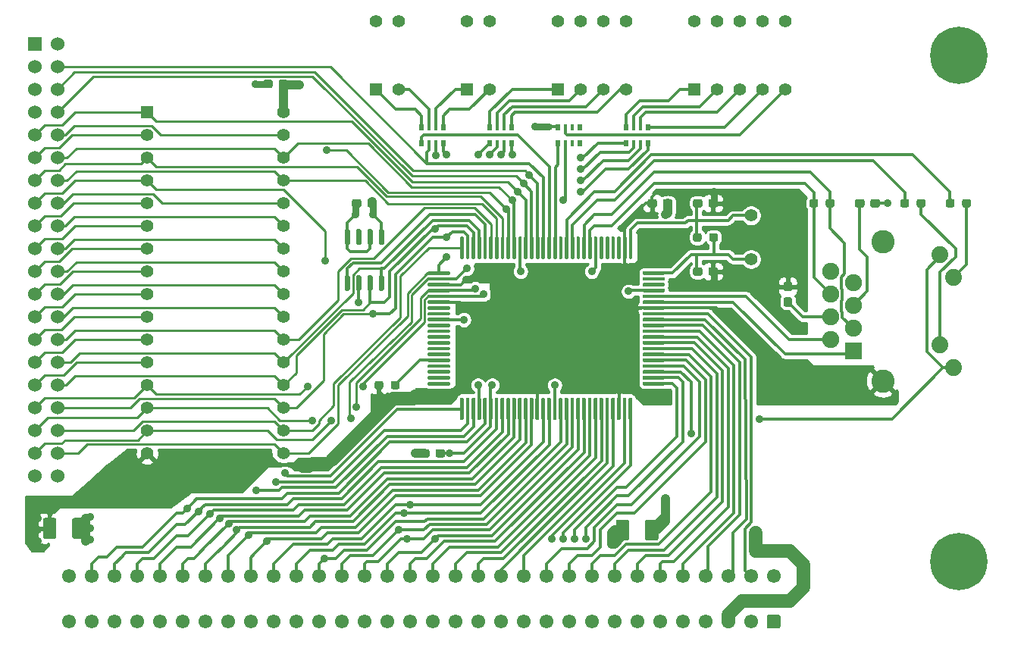
<source format=gtl>
%TF.GenerationSoftware,KiCad,Pcbnew,(5.1.12)-1*%
%TF.CreationDate,2022-04-27T23:33:07+02:00*%
%TF.ProjectId,1834_Ethernet,31383334-5f45-4746-9865-726e65742e6b,1.0*%
%TF.SameCoordinates,Original*%
%TF.FileFunction,Copper,L1,Top*%
%TF.FilePolarity,Positive*%
%FSLAX46Y46*%
G04 Gerber Fmt 4.6, Leading zero omitted, Abs format (unit mm)*
G04 Created by KiCad (PCBNEW (5.1.12)-1) date 2022-04-27 23:33:07*
%MOMM*%
%LPD*%
G01*
G04 APERTURE LIST*
%TA.AperFunction,ComponentPad*%
%ADD10C,1.550000*%
%TD*%
%TA.AperFunction,ComponentPad*%
%ADD11C,1.524000*%
%TD*%
%TA.AperFunction,ComponentPad*%
%ADD12R,1.524000X1.524000*%
%TD*%
%TA.AperFunction,ComponentPad*%
%ADD13C,1.397000*%
%TD*%
%TA.AperFunction,ComponentPad*%
%ADD14R,1.397000X1.397000*%
%TD*%
%TA.AperFunction,SMDPad,CuDef*%
%ADD15R,0.500000X0.800000*%
%TD*%
%TA.AperFunction,SMDPad,CuDef*%
%ADD16R,0.400000X0.800000*%
%TD*%
%TA.AperFunction,ComponentPad*%
%ADD17C,6.400000*%
%TD*%
%TA.AperFunction,ComponentPad*%
%ADD18C,0.800000*%
%TD*%
%TA.AperFunction,ComponentPad*%
%ADD19R,1.900000X1.900000*%
%TD*%
%TA.AperFunction,ComponentPad*%
%ADD20C,1.900000*%
%TD*%
%TA.AperFunction,ComponentPad*%
%ADD21C,1.890000*%
%TD*%
%TA.AperFunction,ComponentPad*%
%ADD22C,2.600000*%
%TD*%
%TA.AperFunction,ViaPad*%
%ADD23C,0.889000*%
%TD*%
%TA.AperFunction,Conductor*%
%ADD24C,0.368300*%
%TD*%
%TA.AperFunction,Conductor*%
%ADD25C,0.254000*%
%TD*%
%TA.AperFunction,Conductor*%
%ADD26C,1.016000*%
%TD*%
%TA.AperFunction,Conductor*%
%ADD27C,0.762000*%
%TD*%
%TA.AperFunction,Conductor*%
%ADD28C,1.524000*%
%TD*%
%TA.AperFunction,Conductor*%
%ADD29C,0.150000*%
%TD*%
G04 APERTURE END LIST*
D10*
%TO.P,BUS2,c32*%
%TO.N,Net-(BUS2-Padc32)*%
X101600000Y-124206000D03*
%TO.P,BUS2,c31*%
%TO.N,/A0*%
X104140000Y-124206000D03*
%TO.P,BUS2,c30*%
%TO.N,/A1*%
X106680000Y-124206000D03*
%TO.P,BUS2,c29*%
%TO.N,/A2*%
X109220000Y-124206000D03*
%TO.P,BUS2,c28*%
%TO.N,/A3*%
X111760000Y-124206000D03*
%TO.P,BUS2,c27*%
%TO.N,/A4*%
X114300000Y-124206000D03*
%TO.P,BUS2,c26*%
%TO.N,/A5*%
X116840000Y-124206000D03*
%TO.P,BUS2,c25*%
%TO.N,/A6*%
X119380000Y-124206000D03*
%TO.P,BUS2,c24*%
%TO.N,/A7*%
X121920000Y-124206000D03*
%TO.P,BUS2,c23*%
%TO.N,/A8*%
X124460000Y-124206000D03*
%TO.P,BUS2,c22*%
%TO.N,/A9*%
X127000000Y-124206000D03*
%TO.P,BUS2,c21*%
%TO.N,/A10*%
X129540000Y-124206000D03*
%TO.P,BUS2,c20*%
%TO.N,/A11*%
X132080000Y-124206000D03*
%TO.P,BUS2,c19*%
%TO.N,/A12*%
X134620000Y-124206000D03*
%TO.P,BUS2,c18*%
%TO.N,/A13*%
X137160000Y-124206000D03*
%TO.P,BUS2,c17*%
%TO.N,/A14*%
X139700000Y-124206000D03*
%TO.P,BUS2,c16*%
%TO.N,/A15*%
X142240000Y-124206000D03*
%TO.P,BUS2,c15*%
%TO.N,/A16*%
X144780000Y-124206000D03*
%TO.P,BUS2,c14*%
%TO.N,/A17*%
X147320000Y-124206000D03*
%TO.P,BUS2,c13*%
%TO.N,/A18*%
X149860000Y-124206000D03*
%TO.P,BUS2,c12*%
%TO.N,/A19*%
X152400000Y-124206000D03*
%TO.P,BUS2,c11*%
%TO.N,/AEN*%
X154940000Y-124206000D03*
%TO.P,BUS2,c10*%
%TO.N,/IOCHRDY*%
X157480000Y-124206000D03*
%TO.P,BUS2,c9*%
%TO.N,/D0*%
X160020000Y-124206000D03*
%TO.P,BUS2,c8*%
%TO.N,/D1*%
X162560000Y-124206000D03*
%TO.P,BUS2,c7*%
%TO.N,/D2*%
X165100000Y-124206000D03*
%TO.P,BUS2,c6*%
%TO.N,/D3*%
X167640000Y-124206000D03*
%TO.P,BUS2,c5*%
%TO.N,/D4*%
X170180000Y-124206000D03*
%TO.P,BUS2,c4*%
%TO.N,/D5*%
X172720000Y-124206000D03*
%TO.P,BUS2,c3*%
%TO.N,/D6*%
X175260000Y-124206000D03*
%TO.P,BUS2,c2*%
%TO.N,/D7*%
X177800000Y-124206000D03*
%TO.P,BUS2,c1*%
%TO.N,Net-(BUS2-Padc1)*%
X180340000Y-124206000D03*
%TO.P,BUS2,a32*%
%TO.N,Net-(BUS2-Pada32)*%
X101600000Y-129286000D03*
%TO.P,BUS2,a31*%
%TO.N,GND*%
X104140000Y-129286000D03*
%TO.P,BUS2,a30*%
%TO.N,Net-(BUS2-Pada30)*%
X106680000Y-129286000D03*
%TO.P,BUS2,a29*%
%TO.N,VCC*%
X109220000Y-129286000D03*
%TO.P,BUS2,a28*%
%TO.N,Net-(BUS2-Pada28)*%
X111760000Y-129286000D03*
%TO.P,BUS2,a27*%
%TO.N,Net-(BUS2-Pada27)*%
X114300000Y-129286000D03*
%TO.P,BUS2,a26*%
%TO.N,Net-(BUS2-Pada26)*%
X116840000Y-129286000D03*
%TO.P,BUS2,a25*%
%TO.N,/IRQ3*%
X119380000Y-129286000D03*
%TO.P,BUS2,a24*%
%TO.N,/IRQ4*%
X121920000Y-129286000D03*
%TO.P,BUS2,a23*%
%TO.N,/IRQ5*%
X124460000Y-129286000D03*
%TO.P,BUS2,a22*%
%TO.N,Net-(BUS2-Pada22)*%
X127000000Y-129286000D03*
%TO.P,BUS2,a21*%
%TO.N,Net-(BUS2-Pada21)*%
X129540000Y-129286000D03*
%TO.P,BUS2,a20*%
%TO.N,Net-(BUS2-Pada20)*%
X132080000Y-129286000D03*
%TO.P,BUS2,a19*%
%TO.N,Net-(BUS2-Pada19)*%
X134620000Y-129286000D03*
%TO.P,BUS2,a18*%
%TO.N,Net-(BUS2-Pada18)*%
X137160000Y-129286000D03*
%TO.P,BUS2,a17*%
%TO.N,Net-(BUS2-Pada17)*%
X139700000Y-129286000D03*
%TO.P,BUS2,a16*%
%TO.N,Net-(BUS2-Pada16)*%
X142240000Y-129286000D03*
%TO.P,BUS2,a15*%
%TO.N,Net-(BUS2-Pada15)*%
X144780000Y-129286000D03*
%TO.P,BUS2,a14*%
%TO.N,/~IOR*%
X147320000Y-129286000D03*
%TO.P,BUS2,a13*%
%TO.N,/~IOW*%
X149860000Y-129286000D03*
%TO.P,BUS2,a12*%
%TO.N,/~SMEMR*%
X152400000Y-129286000D03*
%TO.P,BUS2,a11*%
%TO.N,/~SMEMW*%
X154940000Y-129286000D03*
%TO.P,BUS2,a10*%
%TO.N,GND*%
X157480000Y-129286000D03*
%TO.P,BUS2,a9*%
%TO.N,Net-(BUS2-Pada9)*%
X160020000Y-129286000D03*
%TO.P,BUS2,a8*%
%TO.N,Net-(BUS2-Pada8)*%
X162560000Y-129286000D03*
%TO.P,BUS2,a7*%
%TO.N,Net-(BUS2-Pada7)*%
X165100000Y-129286000D03*
%TO.P,BUS2,a6*%
%TO.N,Net-(BUS2-Pada6)*%
X167640000Y-129286000D03*
%TO.P,BUS2,a5*%
%TO.N,Net-(BUS2-Pada5)*%
X170180000Y-129286000D03*
%TO.P,BUS2,a4*%
%TO.N,/IRQ9*%
X172720000Y-129286000D03*
%TO.P,BUS2,a3*%
%TO.N,VCC*%
X175260000Y-129286000D03*
%TO.P,BUS2,a2*%
%TO.N,/RSTDRV*%
X177800000Y-129286000D03*
%TO.P,BUS2,a1*%
%TO.N,GND*%
%TA.AperFunction,ComponentPad*%
G36*
G01*
X181115000Y-128760999D02*
X181115000Y-129811001D01*
G75*
G02*
X180865001Y-130061000I-249999J0D01*
G01*
X179814999Y-130061000D01*
G75*
G02*
X179565000Y-129811001I0J249999D01*
G01*
X179565000Y-128760999D01*
G75*
G02*
X179814999Y-128511000I249999J0D01*
G01*
X180865001Y-128511000D01*
G75*
G02*
X181115000Y-128760999I0J-249999D01*
G01*
G37*
%TD.AperFunction*%
%TD*%
D11*
%TO.P,J2,40*%
%TO.N,GND*%
X100330000Y-113030000D03*
%TO.P,J2,39*%
X97790000Y-113030000D03*
%TO.P,J2,38*%
%TO.N,/BD3*%
X100330000Y-110490000D03*
%TO.P,J2,37*%
%TO.N,/BD2*%
X97790000Y-110490000D03*
%TO.P,J2,36*%
%TO.N,/BD4*%
X100330000Y-107950000D03*
%TO.P,J2,35*%
%TO.N,/BD1*%
X97790000Y-107950000D03*
%TO.P,J2,34*%
%TO.N,/BD5*%
X100330000Y-105410000D03*
%TO.P,J2,33*%
%TO.N,/BD0*%
X97790000Y-105410000D03*
%TO.P,J2,32*%
%TO.N,/BD6*%
X100330000Y-102870000D03*
%TO.P,J2,31*%
%TO.N,/A0*%
X97790000Y-102870000D03*
%TO.P,J2,29*%
%TO.N,/A1*%
X97790000Y-100330000D03*
%TO.P,J2,30*%
%TO.N,/BD7*%
X100330000Y-100330000D03*
%TO.P,J2,27*%
%TO.N,/A2*%
X97790000Y-97790000D03*
%TO.P,J2,28*%
%TO.N,/~BCS*%
X100330000Y-97790000D03*
%TO.P,J2,26*%
%TO.N,/A10*%
X100330000Y-95250000D03*
%TO.P,J2,25*%
%TO.N,/A3*%
X97790000Y-95250000D03*
%TO.P,J2,24*%
%TO.N,/~SMEMR*%
X100330000Y-92710000D03*
%TO.P,J2,23*%
%TO.N,/A4*%
X97790000Y-92710000D03*
%TO.P,J2,22*%
%TO.N,/A11*%
X100330000Y-90170000D03*
%TO.P,J2,21*%
%TO.N,/A5*%
X97790000Y-90170000D03*
%TO.P,J2,20*%
%TO.N,/A9*%
X100330000Y-87630000D03*
%TO.P,J2,19*%
%TO.N,/A6*%
X97790000Y-87630000D03*
%TO.P,J2,18*%
%TO.N,/A8*%
X100330000Y-85090000D03*
%TO.P,J2,17*%
%TO.N,/A7*%
X97790000Y-85090000D03*
%TO.P,J2,16*%
%TO.N,/A13*%
X100330000Y-82550000D03*
%TO.P,J2,15*%
%TO.N,/A12*%
X97790000Y-82550000D03*
%TO.P,J2,14*%
%TO.N,/BA14*%
X100330000Y-80010000D03*
%TO.P,J2,13*%
%TO.N,/BA15*%
X97790000Y-80010000D03*
%TO.P,J2,12*%
%TO.N,/BA17*%
X100330000Y-77470000D03*
%TO.P,J2,11*%
%TO.N,/BA16*%
X97790000Y-77470000D03*
%TO.P,J2,10*%
%TO.N,/~SMEMW*%
X100330000Y-74930000D03*
%TO.P,J2,9*%
%TO.N,/BA18*%
X97790000Y-74930000D03*
%TO.P,J2,8*%
%TO.N,/BA19*%
X100330000Y-72390000D03*
%TO.P,J2,7*%
%TO.N,Net-(J2-Pad7)*%
X97790000Y-72390000D03*
%TO.P,J2,6*%
%TO.N,/BA20*%
X100330000Y-69850000D03*
%TO.P,J2,5*%
%TO.N,Net-(J2-Pad5)*%
X97790000Y-69850000D03*
%TO.P,J2,4*%
%TO.N,/BA21*%
X100330000Y-67310000D03*
%TO.P,J2,3*%
%TO.N,Net-(J2-Pad3)*%
X97790000Y-67310000D03*
%TO.P,J2,2*%
%TO.N,VCC*%
X100330000Y-64770000D03*
D12*
%TO.P,J2,1*%
X97790000Y-64770000D03*
%TD*%
D13*
%TO.P,SW4,10*%
%TO.N,VCC*%
X171450000Y-62230000D03*
%TO.P,SW4,9*%
X173990000Y-62230000D03*
%TO.P,SW4,8*%
X176530000Y-62230000D03*
%TO.P,SW4,7*%
X179070000Y-62230000D03*
%TO.P,SW4,6*%
X181610000Y-62230000D03*
%TO.P,SW4,5*%
%TO.N,Net-(RN4-Pad7)*%
X181610000Y-69850000D03*
%TO.P,SW4,4*%
%TO.N,Net-(RN3-Pad5)*%
X179070000Y-69850000D03*
%TO.P,SW4,3*%
%TO.N,Net-(RN3-Pad6)*%
X176530000Y-69850000D03*
%TO.P,SW4,2*%
%TO.N,Net-(RN3-Pad7)*%
X173990000Y-69850000D03*
D14*
%TO.P,SW4,1*%
%TO.N,Net-(RN3-Pad8)*%
X171450000Y-69850000D03*
%TD*%
D13*
%TO.P,SW3,8*%
%TO.N,VCC*%
X156210000Y-62230000D03*
%TO.P,SW3,7*%
X158750000Y-62230000D03*
%TO.P,SW3,6*%
X161290000Y-62230000D03*
%TO.P,SW3,5*%
X163830000Y-62230000D03*
%TO.P,SW3,4*%
%TO.N,Net-(RN2-Pad5)*%
X163830000Y-69850000D03*
%TO.P,SW3,3*%
%TO.N,Net-(RN2-Pad6)*%
X161290000Y-69850000D03*
%TO.P,SW3,2*%
%TO.N,Net-(RN2-Pad7)*%
X158750000Y-69850000D03*
D14*
%TO.P,SW3,1*%
%TO.N,Net-(RN2-Pad8)*%
X156210000Y-69850000D03*
%TD*%
D13*
%TO.P,SW2,4*%
%TO.N,VCC*%
X146050000Y-62230000D03*
%TO.P,SW2,3*%
X148590000Y-62230000D03*
%TO.P,SW2,2*%
%TO.N,Net-(RN1-Pad5)*%
X148590000Y-69850000D03*
D14*
%TO.P,SW2,1*%
%TO.N,Net-(RN1-Pad6)*%
X146050000Y-69850000D03*
%TD*%
D13*
%TO.P,SW1,4*%
%TO.N,VCC*%
X135890000Y-62230000D03*
%TO.P,SW1,3*%
X138430000Y-62230000D03*
%TO.P,SW1,2*%
%TO.N,Net-(RN1-Pad7)*%
X138430000Y-69850000D03*
D14*
%TO.P,SW1,1*%
%TO.N,Net-(RN1-Pad8)*%
X135890000Y-69850000D03*
%TD*%
D13*
%TO.P,Y1,2*%
%TO.N,Net-(C2-Pad2)*%
X177800000Y-83919060D03*
%TO.P,Y1,1*%
%TO.N,Net-(C1-Pad2)*%
X177800000Y-88800940D03*
%TD*%
D14*
%TO.P,U2,1*%
%TO.N,/BA18*%
X110363000Y-72390000D03*
D13*
%TO.P,U2,2*%
%TO.N,/BA16*%
X110363000Y-74930000D03*
%TO.P,U2,3*%
%TO.N,/BA15*%
X110363000Y-77470000D03*
%TO.P,U2,4*%
%TO.N,/A12*%
X110363000Y-80010000D03*
%TO.P,U2,5*%
%TO.N,/A7*%
X110363000Y-82550000D03*
%TO.P,U2,6*%
%TO.N,/A6*%
X110363000Y-85090000D03*
%TO.P,U2,7*%
%TO.N,/A5*%
X110363000Y-87630000D03*
%TO.P,U2,8*%
%TO.N,/A4*%
X110363000Y-90170000D03*
%TO.P,U2,9*%
%TO.N,/A3*%
X110363000Y-92710000D03*
%TO.P,U2,10*%
%TO.N,/A2*%
X110363000Y-95250000D03*
%TO.P,U2,11*%
%TO.N,/A1*%
X110363000Y-97790000D03*
%TO.P,U2,12*%
%TO.N,/A0*%
X110363000Y-100330000D03*
%TO.P,U2,13*%
%TO.N,/BD0*%
X110363000Y-102870000D03*
%TO.P,U2,14*%
%TO.N,/BD1*%
X110363000Y-105410000D03*
%TO.P,U2,15*%
%TO.N,/BD2*%
X110363000Y-107950000D03*
%TO.P,U2,16*%
%TO.N,GND*%
X110363000Y-110490000D03*
%TO.P,U2,17*%
%TO.N,/BD3*%
X125603000Y-110490000D03*
%TO.P,U2,18*%
%TO.N,/BD4*%
X125603000Y-107950000D03*
%TO.P,U2,19*%
%TO.N,/BD5*%
X125603000Y-105410000D03*
%TO.P,U2,20*%
%TO.N,/BD6*%
X125603000Y-102870000D03*
%TO.P,U2,21*%
%TO.N,/BD7*%
X125603000Y-100330000D03*
%TO.P,U2,22*%
%TO.N,/~BCS*%
X125603000Y-97790000D03*
%TO.P,U2,23*%
%TO.N,/A10*%
X125603000Y-95250000D03*
%TO.P,U2,24*%
%TO.N,/~SMEMR*%
X125603000Y-92710000D03*
%TO.P,U2,25*%
%TO.N,/A11*%
X125603000Y-90170000D03*
%TO.P,U2,26*%
%TO.N,/A9*%
X125603000Y-87630000D03*
%TO.P,U2,27*%
%TO.N,/A8*%
X125603000Y-85090000D03*
%TO.P,U2,28*%
%TO.N,/A13*%
X125603000Y-82550000D03*
%TO.P,U2,29*%
%TO.N,/BA14*%
X125603000Y-80010000D03*
%TO.P,U2,30*%
%TO.N,/BA17*%
X125603000Y-77470000D03*
%TO.P,U2,31*%
%TO.N,/~SMEMW*%
X125603000Y-74930000D03*
%TO.P,U2,32*%
%TO.N,VCC*%
X125603000Y-72390000D03*
%TD*%
D15*
%TO.P,RN2,5*%
%TO.N,Net-(RN2-Pad5)*%
X151060000Y-74030000D03*
D16*
%TO.P,RN2,6*%
%TO.N,Net-(RN2-Pad6)*%
X150260000Y-74030000D03*
D15*
%TO.P,RN2,8*%
%TO.N,Net-(RN2-Pad8)*%
X148660000Y-74030000D03*
D16*
%TO.P,RN2,7*%
%TO.N,Net-(RN2-Pad7)*%
X149460000Y-74030000D03*
D15*
%TO.P,RN2,4*%
%TO.N,/BD0*%
X151060000Y-75830000D03*
D16*
%TO.P,RN2,2*%
%TO.N,/BD2*%
X149460000Y-75830000D03*
%TO.P,RN2,3*%
%TO.N,/BD1*%
X150260000Y-75830000D03*
D15*
%TO.P,RN2,1*%
%TO.N,/BD3*%
X148660000Y-75830000D03*
%TD*%
D17*
%TO.P,HOLE1,1*%
%TO.N,GND*%
X201041000Y-66040000D03*
D18*
X203441000Y-66040000D03*
X202738056Y-67737056D03*
X201041000Y-68440000D03*
X199343944Y-67737056D03*
X198641000Y-66040000D03*
X199343944Y-64342944D03*
X201041000Y-63640000D03*
X202738056Y-64342944D03*
%TD*%
%TO.P,HOLE2,1*%
%TO.N,GND*%
X202738056Y-120857944D03*
X201041000Y-120155000D03*
X199343944Y-120857944D03*
X198641000Y-122555000D03*
X199343944Y-124252056D03*
X201041000Y-124955000D03*
X202738056Y-124252056D03*
X203441000Y-122555000D03*
D17*
X201041000Y-122555000D03*
%TD*%
%TO.P,U3,1*%
%TO.N,/EECS*%
%TA.AperFunction,SMDPad,CuDef*%
G36*
G01*
X132865000Y-92350000D02*
X132565000Y-92350000D01*
G75*
G02*
X132415000Y-92200000I0J150000D01*
G01*
X132415000Y-90750000D01*
G75*
G02*
X132565000Y-90600000I150000J0D01*
G01*
X132865000Y-90600000D01*
G75*
G02*
X133015000Y-90750000I0J-150000D01*
G01*
X133015000Y-92200000D01*
G75*
G02*
X132865000Y-92350000I-150000J0D01*
G01*
G37*
%TD.AperFunction*%
%TO.P,U3,2*%
%TO.N,/BD5*%
%TA.AperFunction,SMDPad,CuDef*%
G36*
G01*
X134135000Y-92350000D02*
X133835000Y-92350000D01*
G75*
G02*
X133685000Y-92200000I0J150000D01*
G01*
X133685000Y-90750000D01*
G75*
G02*
X133835000Y-90600000I150000J0D01*
G01*
X134135000Y-90600000D01*
G75*
G02*
X134285000Y-90750000I0J-150000D01*
G01*
X134285000Y-92200000D01*
G75*
G02*
X134135000Y-92350000I-150000J0D01*
G01*
G37*
%TD.AperFunction*%
%TO.P,U3,3*%
%TO.N,/BD6*%
%TA.AperFunction,SMDPad,CuDef*%
G36*
G01*
X135405000Y-92350000D02*
X135105000Y-92350000D01*
G75*
G02*
X134955000Y-92200000I0J150000D01*
G01*
X134955000Y-90750000D01*
G75*
G02*
X135105000Y-90600000I150000J0D01*
G01*
X135405000Y-90600000D01*
G75*
G02*
X135555000Y-90750000I0J-150000D01*
G01*
X135555000Y-92200000D01*
G75*
G02*
X135405000Y-92350000I-150000J0D01*
G01*
G37*
%TD.AperFunction*%
%TO.P,U3,4*%
%TO.N,/BD7*%
%TA.AperFunction,SMDPad,CuDef*%
G36*
G01*
X136675000Y-92350000D02*
X136375000Y-92350000D01*
G75*
G02*
X136225000Y-92200000I0J150000D01*
G01*
X136225000Y-90750000D01*
G75*
G02*
X136375000Y-90600000I150000J0D01*
G01*
X136675000Y-90600000D01*
G75*
G02*
X136825000Y-90750000I0J-150000D01*
G01*
X136825000Y-92200000D01*
G75*
G02*
X136675000Y-92350000I-150000J0D01*
G01*
G37*
%TD.AperFunction*%
%TO.P,U3,5*%
%TO.N,GND*%
%TA.AperFunction,SMDPad,CuDef*%
G36*
G01*
X136675000Y-87200000D02*
X136375000Y-87200000D01*
G75*
G02*
X136225000Y-87050000I0J150000D01*
G01*
X136225000Y-85600000D01*
G75*
G02*
X136375000Y-85450000I150000J0D01*
G01*
X136675000Y-85450000D01*
G75*
G02*
X136825000Y-85600000I0J-150000D01*
G01*
X136825000Y-87050000D01*
G75*
G02*
X136675000Y-87200000I-150000J0D01*
G01*
G37*
%TD.AperFunction*%
%TO.P,U3,6*%
%TO.N,VCC*%
%TA.AperFunction,SMDPad,CuDef*%
G36*
G01*
X135405000Y-87200000D02*
X135105000Y-87200000D01*
G75*
G02*
X134955000Y-87050000I0J150000D01*
G01*
X134955000Y-85600000D01*
G75*
G02*
X135105000Y-85450000I150000J0D01*
G01*
X135405000Y-85450000D01*
G75*
G02*
X135555000Y-85600000I0J-150000D01*
G01*
X135555000Y-87050000D01*
G75*
G02*
X135405000Y-87200000I-150000J0D01*
G01*
G37*
%TD.AperFunction*%
%TO.P,U3,7*%
%TO.N,Net-(U3-Pad7)*%
%TA.AperFunction,SMDPad,CuDef*%
G36*
G01*
X134135000Y-87200000D02*
X133835000Y-87200000D01*
G75*
G02*
X133685000Y-87050000I0J150000D01*
G01*
X133685000Y-85600000D01*
G75*
G02*
X133835000Y-85450000I150000J0D01*
G01*
X134135000Y-85450000D01*
G75*
G02*
X134285000Y-85600000I0J-150000D01*
G01*
X134285000Y-87050000D01*
G75*
G02*
X134135000Y-87200000I-150000J0D01*
G01*
G37*
%TD.AperFunction*%
%TO.P,U3,8*%
%TO.N,VCC*%
%TA.AperFunction,SMDPad,CuDef*%
G36*
G01*
X132865000Y-87200000D02*
X132565000Y-87200000D01*
G75*
G02*
X132415000Y-87050000I0J150000D01*
G01*
X132415000Y-85600000D01*
G75*
G02*
X132565000Y-85450000I150000J0D01*
G01*
X132865000Y-85450000D01*
G75*
G02*
X133015000Y-85600000I0J-150000D01*
G01*
X133015000Y-87050000D01*
G75*
G02*
X132865000Y-87200000I-150000J0D01*
G01*
G37*
%TD.AperFunction*%
%TD*%
%TO.P,C1,2*%
%TO.N,Net-(C1-Pad2)*%
%TA.AperFunction,SMDPad,CuDef*%
G36*
G01*
X172395000Y-89932500D02*
X172395000Y-90407500D01*
G75*
G02*
X172157500Y-90645000I-237500J0D01*
G01*
X171557500Y-90645000D01*
G75*
G02*
X171320000Y-90407500I0J237500D01*
G01*
X171320000Y-89932500D01*
G75*
G02*
X171557500Y-89695000I237500J0D01*
G01*
X172157500Y-89695000D01*
G75*
G02*
X172395000Y-89932500I0J-237500D01*
G01*
G37*
%TD.AperFunction*%
%TO.P,C1,1*%
%TO.N,GND*%
%TA.AperFunction,SMDPad,CuDef*%
G36*
G01*
X174120000Y-89932500D02*
X174120000Y-90407500D01*
G75*
G02*
X173882500Y-90645000I-237500J0D01*
G01*
X173282500Y-90645000D01*
G75*
G02*
X173045000Y-90407500I0J237500D01*
G01*
X173045000Y-89932500D01*
G75*
G02*
X173282500Y-89695000I237500J0D01*
G01*
X173882500Y-89695000D01*
G75*
G02*
X174120000Y-89932500I0J-237500D01*
G01*
G37*
%TD.AperFunction*%
%TD*%
%TO.P,C2,1*%
%TO.N,GND*%
%TA.AperFunction,SMDPad,CuDef*%
G36*
G01*
X174120000Y-82312500D02*
X174120000Y-82787500D01*
G75*
G02*
X173882500Y-83025000I-237500J0D01*
G01*
X173282500Y-83025000D01*
G75*
G02*
X173045000Y-82787500I0J237500D01*
G01*
X173045000Y-82312500D01*
G75*
G02*
X173282500Y-82075000I237500J0D01*
G01*
X173882500Y-82075000D01*
G75*
G02*
X174120000Y-82312500I0J-237500D01*
G01*
G37*
%TD.AperFunction*%
%TO.P,C2,2*%
%TO.N,Net-(C2-Pad2)*%
%TA.AperFunction,SMDPad,CuDef*%
G36*
G01*
X172395000Y-82312500D02*
X172395000Y-82787500D01*
G75*
G02*
X172157500Y-83025000I-237500J0D01*
G01*
X171557500Y-83025000D01*
G75*
G02*
X171320000Y-82787500I0J237500D01*
G01*
X171320000Y-82312500D01*
G75*
G02*
X171557500Y-82075000I237500J0D01*
G01*
X172157500Y-82075000D01*
G75*
G02*
X172395000Y-82312500I0J-237500D01*
G01*
G37*
%TD.AperFunction*%
%TD*%
%TO.P,C3,1*%
%TO.N,Net-(C3-Pad1)*%
%TA.AperFunction,SMDPad,CuDef*%
G36*
G01*
X182165000Y-94110000D02*
X181690000Y-94110000D01*
G75*
G02*
X181452500Y-93872500I0J237500D01*
G01*
X181452500Y-93272500D01*
G75*
G02*
X181690000Y-93035000I237500J0D01*
G01*
X182165000Y-93035000D01*
G75*
G02*
X182402500Y-93272500I0J-237500D01*
G01*
X182402500Y-93872500D01*
G75*
G02*
X182165000Y-94110000I-237500J0D01*
G01*
G37*
%TD.AperFunction*%
%TO.P,C3,2*%
%TO.N,GND*%
%TA.AperFunction,SMDPad,CuDef*%
G36*
G01*
X182165000Y-92385000D02*
X181690000Y-92385000D01*
G75*
G02*
X181452500Y-92147500I0J237500D01*
G01*
X181452500Y-91547500D01*
G75*
G02*
X181690000Y-91310000I237500J0D01*
G01*
X182165000Y-91310000D01*
G75*
G02*
X182402500Y-91547500I0J-237500D01*
G01*
X182402500Y-92147500D01*
G75*
G02*
X182165000Y-92385000I-237500J0D01*
G01*
G37*
%TD.AperFunction*%
%TD*%
%TO.P,C4,2*%
%TO.N,GND*%
%TA.AperFunction,SMDPad,CuDef*%
G36*
G01*
X191142500Y-82787500D02*
X191142500Y-82312500D01*
G75*
G02*
X191380000Y-82075000I237500J0D01*
G01*
X191980000Y-82075000D01*
G75*
G02*
X192217500Y-82312500I0J-237500D01*
G01*
X192217500Y-82787500D01*
G75*
G02*
X191980000Y-83025000I-237500J0D01*
G01*
X191380000Y-83025000D01*
G75*
G02*
X191142500Y-82787500I0J237500D01*
G01*
G37*
%TD.AperFunction*%
%TO.P,C4,1*%
%TO.N,Net-(C4-Pad1)*%
%TA.AperFunction,SMDPad,CuDef*%
G36*
G01*
X189417500Y-82787500D02*
X189417500Y-82312500D01*
G75*
G02*
X189655000Y-82075000I237500J0D01*
G01*
X190255000Y-82075000D01*
G75*
G02*
X190492500Y-82312500I0J-237500D01*
G01*
X190492500Y-82787500D01*
G75*
G02*
X190255000Y-83025000I-237500J0D01*
G01*
X189655000Y-83025000D01*
G75*
G02*
X189417500Y-82787500I0J237500D01*
G01*
G37*
%TD.AperFunction*%
%TD*%
%TO.P,C5,2*%
%TO.N,GND*%
%TA.AperFunction,SMDPad,CuDef*%
G36*
G01*
X167315000Y-82312500D02*
X167315000Y-82787500D01*
G75*
G02*
X167077500Y-83025000I-237500J0D01*
G01*
X166477500Y-83025000D01*
G75*
G02*
X166240000Y-82787500I0J237500D01*
G01*
X166240000Y-82312500D01*
G75*
G02*
X166477500Y-82075000I237500J0D01*
G01*
X167077500Y-82075000D01*
G75*
G02*
X167315000Y-82312500I0J-237500D01*
G01*
G37*
%TD.AperFunction*%
%TO.P,C5,1*%
%TO.N,VCC*%
%TA.AperFunction,SMDPad,CuDef*%
G36*
G01*
X169040000Y-82312500D02*
X169040000Y-82787500D01*
G75*
G02*
X168802500Y-83025000I-237500J0D01*
G01*
X168202500Y-83025000D01*
G75*
G02*
X167965000Y-82787500I0J237500D01*
G01*
X167965000Y-82312500D01*
G75*
G02*
X168202500Y-82075000I237500J0D01*
G01*
X168802500Y-82075000D01*
G75*
G02*
X169040000Y-82312500I0J-237500D01*
G01*
G37*
%TD.AperFunction*%
%TD*%
%TO.P,C6,1*%
%TO.N,VCC*%
%TA.AperFunction,SMDPad,CuDef*%
G36*
G01*
X143640000Y-110252500D02*
X143640000Y-110727500D01*
G75*
G02*
X143402500Y-110965000I-237500J0D01*
G01*
X142802500Y-110965000D01*
G75*
G02*
X142565000Y-110727500I0J237500D01*
G01*
X142565000Y-110252500D01*
G75*
G02*
X142802500Y-110015000I237500J0D01*
G01*
X143402500Y-110015000D01*
G75*
G02*
X143640000Y-110252500I0J-237500D01*
G01*
G37*
%TD.AperFunction*%
%TO.P,C6,2*%
%TO.N,GND*%
%TA.AperFunction,SMDPad,CuDef*%
G36*
G01*
X141915000Y-110252500D02*
X141915000Y-110727500D01*
G75*
G02*
X141677500Y-110965000I-237500J0D01*
G01*
X141077500Y-110965000D01*
G75*
G02*
X140840000Y-110727500I0J237500D01*
G01*
X140840000Y-110252500D01*
G75*
G02*
X141077500Y-110015000I237500J0D01*
G01*
X141677500Y-110015000D01*
G75*
G02*
X141915000Y-110252500I0J-237500D01*
G01*
G37*
%TD.AperFunction*%
%TD*%
%TO.P,C7,2*%
%TO.N,GND*%
%TA.AperFunction,SMDPad,CuDef*%
G36*
G01*
X124389000Y-68977500D02*
X124389000Y-69452500D01*
G75*
G02*
X124151500Y-69690000I-237500J0D01*
G01*
X123551500Y-69690000D01*
G75*
G02*
X123314000Y-69452500I0J237500D01*
G01*
X123314000Y-68977500D01*
G75*
G02*
X123551500Y-68740000I237500J0D01*
G01*
X124151500Y-68740000D01*
G75*
G02*
X124389000Y-68977500I0J-237500D01*
G01*
G37*
%TD.AperFunction*%
%TO.P,C7,1*%
%TO.N,VCC*%
%TA.AperFunction,SMDPad,CuDef*%
G36*
G01*
X126114000Y-68977500D02*
X126114000Y-69452500D01*
G75*
G02*
X125876500Y-69690000I-237500J0D01*
G01*
X125276500Y-69690000D01*
G75*
G02*
X125039000Y-69452500I0J237500D01*
G01*
X125039000Y-68977500D01*
G75*
G02*
X125276500Y-68740000I237500J0D01*
G01*
X125876500Y-68740000D01*
G75*
G02*
X126114000Y-68977500I0J-237500D01*
G01*
G37*
%TD.AperFunction*%
%TD*%
%TO.P,C8,1*%
%TO.N,VCC*%
%TA.AperFunction,SMDPad,CuDef*%
G36*
G01*
X133220000Y-82787500D02*
X133220000Y-82312500D01*
G75*
G02*
X133457500Y-82075000I237500J0D01*
G01*
X134057500Y-82075000D01*
G75*
G02*
X134295000Y-82312500I0J-237500D01*
G01*
X134295000Y-82787500D01*
G75*
G02*
X134057500Y-83025000I-237500J0D01*
G01*
X133457500Y-83025000D01*
G75*
G02*
X133220000Y-82787500I0J237500D01*
G01*
G37*
%TD.AperFunction*%
%TO.P,C8,2*%
%TO.N,GND*%
%TA.AperFunction,SMDPad,CuDef*%
G36*
G01*
X134945000Y-82787500D02*
X134945000Y-82312500D01*
G75*
G02*
X135182500Y-82075000I237500J0D01*
G01*
X135782500Y-82075000D01*
G75*
G02*
X136020000Y-82312500I0J-237500D01*
G01*
X136020000Y-82787500D01*
G75*
G02*
X135782500Y-83025000I-237500J0D01*
G01*
X135182500Y-83025000D01*
G75*
G02*
X134945000Y-82787500I0J237500D01*
G01*
G37*
%TD.AperFunction*%
%TD*%
%TO.P,R1,2*%
%TO.N,/TP_RX-*%
%TA.AperFunction,SMDPad,CuDef*%
G36*
G01*
X185312500Y-82312500D02*
X185312500Y-82787500D01*
G75*
G02*
X185075000Y-83025000I-237500J0D01*
G01*
X184575000Y-83025000D01*
G75*
G02*
X184337500Y-82787500I0J237500D01*
G01*
X184337500Y-82312500D01*
G75*
G02*
X184575000Y-82075000I237500J0D01*
G01*
X185075000Y-82075000D01*
G75*
G02*
X185312500Y-82312500I0J-237500D01*
G01*
G37*
%TD.AperFunction*%
%TO.P,R1,1*%
%TO.N,/TP_RX+*%
%TA.AperFunction,SMDPad,CuDef*%
G36*
G01*
X187137500Y-82312500D02*
X187137500Y-82787500D01*
G75*
G02*
X186900000Y-83025000I-237500J0D01*
G01*
X186400000Y-83025000D01*
G75*
G02*
X186162500Y-82787500I0J237500D01*
G01*
X186162500Y-82312500D01*
G75*
G02*
X186400000Y-82075000I237500J0D01*
G01*
X186900000Y-82075000D01*
G75*
G02*
X187137500Y-82312500I0J-237500D01*
G01*
G37*
%TD.AperFunction*%
%TD*%
%TO.P,R2,1*%
%TO.N,Net-(J1-PadL3)*%
%TA.AperFunction,SMDPad,CuDef*%
G36*
G01*
X197297500Y-82312500D02*
X197297500Y-82787500D01*
G75*
G02*
X197060000Y-83025000I-237500J0D01*
G01*
X196560000Y-83025000D01*
G75*
G02*
X196322500Y-82787500I0J237500D01*
G01*
X196322500Y-82312500D01*
G75*
G02*
X196560000Y-82075000I237500J0D01*
G01*
X197060000Y-82075000D01*
G75*
G02*
X197297500Y-82312500I0J-237500D01*
G01*
G37*
%TD.AperFunction*%
%TO.P,R2,2*%
%TO.N,/LED_LINK*%
%TA.AperFunction,SMDPad,CuDef*%
G36*
G01*
X195472500Y-82312500D02*
X195472500Y-82787500D01*
G75*
G02*
X195235000Y-83025000I-237500J0D01*
G01*
X194735000Y-83025000D01*
G75*
G02*
X194497500Y-82787500I0J237500D01*
G01*
X194497500Y-82312500D01*
G75*
G02*
X194735000Y-82075000I237500J0D01*
G01*
X195235000Y-82075000D01*
G75*
G02*
X195472500Y-82312500I0J-237500D01*
G01*
G37*
%TD.AperFunction*%
%TD*%
%TO.P,R3,2*%
%TO.N,/LED_CRS*%
%TA.AperFunction,SMDPad,CuDef*%
G36*
G01*
X200552500Y-82312500D02*
X200552500Y-82787500D01*
G75*
G02*
X200315000Y-83025000I-237500J0D01*
G01*
X199815000Y-83025000D01*
G75*
G02*
X199577500Y-82787500I0J237500D01*
G01*
X199577500Y-82312500D01*
G75*
G02*
X199815000Y-82075000I237500J0D01*
G01*
X200315000Y-82075000D01*
G75*
G02*
X200552500Y-82312500I0J-237500D01*
G01*
G37*
%TD.AperFunction*%
%TO.P,R3,1*%
%TO.N,Net-(J1-PadL2)*%
%TA.AperFunction,SMDPad,CuDef*%
G36*
G01*
X202377500Y-82312500D02*
X202377500Y-82787500D01*
G75*
G02*
X202140000Y-83025000I-237500J0D01*
G01*
X201640000Y-83025000D01*
G75*
G02*
X201402500Y-82787500I0J237500D01*
G01*
X201402500Y-82312500D01*
G75*
G02*
X201640000Y-82075000I237500J0D01*
G01*
X202140000Y-82075000D01*
G75*
G02*
X202377500Y-82312500I0J-237500D01*
G01*
G37*
%TD.AperFunction*%
%TD*%
%TO.P,R6,1*%
%TO.N,GND*%
%TA.AperFunction,SMDPad,CuDef*%
G36*
G01*
X135760000Y-103107500D02*
X135760000Y-102632500D01*
G75*
G02*
X135997500Y-102395000I237500J0D01*
G01*
X136497500Y-102395000D01*
G75*
G02*
X136735000Y-102632500I0J-237500D01*
G01*
X136735000Y-103107500D01*
G75*
G02*
X136497500Y-103345000I-237500J0D01*
G01*
X135997500Y-103345000D01*
G75*
G02*
X135760000Y-103107500I0J237500D01*
G01*
G37*
%TD.AperFunction*%
%TO.P,R6,2*%
%TO.N,/~IOCS16*%
%TA.AperFunction,SMDPad,CuDef*%
G36*
G01*
X137585000Y-103107500D02*
X137585000Y-102632500D01*
G75*
G02*
X137822500Y-102395000I237500J0D01*
G01*
X138322500Y-102395000D01*
G75*
G02*
X138560000Y-102632500I0J-237500D01*
G01*
X138560000Y-103107500D01*
G75*
G02*
X138322500Y-103345000I-237500J0D01*
G01*
X137822500Y-103345000D01*
G75*
G02*
X137585000Y-103107500I0J237500D01*
G01*
G37*
%TD.AperFunction*%
%TD*%
%TO.P,R7,2*%
%TO.N,Net-(C2-Pad2)*%
%TA.AperFunction,SMDPad,CuDef*%
G36*
G01*
X172295000Y-86122500D02*
X172295000Y-86597500D01*
G75*
G02*
X172057500Y-86835000I-237500J0D01*
G01*
X171557500Y-86835000D01*
G75*
G02*
X171320000Y-86597500I0J237500D01*
G01*
X171320000Y-86122500D01*
G75*
G02*
X171557500Y-85885000I237500J0D01*
G01*
X172057500Y-85885000D01*
G75*
G02*
X172295000Y-86122500I0J-237500D01*
G01*
G37*
%TD.AperFunction*%
%TO.P,R7,1*%
%TO.N,Net-(C1-Pad2)*%
%TA.AperFunction,SMDPad,CuDef*%
G36*
G01*
X174120000Y-86122500D02*
X174120000Y-86597500D01*
G75*
G02*
X173882500Y-86835000I-237500J0D01*
G01*
X173382500Y-86835000D01*
G75*
G02*
X173145000Y-86597500I0J237500D01*
G01*
X173145000Y-86122500D01*
G75*
G02*
X173382500Y-85885000I237500J0D01*
G01*
X173882500Y-85885000D01*
G75*
G02*
X174120000Y-86122500I0J-237500D01*
G01*
G37*
%TD.AperFunction*%
%TD*%
D15*
%TO.P,RN1,1*%
%TO.N,/JP*%
X141040000Y-75830000D03*
D16*
%TO.P,RN1,3*%
%TO.N,/BD6*%
X142640000Y-75830000D03*
%TO.P,RN1,2*%
%TO.N,/BA21*%
X141840000Y-75830000D03*
D15*
%TO.P,RN1,4*%
%TO.N,/BD5*%
X143440000Y-75830000D03*
D16*
%TO.P,RN1,7*%
%TO.N,Net-(RN1-Pad7)*%
X141840000Y-74030000D03*
D15*
%TO.P,RN1,8*%
%TO.N,Net-(RN1-Pad8)*%
X141040000Y-74030000D03*
D16*
%TO.P,RN1,6*%
%TO.N,Net-(RN1-Pad6)*%
X142640000Y-74030000D03*
D15*
%TO.P,RN1,5*%
%TO.N,Net-(RN1-Pad5)*%
X143440000Y-74030000D03*
%TD*%
%TO.P,RN3,1*%
%TO.N,/BA20*%
X163900000Y-75830000D03*
D16*
%TO.P,RN3,3*%
%TO.N,/BA18*%
X165500000Y-75830000D03*
%TO.P,RN3,2*%
%TO.N,/BA19*%
X164700000Y-75830000D03*
D15*
%TO.P,RN3,4*%
%TO.N,/BA17*%
X166300000Y-75830000D03*
D16*
%TO.P,RN3,7*%
%TO.N,Net-(RN3-Pad7)*%
X164700000Y-74030000D03*
D15*
%TO.P,RN3,8*%
%TO.N,Net-(RN3-Pad8)*%
X163900000Y-74030000D03*
D16*
%TO.P,RN3,6*%
%TO.N,Net-(RN3-Pad6)*%
X165500000Y-74030000D03*
D15*
%TO.P,RN3,5*%
%TO.N,Net-(RN3-Pad5)*%
X166300000Y-74030000D03*
%TD*%
%TO.P,U1,1*%
%TO.N,/IRQ5*%
%TA.AperFunction,SMDPad,CuDef*%
G36*
G01*
X145615000Y-106770000D02*
X145415000Y-106770000D01*
G75*
G02*
X145315000Y-106670000I0J100000D01*
G01*
X145315000Y-104370000D01*
G75*
G02*
X145415000Y-104270000I100000J0D01*
G01*
X145615000Y-104270000D01*
G75*
G02*
X145715000Y-104370000I0J-100000D01*
G01*
X145715000Y-106670000D01*
G75*
G02*
X145615000Y-106770000I-100000J0D01*
G01*
G37*
%TD.AperFunction*%
%TO.P,U1,2*%
%TO.N,/IRQ4*%
%TA.AperFunction,SMDPad,CuDef*%
G36*
G01*
X146265000Y-106770000D02*
X146065000Y-106770000D01*
G75*
G02*
X145965000Y-106670000I0J100000D01*
G01*
X145965000Y-104370000D01*
G75*
G02*
X146065000Y-104270000I100000J0D01*
G01*
X146265000Y-104270000D01*
G75*
G02*
X146365000Y-104370000I0J-100000D01*
G01*
X146365000Y-106670000D01*
G75*
G02*
X146265000Y-106770000I-100000J0D01*
G01*
G37*
%TD.AperFunction*%
%TO.P,U1,3*%
%TO.N,/IRQ3*%
%TA.AperFunction,SMDPad,CuDef*%
G36*
G01*
X146915000Y-106770000D02*
X146715000Y-106770000D01*
G75*
G02*
X146615000Y-106670000I0J100000D01*
G01*
X146615000Y-104370000D01*
G75*
G02*
X146715000Y-104270000I100000J0D01*
G01*
X146915000Y-104270000D01*
G75*
G02*
X147015000Y-104370000I0J-100000D01*
G01*
X147015000Y-106670000D01*
G75*
G02*
X146915000Y-106770000I-100000J0D01*
G01*
G37*
%TD.AperFunction*%
%TO.P,U1,4*%
%TO.N,/IRQ9*%
%TA.AperFunction,SMDPad,CuDef*%
G36*
G01*
X147565000Y-106770000D02*
X147365000Y-106770000D01*
G75*
G02*
X147265000Y-106670000I0J100000D01*
G01*
X147265000Y-104370000D01*
G75*
G02*
X147365000Y-104270000I100000J0D01*
G01*
X147565000Y-104270000D01*
G75*
G02*
X147665000Y-104370000I0J-100000D01*
G01*
X147665000Y-106670000D01*
G75*
G02*
X147565000Y-106770000I-100000J0D01*
G01*
G37*
%TD.AperFunction*%
%TO.P,U1,5*%
%TO.N,/A0*%
%TA.AperFunction,SMDPad,CuDef*%
G36*
G01*
X148190000Y-106770000D02*
X147990000Y-106770000D01*
G75*
G02*
X147890000Y-106670000I0J100000D01*
G01*
X147890000Y-104370000D01*
G75*
G02*
X147990000Y-104270000I100000J0D01*
G01*
X148190000Y-104270000D01*
G75*
G02*
X148290000Y-104370000I0J-100000D01*
G01*
X148290000Y-106670000D01*
G75*
G02*
X148190000Y-106770000I-100000J0D01*
G01*
G37*
%TD.AperFunction*%
%TO.P,U1,6*%
%TO.N,VCC*%
%TA.AperFunction,SMDPad,CuDef*%
G36*
G01*
X148840000Y-106770000D02*
X148640000Y-106770000D01*
G75*
G02*
X148540000Y-106670000I0J100000D01*
G01*
X148540000Y-104370000D01*
G75*
G02*
X148640000Y-104270000I100000J0D01*
G01*
X148840000Y-104270000D01*
G75*
G02*
X148940000Y-104370000I0J-100000D01*
G01*
X148940000Y-106670000D01*
G75*
G02*
X148840000Y-106770000I-100000J0D01*
G01*
G37*
%TD.AperFunction*%
%TO.P,U1,7*%
%TO.N,/A1*%
%TA.AperFunction,SMDPad,CuDef*%
G36*
G01*
X149490000Y-106770000D02*
X149290000Y-106770000D01*
G75*
G02*
X149190000Y-106670000I0J100000D01*
G01*
X149190000Y-104370000D01*
G75*
G02*
X149290000Y-104270000I100000J0D01*
G01*
X149490000Y-104270000D01*
G75*
G02*
X149590000Y-104370000I0J-100000D01*
G01*
X149590000Y-106670000D01*
G75*
G02*
X149490000Y-106770000I-100000J0D01*
G01*
G37*
%TD.AperFunction*%
%TO.P,U1,8*%
%TO.N,/A2*%
%TA.AperFunction,SMDPad,CuDef*%
G36*
G01*
X150140000Y-106770000D02*
X149940000Y-106770000D01*
G75*
G02*
X149840000Y-106670000I0J100000D01*
G01*
X149840000Y-104370000D01*
G75*
G02*
X149940000Y-104270000I100000J0D01*
G01*
X150140000Y-104270000D01*
G75*
G02*
X150240000Y-104370000I0J-100000D01*
G01*
X150240000Y-106670000D01*
G75*
G02*
X150140000Y-106770000I-100000J0D01*
G01*
G37*
%TD.AperFunction*%
%TO.P,U1,9*%
%TO.N,/A3*%
%TA.AperFunction,SMDPad,CuDef*%
G36*
G01*
X150790000Y-106770000D02*
X150590000Y-106770000D01*
G75*
G02*
X150490000Y-106670000I0J100000D01*
G01*
X150490000Y-104370000D01*
G75*
G02*
X150590000Y-104270000I100000J0D01*
G01*
X150790000Y-104270000D01*
G75*
G02*
X150890000Y-104370000I0J-100000D01*
G01*
X150890000Y-106670000D01*
G75*
G02*
X150790000Y-106770000I-100000J0D01*
G01*
G37*
%TD.AperFunction*%
%TO.P,U1,10*%
%TO.N,/A4*%
%TA.AperFunction,SMDPad,CuDef*%
G36*
G01*
X151440000Y-106770000D02*
X151240000Y-106770000D01*
G75*
G02*
X151140000Y-106670000I0J100000D01*
G01*
X151140000Y-104370000D01*
G75*
G02*
X151240000Y-104270000I100000J0D01*
G01*
X151440000Y-104270000D01*
G75*
G02*
X151540000Y-104370000I0J-100000D01*
G01*
X151540000Y-106670000D01*
G75*
G02*
X151440000Y-106770000I-100000J0D01*
G01*
G37*
%TD.AperFunction*%
%TO.P,U1,11*%
%TO.N,/A5*%
%TA.AperFunction,SMDPad,CuDef*%
G36*
G01*
X152090000Y-106770000D02*
X151890000Y-106770000D01*
G75*
G02*
X151790000Y-106670000I0J100000D01*
G01*
X151790000Y-104370000D01*
G75*
G02*
X151890000Y-104270000I100000J0D01*
G01*
X152090000Y-104270000D01*
G75*
G02*
X152190000Y-104370000I0J-100000D01*
G01*
X152190000Y-106670000D01*
G75*
G02*
X152090000Y-106770000I-100000J0D01*
G01*
G37*
%TD.AperFunction*%
%TO.P,U1,12*%
%TO.N,/A6*%
%TA.AperFunction,SMDPad,CuDef*%
G36*
G01*
X152740000Y-106770000D02*
X152540000Y-106770000D01*
G75*
G02*
X152440000Y-106670000I0J100000D01*
G01*
X152440000Y-104370000D01*
G75*
G02*
X152540000Y-104270000I100000J0D01*
G01*
X152740000Y-104270000D01*
G75*
G02*
X152840000Y-104370000I0J-100000D01*
G01*
X152840000Y-106670000D01*
G75*
G02*
X152740000Y-106770000I-100000J0D01*
G01*
G37*
%TD.AperFunction*%
%TO.P,U1,13*%
%TO.N,/A7*%
%TA.AperFunction,SMDPad,CuDef*%
G36*
G01*
X153390000Y-106770000D02*
X153190000Y-106770000D01*
G75*
G02*
X153090000Y-106670000I0J100000D01*
G01*
X153090000Y-104370000D01*
G75*
G02*
X153190000Y-104270000I100000J0D01*
G01*
X153390000Y-104270000D01*
G75*
G02*
X153490000Y-104370000I0J-100000D01*
G01*
X153490000Y-106670000D01*
G75*
G02*
X153390000Y-106770000I-100000J0D01*
G01*
G37*
%TD.AperFunction*%
%TO.P,U1,14*%
%TO.N,GND*%
%TA.AperFunction,SMDPad,CuDef*%
G36*
G01*
X154040000Y-106770000D02*
X153840000Y-106770000D01*
G75*
G02*
X153740000Y-106670000I0J100000D01*
G01*
X153740000Y-104370000D01*
G75*
G02*
X153840000Y-104270000I100000J0D01*
G01*
X154040000Y-104270000D01*
G75*
G02*
X154140000Y-104370000I0J-100000D01*
G01*
X154140000Y-106670000D01*
G75*
G02*
X154040000Y-106770000I-100000J0D01*
G01*
G37*
%TD.AperFunction*%
%TO.P,U1,15*%
%TO.N,/A8*%
%TA.AperFunction,SMDPad,CuDef*%
G36*
G01*
X154690000Y-106770000D02*
X154490000Y-106770000D01*
G75*
G02*
X154390000Y-106670000I0J100000D01*
G01*
X154390000Y-104370000D01*
G75*
G02*
X154490000Y-104270000I100000J0D01*
G01*
X154690000Y-104270000D01*
G75*
G02*
X154790000Y-104370000I0J-100000D01*
G01*
X154790000Y-106670000D01*
G75*
G02*
X154690000Y-106770000I-100000J0D01*
G01*
G37*
%TD.AperFunction*%
%TO.P,U1,16*%
%TO.N,/A9*%
%TA.AperFunction,SMDPad,CuDef*%
G36*
G01*
X155340000Y-106770000D02*
X155140000Y-106770000D01*
G75*
G02*
X155040000Y-106670000I0J100000D01*
G01*
X155040000Y-104370000D01*
G75*
G02*
X155140000Y-104270000I100000J0D01*
G01*
X155340000Y-104270000D01*
G75*
G02*
X155440000Y-104370000I0J-100000D01*
G01*
X155440000Y-106670000D01*
G75*
G02*
X155340000Y-106770000I-100000J0D01*
G01*
G37*
%TD.AperFunction*%
%TO.P,U1,17*%
%TO.N,VCC*%
%TA.AperFunction,SMDPad,CuDef*%
G36*
G01*
X155990000Y-106770000D02*
X155790000Y-106770000D01*
G75*
G02*
X155690000Y-106670000I0J100000D01*
G01*
X155690000Y-104370000D01*
G75*
G02*
X155790000Y-104270000I100000J0D01*
G01*
X155990000Y-104270000D01*
G75*
G02*
X156090000Y-104370000I0J-100000D01*
G01*
X156090000Y-106670000D01*
G75*
G02*
X155990000Y-106770000I-100000J0D01*
G01*
G37*
%TD.AperFunction*%
%TO.P,U1,18*%
%TO.N,/A10*%
%TA.AperFunction,SMDPad,CuDef*%
G36*
G01*
X156640000Y-106770000D02*
X156440000Y-106770000D01*
G75*
G02*
X156340000Y-106670000I0J100000D01*
G01*
X156340000Y-104370000D01*
G75*
G02*
X156440000Y-104270000I100000J0D01*
G01*
X156640000Y-104270000D01*
G75*
G02*
X156740000Y-104370000I0J-100000D01*
G01*
X156740000Y-106670000D01*
G75*
G02*
X156640000Y-106770000I-100000J0D01*
G01*
G37*
%TD.AperFunction*%
%TO.P,U1,19*%
%TO.N,/A11*%
%TA.AperFunction,SMDPad,CuDef*%
G36*
G01*
X157290000Y-106770000D02*
X157090000Y-106770000D01*
G75*
G02*
X156990000Y-106670000I0J100000D01*
G01*
X156990000Y-104370000D01*
G75*
G02*
X157090000Y-104270000I100000J0D01*
G01*
X157290000Y-104270000D01*
G75*
G02*
X157390000Y-104370000I0J-100000D01*
G01*
X157390000Y-106670000D01*
G75*
G02*
X157290000Y-106770000I-100000J0D01*
G01*
G37*
%TD.AperFunction*%
%TO.P,U1,20*%
%TO.N,/A12*%
%TA.AperFunction,SMDPad,CuDef*%
G36*
G01*
X157940000Y-106770000D02*
X157740000Y-106770000D01*
G75*
G02*
X157640000Y-106670000I0J100000D01*
G01*
X157640000Y-104370000D01*
G75*
G02*
X157740000Y-104270000I100000J0D01*
G01*
X157940000Y-104270000D01*
G75*
G02*
X158040000Y-104370000I0J-100000D01*
G01*
X158040000Y-106670000D01*
G75*
G02*
X157940000Y-106770000I-100000J0D01*
G01*
G37*
%TD.AperFunction*%
%TO.P,U1,21*%
%TO.N,/A13*%
%TA.AperFunction,SMDPad,CuDef*%
G36*
G01*
X158590000Y-106770000D02*
X158390000Y-106770000D01*
G75*
G02*
X158290000Y-106670000I0J100000D01*
G01*
X158290000Y-104370000D01*
G75*
G02*
X158390000Y-104270000I100000J0D01*
G01*
X158590000Y-104270000D01*
G75*
G02*
X158690000Y-104370000I0J-100000D01*
G01*
X158690000Y-106670000D01*
G75*
G02*
X158590000Y-106770000I-100000J0D01*
G01*
G37*
%TD.AperFunction*%
%TO.P,U1,22*%
%TO.N,/A14*%
%TA.AperFunction,SMDPad,CuDef*%
G36*
G01*
X159240000Y-106770000D02*
X159040000Y-106770000D01*
G75*
G02*
X158940000Y-106670000I0J100000D01*
G01*
X158940000Y-104370000D01*
G75*
G02*
X159040000Y-104270000I100000J0D01*
G01*
X159240000Y-104270000D01*
G75*
G02*
X159340000Y-104370000I0J-100000D01*
G01*
X159340000Y-106670000D01*
G75*
G02*
X159240000Y-106770000I-100000J0D01*
G01*
G37*
%TD.AperFunction*%
%TO.P,U1,23*%
%TO.N,/A15*%
%TA.AperFunction,SMDPad,CuDef*%
G36*
G01*
X159890000Y-106770000D02*
X159690000Y-106770000D01*
G75*
G02*
X159590000Y-106670000I0J100000D01*
G01*
X159590000Y-104370000D01*
G75*
G02*
X159690000Y-104270000I100000J0D01*
G01*
X159890000Y-104270000D01*
G75*
G02*
X159990000Y-104370000I0J-100000D01*
G01*
X159990000Y-106670000D01*
G75*
G02*
X159890000Y-106770000I-100000J0D01*
G01*
G37*
%TD.AperFunction*%
%TO.P,U1,24*%
%TO.N,/A16*%
%TA.AperFunction,SMDPad,CuDef*%
G36*
G01*
X160540000Y-106770000D02*
X160340000Y-106770000D01*
G75*
G02*
X160240000Y-106670000I0J100000D01*
G01*
X160240000Y-104370000D01*
G75*
G02*
X160340000Y-104270000I100000J0D01*
G01*
X160540000Y-104270000D01*
G75*
G02*
X160640000Y-104370000I0J-100000D01*
G01*
X160640000Y-106670000D01*
G75*
G02*
X160540000Y-106770000I-100000J0D01*
G01*
G37*
%TD.AperFunction*%
%TO.P,U1,25*%
%TO.N,/A17*%
%TA.AperFunction,SMDPad,CuDef*%
G36*
G01*
X161190000Y-106770000D02*
X160990000Y-106770000D01*
G75*
G02*
X160890000Y-106670000I0J100000D01*
G01*
X160890000Y-104370000D01*
G75*
G02*
X160990000Y-104270000I100000J0D01*
G01*
X161190000Y-104270000D01*
G75*
G02*
X161290000Y-104370000I0J-100000D01*
G01*
X161290000Y-106670000D01*
G75*
G02*
X161190000Y-106770000I-100000J0D01*
G01*
G37*
%TD.AperFunction*%
%TO.P,U1,26*%
%TO.N,/A18*%
%TA.AperFunction,SMDPad,CuDef*%
G36*
G01*
X161840000Y-106770000D02*
X161640000Y-106770000D01*
G75*
G02*
X161540000Y-106670000I0J100000D01*
G01*
X161540000Y-104370000D01*
G75*
G02*
X161640000Y-104270000I100000J0D01*
G01*
X161840000Y-104270000D01*
G75*
G02*
X161940000Y-104370000I0J-100000D01*
G01*
X161940000Y-106670000D01*
G75*
G02*
X161840000Y-106770000I-100000J0D01*
G01*
G37*
%TD.AperFunction*%
%TO.P,U1,27*%
%TO.N,/A19*%
%TA.AperFunction,SMDPad,CuDef*%
G36*
G01*
X162490000Y-106770000D02*
X162290000Y-106770000D01*
G75*
G02*
X162190000Y-106670000I0J100000D01*
G01*
X162190000Y-104370000D01*
G75*
G02*
X162290000Y-104270000I100000J0D01*
G01*
X162490000Y-104270000D01*
G75*
G02*
X162590000Y-104370000I0J-100000D01*
G01*
X162590000Y-106670000D01*
G75*
G02*
X162490000Y-106770000I-100000J0D01*
G01*
G37*
%TD.AperFunction*%
%TO.P,U1,28*%
%TO.N,GND*%
%TA.AperFunction,SMDPad,CuDef*%
G36*
G01*
X163140000Y-106770000D02*
X162940000Y-106770000D01*
G75*
G02*
X162840000Y-106670000I0J100000D01*
G01*
X162840000Y-104370000D01*
G75*
G02*
X162940000Y-104270000I100000J0D01*
G01*
X163140000Y-104270000D01*
G75*
G02*
X163240000Y-104370000I0J-100000D01*
G01*
X163240000Y-106670000D01*
G75*
G02*
X163140000Y-106770000I-100000J0D01*
G01*
G37*
%TD.AperFunction*%
%TO.P,U1,29*%
%TO.N,/~IOR*%
%TA.AperFunction,SMDPad,CuDef*%
G36*
G01*
X163790000Y-106770000D02*
X163590000Y-106770000D01*
G75*
G02*
X163490000Y-106670000I0J100000D01*
G01*
X163490000Y-104370000D01*
G75*
G02*
X163590000Y-104270000I100000J0D01*
G01*
X163790000Y-104270000D01*
G75*
G02*
X163890000Y-104370000I0J-100000D01*
G01*
X163890000Y-106670000D01*
G75*
G02*
X163790000Y-106770000I-100000J0D01*
G01*
G37*
%TD.AperFunction*%
%TO.P,U1,30*%
%TO.N,/~IOW*%
%TA.AperFunction,SMDPad,CuDef*%
G36*
G01*
X164440000Y-106770000D02*
X164240000Y-106770000D01*
G75*
G02*
X164140000Y-106670000I0J100000D01*
G01*
X164140000Y-104370000D01*
G75*
G02*
X164240000Y-104270000I100000J0D01*
G01*
X164440000Y-104270000D01*
G75*
G02*
X164540000Y-104370000I0J-100000D01*
G01*
X164540000Y-106670000D01*
G75*
G02*
X164440000Y-106770000I-100000J0D01*
G01*
G37*
%TD.AperFunction*%
%TO.P,U1,31*%
%TO.N,/~SMEMR*%
%TA.AperFunction,SMDPad,CuDef*%
G36*
G01*
X168190000Y-102595000D02*
X168190000Y-102795000D01*
G75*
G02*
X168090000Y-102895000I-100000J0D01*
G01*
X165790000Y-102895000D01*
G75*
G02*
X165690000Y-102795000I0J100000D01*
G01*
X165690000Y-102595000D01*
G75*
G02*
X165790000Y-102495000I100000J0D01*
G01*
X168090000Y-102495000D01*
G75*
G02*
X168190000Y-102595000I0J-100000D01*
G01*
G37*
%TD.AperFunction*%
%TO.P,U1,32*%
%TO.N,/~SMEMW*%
%TA.AperFunction,SMDPad,CuDef*%
G36*
G01*
X168190000Y-101945000D02*
X168190000Y-102145000D01*
G75*
G02*
X168090000Y-102245000I-100000J0D01*
G01*
X165790000Y-102245000D01*
G75*
G02*
X165690000Y-102145000I0J100000D01*
G01*
X165690000Y-101945000D01*
G75*
G02*
X165790000Y-101845000I100000J0D01*
G01*
X168090000Y-101845000D01*
G75*
G02*
X168190000Y-101945000I0J-100000D01*
G01*
G37*
%TD.AperFunction*%
%TO.P,U1,33*%
%TO.N,/RSTDRV*%
%TA.AperFunction,SMDPad,CuDef*%
G36*
G01*
X168190000Y-101295000D02*
X168190000Y-101495000D01*
G75*
G02*
X168090000Y-101595000I-100000J0D01*
G01*
X165790000Y-101595000D01*
G75*
G02*
X165690000Y-101495000I0J100000D01*
G01*
X165690000Y-101295000D01*
G75*
G02*
X165790000Y-101195000I100000J0D01*
G01*
X168090000Y-101195000D01*
G75*
G02*
X168190000Y-101295000I0J-100000D01*
G01*
G37*
%TD.AperFunction*%
%TO.P,U1,34*%
%TO.N,/AEN*%
%TA.AperFunction,SMDPad,CuDef*%
G36*
G01*
X168190000Y-100645000D02*
X168190000Y-100845000D01*
G75*
G02*
X168090000Y-100945000I-100000J0D01*
G01*
X165790000Y-100945000D01*
G75*
G02*
X165690000Y-100845000I0J100000D01*
G01*
X165690000Y-100645000D01*
G75*
G02*
X165790000Y-100545000I100000J0D01*
G01*
X168090000Y-100545000D01*
G75*
G02*
X168190000Y-100645000I0J-100000D01*
G01*
G37*
%TD.AperFunction*%
%TO.P,U1,35*%
%TO.N,/IOCHRDY*%
%TA.AperFunction,SMDPad,CuDef*%
G36*
G01*
X168190000Y-99995000D02*
X168190000Y-100195000D01*
G75*
G02*
X168090000Y-100295000I-100000J0D01*
G01*
X165790000Y-100295000D01*
G75*
G02*
X165690000Y-100195000I0J100000D01*
G01*
X165690000Y-99995000D01*
G75*
G02*
X165790000Y-99895000I100000J0D01*
G01*
X168090000Y-99895000D01*
G75*
G02*
X168190000Y-99995000I0J-100000D01*
G01*
G37*
%TD.AperFunction*%
%TO.P,U1,36*%
%TO.N,/D0*%
%TA.AperFunction,SMDPad,CuDef*%
G36*
G01*
X168190000Y-99345000D02*
X168190000Y-99545000D01*
G75*
G02*
X168090000Y-99645000I-100000J0D01*
G01*
X165790000Y-99645000D01*
G75*
G02*
X165690000Y-99545000I0J100000D01*
G01*
X165690000Y-99345000D01*
G75*
G02*
X165790000Y-99245000I100000J0D01*
G01*
X168090000Y-99245000D01*
G75*
G02*
X168190000Y-99345000I0J-100000D01*
G01*
G37*
%TD.AperFunction*%
%TO.P,U1,37*%
%TO.N,/D1*%
%TA.AperFunction,SMDPad,CuDef*%
G36*
G01*
X168190000Y-98695000D02*
X168190000Y-98895000D01*
G75*
G02*
X168090000Y-98995000I-100000J0D01*
G01*
X165790000Y-98995000D01*
G75*
G02*
X165690000Y-98895000I0J100000D01*
G01*
X165690000Y-98695000D01*
G75*
G02*
X165790000Y-98595000I100000J0D01*
G01*
X168090000Y-98595000D01*
G75*
G02*
X168190000Y-98695000I0J-100000D01*
G01*
G37*
%TD.AperFunction*%
%TO.P,U1,38*%
%TO.N,/D2*%
%TA.AperFunction,SMDPad,CuDef*%
G36*
G01*
X168190000Y-98045000D02*
X168190000Y-98245000D01*
G75*
G02*
X168090000Y-98345000I-100000J0D01*
G01*
X165790000Y-98345000D01*
G75*
G02*
X165690000Y-98245000I0J100000D01*
G01*
X165690000Y-98045000D01*
G75*
G02*
X165790000Y-97945000I100000J0D01*
G01*
X168090000Y-97945000D01*
G75*
G02*
X168190000Y-98045000I0J-100000D01*
G01*
G37*
%TD.AperFunction*%
%TO.P,U1,39*%
%TO.N,/D3*%
%TA.AperFunction,SMDPad,CuDef*%
G36*
G01*
X168190000Y-97395000D02*
X168190000Y-97595000D01*
G75*
G02*
X168090000Y-97695000I-100000J0D01*
G01*
X165790000Y-97695000D01*
G75*
G02*
X165690000Y-97595000I0J100000D01*
G01*
X165690000Y-97395000D01*
G75*
G02*
X165790000Y-97295000I100000J0D01*
G01*
X168090000Y-97295000D01*
G75*
G02*
X168190000Y-97395000I0J-100000D01*
G01*
G37*
%TD.AperFunction*%
%TO.P,U1,40*%
%TO.N,/D4*%
%TA.AperFunction,SMDPad,CuDef*%
G36*
G01*
X168190000Y-96745000D02*
X168190000Y-96945000D01*
G75*
G02*
X168090000Y-97045000I-100000J0D01*
G01*
X165790000Y-97045000D01*
G75*
G02*
X165690000Y-96945000I0J100000D01*
G01*
X165690000Y-96745000D01*
G75*
G02*
X165790000Y-96645000I100000J0D01*
G01*
X168090000Y-96645000D01*
G75*
G02*
X168190000Y-96745000I0J-100000D01*
G01*
G37*
%TD.AperFunction*%
%TO.P,U1,41*%
%TO.N,/D5*%
%TA.AperFunction,SMDPad,CuDef*%
G36*
G01*
X168190000Y-96095000D02*
X168190000Y-96295000D01*
G75*
G02*
X168090000Y-96395000I-100000J0D01*
G01*
X165790000Y-96395000D01*
G75*
G02*
X165690000Y-96295000I0J100000D01*
G01*
X165690000Y-96095000D01*
G75*
G02*
X165790000Y-95995000I100000J0D01*
G01*
X168090000Y-95995000D01*
G75*
G02*
X168190000Y-96095000I0J-100000D01*
G01*
G37*
%TD.AperFunction*%
%TO.P,U1,42*%
%TO.N,/D6*%
%TA.AperFunction,SMDPad,CuDef*%
G36*
G01*
X168190000Y-95445000D02*
X168190000Y-95645000D01*
G75*
G02*
X168090000Y-95745000I-100000J0D01*
G01*
X165790000Y-95745000D01*
G75*
G02*
X165690000Y-95645000I0J100000D01*
G01*
X165690000Y-95445000D01*
G75*
G02*
X165790000Y-95345000I100000J0D01*
G01*
X168090000Y-95345000D01*
G75*
G02*
X168190000Y-95445000I0J-100000D01*
G01*
G37*
%TD.AperFunction*%
%TO.P,U1,43*%
%TO.N,/D7*%
%TA.AperFunction,SMDPad,CuDef*%
G36*
G01*
X168190000Y-94795000D02*
X168190000Y-94995000D01*
G75*
G02*
X168090000Y-95095000I-100000J0D01*
G01*
X165790000Y-95095000D01*
G75*
G02*
X165690000Y-94995000I0J100000D01*
G01*
X165690000Y-94795000D01*
G75*
G02*
X165790000Y-94695000I100000J0D01*
G01*
X168090000Y-94695000D01*
G75*
G02*
X168190000Y-94795000I0J-100000D01*
G01*
G37*
%TD.AperFunction*%
%TO.P,U1,44*%
%TO.N,GND*%
%TA.AperFunction,SMDPad,CuDef*%
G36*
G01*
X168190000Y-94145000D02*
X168190000Y-94345000D01*
G75*
G02*
X168090000Y-94445000I-100000J0D01*
G01*
X165790000Y-94445000D01*
G75*
G02*
X165690000Y-94345000I0J100000D01*
G01*
X165690000Y-94145000D01*
G75*
G02*
X165790000Y-94045000I100000J0D01*
G01*
X168090000Y-94045000D01*
G75*
G02*
X168190000Y-94145000I0J-100000D01*
G01*
G37*
%TD.AperFunction*%
%TO.P,U1,45*%
%TO.N,/TP_TX+*%
%TA.AperFunction,SMDPad,CuDef*%
G36*
G01*
X168190000Y-93495000D02*
X168190000Y-93695000D01*
G75*
G02*
X168090000Y-93795000I-100000J0D01*
G01*
X165790000Y-93795000D01*
G75*
G02*
X165690000Y-93695000I0J100000D01*
G01*
X165690000Y-93495000D01*
G75*
G02*
X165790000Y-93395000I100000J0D01*
G01*
X168090000Y-93395000D01*
G75*
G02*
X168190000Y-93495000I0J-100000D01*
G01*
G37*
%TD.AperFunction*%
%TO.P,U1,46*%
%TO.N,/TP_TX-*%
%TA.AperFunction,SMDPad,CuDef*%
G36*
G01*
X168190000Y-92845000D02*
X168190000Y-93045000D01*
G75*
G02*
X168090000Y-93145000I-100000J0D01*
G01*
X165790000Y-93145000D01*
G75*
G02*
X165690000Y-93045000I0J100000D01*
G01*
X165690000Y-92845000D01*
G75*
G02*
X165790000Y-92745000I100000J0D01*
G01*
X168090000Y-92745000D01*
G75*
G02*
X168190000Y-92845000I0J-100000D01*
G01*
G37*
%TD.AperFunction*%
%TO.P,U1,47*%
%TO.N,VCC*%
%TA.AperFunction,SMDPad,CuDef*%
G36*
G01*
X168190000Y-92195000D02*
X168190000Y-92395000D01*
G75*
G02*
X168090000Y-92495000I-100000J0D01*
G01*
X165790000Y-92495000D01*
G75*
G02*
X165690000Y-92395000I0J100000D01*
G01*
X165690000Y-92195000D01*
G75*
G02*
X165790000Y-92095000I100000J0D01*
G01*
X168090000Y-92095000D01*
G75*
G02*
X168190000Y-92195000I0J-100000D01*
G01*
G37*
%TD.AperFunction*%
%TO.P,U1,48*%
%TO.N,Net-(U1-Pad48)*%
%TA.AperFunction,SMDPad,CuDef*%
G36*
G01*
X168190000Y-91545000D02*
X168190000Y-91745000D01*
G75*
G02*
X168090000Y-91845000I-100000J0D01*
G01*
X165790000Y-91845000D01*
G75*
G02*
X165690000Y-91745000I0J100000D01*
G01*
X165690000Y-91545000D01*
G75*
G02*
X165790000Y-91445000I100000J0D01*
G01*
X168090000Y-91445000D01*
G75*
G02*
X168190000Y-91545000I0J-100000D01*
G01*
G37*
%TD.AperFunction*%
%TO.P,U1,49*%
%TO.N,Net-(U1-Pad49)*%
%TA.AperFunction,SMDPad,CuDef*%
G36*
G01*
X168190000Y-90895000D02*
X168190000Y-91095000D01*
G75*
G02*
X168090000Y-91195000I-100000J0D01*
G01*
X165790000Y-91195000D01*
G75*
G02*
X165690000Y-91095000I0J100000D01*
G01*
X165690000Y-90895000D01*
G75*
G02*
X165790000Y-90795000I100000J0D01*
G01*
X168090000Y-90795000D01*
G75*
G02*
X168190000Y-90895000I0J-100000D01*
G01*
G37*
%TD.AperFunction*%
%TO.P,U1,50*%
%TO.N,Net-(C1-Pad2)*%
%TA.AperFunction,SMDPad,CuDef*%
G36*
G01*
X168190000Y-90245000D02*
X168190000Y-90445000D01*
G75*
G02*
X168090000Y-90545000I-100000J0D01*
G01*
X165790000Y-90545000D01*
G75*
G02*
X165690000Y-90445000I0J100000D01*
G01*
X165690000Y-90245000D01*
G75*
G02*
X165790000Y-90145000I100000J0D01*
G01*
X168090000Y-90145000D01*
G75*
G02*
X168190000Y-90245000I0J-100000D01*
G01*
G37*
%TD.AperFunction*%
%TO.P,U1,51*%
%TO.N,Net-(C2-Pad2)*%
%TA.AperFunction,SMDPad,CuDef*%
G36*
G01*
X164465000Y-88770000D02*
X164265000Y-88770000D01*
G75*
G02*
X164165000Y-88670000I0J100000D01*
G01*
X164165000Y-86370000D01*
G75*
G02*
X164265000Y-86270000I100000J0D01*
G01*
X164465000Y-86270000D01*
G75*
G02*
X164565000Y-86370000I0J-100000D01*
G01*
X164565000Y-88670000D01*
G75*
G02*
X164465000Y-88770000I-100000J0D01*
G01*
G37*
%TD.AperFunction*%
%TO.P,U1,52*%
%TO.N,GND*%
%TA.AperFunction,SMDPad,CuDef*%
G36*
G01*
X163815000Y-88770000D02*
X163615000Y-88770000D01*
G75*
G02*
X163515000Y-88670000I0J100000D01*
G01*
X163515000Y-86370000D01*
G75*
G02*
X163615000Y-86270000I100000J0D01*
G01*
X163815000Y-86270000D01*
G75*
G02*
X163915000Y-86370000I0J-100000D01*
G01*
X163915000Y-88670000D01*
G75*
G02*
X163815000Y-88770000I-100000J0D01*
G01*
G37*
%TD.AperFunction*%
%TO.P,U1,53*%
%TO.N,Net-(U1-Pad53)*%
%TA.AperFunction,SMDPad,CuDef*%
G36*
G01*
X163165000Y-88770000D02*
X162965000Y-88770000D01*
G75*
G02*
X162865000Y-88670000I0J100000D01*
G01*
X162865000Y-86370000D01*
G75*
G02*
X162965000Y-86270000I100000J0D01*
G01*
X163165000Y-86270000D01*
G75*
G02*
X163265000Y-86370000I0J-100000D01*
G01*
X163265000Y-88670000D01*
G75*
G02*
X163165000Y-88770000I-100000J0D01*
G01*
G37*
%TD.AperFunction*%
%TO.P,U1,54*%
%TO.N,Net-(U1-Pad54)*%
%TA.AperFunction,SMDPad,CuDef*%
G36*
G01*
X162515000Y-88770000D02*
X162315000Y-88770000D01*
G75*
G02*
X162215000Y-88670000I0J100000D01*
G01*
X162215000Y-86370000D01*
G75*
G02*
X162315000Y-86270000I100000J0D01*
G01*
X162515000Y-86270000D01*
G75*
G02*
X162615000Y-86370000I0J-100000D01*
G01*
X162615000Y-88670000D01*
G75*
G02*
X162515000Y-88770000I-100000J0D01*
G01*
G37*
%TD.AperFunction*%
%TO.P,U1,55*%
%TO.N,Net-(U1-Pad55)*%
%TA.AperFunction,SMDPad,CuDef*%
G36*
G01*
X161865000Y-88770000D02*
X161665000Y-88770000D01*
G75*
G02*
X161565000Y-88670000I0J100000D01*
G01*
X161565000Y-86370000D01*
G75*
G02*
X161665000Y-86270000I100000J0D01*
G01*
X161865000Y-86270000D01*
G75*
G02*
X161965000Y-86370000I0J-100000D01*
G01*
X161965000Y-88670000D01*
G75*
G02*
X161865000Y-88770000I-100000J0D01*
G01*
G37*
%TD.AperFunction*%
%TO.P,U1,56*%
%TO.N,Net-(U1-Pad56)*%
%TA.AperFunction,SMDPad,CuDef*%
G36*
G01*
X161215000Y-88770000D02*
X161015000Y-88770000D01*
G75*
G02*
X160915000Y-88670000I0J100000D01*
G01*
X160915000Y-86370000D01*
G75*
G02*
X161015000Y-86270000I100000J0D01*
G01*
X161215000Y-86270000D01*
G75*
G02*
X161315000Y-86370000I0J-100000D01*
G01*
X161315000Y-88670000D01*
G75*
G02*
X161215000Y-88770000I-100000J0D01*
G01*
G37*
%TD.AperFunction*%
%TO.P,U1,57*%
%TO.N,VCC*%
%TA.AperFunction,SMDPad,CuDef*%
G36*
G01*
X160565000Y-88770000D02*
X160365000Y-88770000D01*
G75*
G02*
X160265000Y-88670000I0J100000D01*
G01*
X160265000Y-86370000D01*
G75*
G02*
X160365000Y-86270000I100000J0D01*
G01*
X160565000Y-86270000D01*
G75*
G02*
X160665000Y-86370000I0J-100000D01*
G01*
X160665000Y-88670000D01*
G75*
G02*
X160565000Y-88770000I-100000J0D01*
G01*
G37*
%TD.AperFunction*%
%TO.P,U1,58*%
%TO.N,/TP_RX-*%
%TA.AperFunction,SMDPad,CuDef*%
G36*
G01*
X159915000Y-88770000D02*
X159715000Y-88770000D01*
G75*
G02*
X159615000Y-88670000I0J100000D01*
G01*
X159615000Y-86370000D01*
G75*
G02*
X159715000Y-86270000I100000J0D01*
G01*
X159915000Y-86270000D01*
G75*
G02*
X160015000Y-86370000I0J-100000D01*
G01*
X160015000Y-88670000D01*
G75*
G02*
X159915000Y-88770000I-100000J0D01*
G01*
G37*
%TD.AperFunction*%
%TO.P,U1,59*%
%TO.N,/TP_RX+*%
%TA.AperFunction,SMDPad,CuDef*%
G36*
G01*
X159265000Y-88770000D02*
X159065000Y-88770000D01*
G75*
G02*
X158965000Y-88670000I0J100000D01*
G01*
X158965000Y-86370000D01*
G75*
G02*
X159065000Y-86270000I100000J0D01*
G01*
X159265000Y-86270000D01*
G75*
G02*
X159365000Y-86370000I0J-100000D01*
G01*
X159365000Y-88670000D01*
G75*
G02*
X159265000Y-88770000I-100000J0D01*
G01*
G37*
%TD.AperFunction*%
%TO.P,U1,60*%
%TO.N,Net-(U1-Pad60)*%
%TA.AperFunction,SMDPad,CuDef*%
G36*
G01*
X158615000Y-88770000D02*
X158415000Y-88770000D01*
G75*
G02*
X158315000Y-88670000I0J100000D01*
G01*
X158315000Y-86370000D01*
G75*
G02*
X158415000Y-86270000I100000J0D01*
G01*
X158615000Y-86270000D01*
G75*
G02*
X158715000Y-86370000I0J-100000D01*
G01*
X158715000Y-88670000D01*
G75*
G02*
X158615000Y-88770000I-100000J0D01*
G01*
G37*
%TD.AperFunction*%
%TO.P,U1,61*%
%TO.N,/LED_LINK*%
%TA.AperFunction,SMDPad,CuDef*%
G36*
G01*
X157965000Y-88770000D02*
X157765000Y-88770000D01*
G75*
G02*
X157665000Y-88670000I0J100000D01*
G01*
X157665000Y-86370000D01*
G75*
G02*
X157765000Y-86270000I100000J0D01*
G01*
X157965000Y-86270000D01*
G75*
G02*
X158065000Y-86370000I0J-100000D01*
G01*
X158065000Y-88670000D01*
G75*
G02*
X157965000Y-88770000I-100000J0D01*
G01*
G37*
%TD.AperFunction*%
%TO.P,U1,62*%
%TO.N,/LED_CRS*%
%TA.AperFunction,SMDPad,CuDef*%
G36*
G01*
X157315000Y-88770000D02*
X157115000Y-88770000D01*
G75*
G02*
X157015000Y-88670000I0J100000D01*
G01*
X157015000Y-86370000D01*
G75*
G02*
X157115000Y-86270000I100000J0D01*
G01*
X157315000Y-86270000D01*
G75*
G02*
X157415000Y-86370000I0J-100000D01*
G01*
X157415000Y-88670000D01*
G75*
G02*
X157315000Y-88770000I-100000J0D01*
G01*
G37*
%TD.AperFunction*%
%TO.P,U1,63*%
%TO.N,Net-(U1-Pad63)*%
%TA.AperFunction,SMDPad,CuDef*%
G36*
G01*
X156665000Y-88770000D02*
X156465000Y-88770000D01*
G75*
G02*
X156365000Y-88670000I0J100000D01*
G01*
X156365000Y-86370000D01*
G75*
G02*
X156465000Y-86270000I100000J0D01*
G01*
X156665000Y-86270000D01*
G75*
G02*
X156765000Y-86370000I0J-100000D01*
G01*
X156765000Y-88670000D01*
G75*
G02*
X156665000Y-88770000I-100000J0D01*
G01*
G37*
%TD.AperFunction*%
%TO.P,U1,64*%
%TO.N,/AUI*%
%TA.AperFunction,SMDPad,CuDef*%
G36*
G01*
X156015000Y-88770000D02*
X155815000Y-88770000D01*
G75*
G02*
X155715000Y-88670000I0J100000D01*
G01*
X155715000Y-86370000D01*
G75*
G02*
X155815000Y-86270000I100000J0D01*
G01*
X156015000Y-86270000D01*
G75*
G02*
X156115000Y-86370000I0J-100000D01*
G01*
X156115000Y-88670000D01*
G75*
G02*
X156015000Y-88770000I-100000J0D01*
G01*
G37*
%TD.AperFunction*%
%TO.P,U1,65*%
%TO.N,/JP*%
%TA.AperFunction,SMDPad,CuDef*%
G36*
G01*
X155365000Y-88770000D02*
X155165000Y-88770000D01*
G75*
G02*
X155065000Y-88670000I0J100000D01*
G01*
X155065000Y-86370000D01*
G75*
G02*
X155165000Y-86270000I100000J0D01*
G01*
X155365000Y-86270000D01*
G75*
G02*
X155465000Y-86370000I0J-100000D01*
G01*
X155465000Y-88670000D01*
G75*
G02*
X155365000Y-88770000I-100000J0D01*
G01*
G37*
%TD.AperFunction*%
%TO.P,U1,66*%
%TO.N,/BA21*%
%TA.AperFunction,SMDPad,CuDef*%
G36*
G01*
X154715000Y-88770000D02*
X154515000Y-88770000D01*
G75*
G02*
X154415000Y-88670000I0J100000D01*
G01*
X154415000Y-86370000D01*
G75*
G02*
X154515000Y-86270000I100000J0D01*
G01*
X154715000Y-86270000D01*
G75*
G02*
X154815000Y-86370000I0J-100000D01*
G01*
X154815000Y-88670000D01*
G75*
G02*
X154715000Y-88770000I-100000J0D01*
G01*
G37*
%TD.AperFunction*%
%TO.P,U1,67*%
%TO.N,/BA20*%
%TA.AperFunction,SMDPad,CuDef*%
G36*
G01*
X154065000Y-88770000D02*
X153865000Y-88770000D01*
G75*
G02*
X153765000Y-88670000I0J100000D01*
G01*
X153765000Y-86370000D01*
G75*
G02*
X153865000Y-86270000I100000J0D01*
G01*
X154065000Y-86270000D01*
G75*
G02*
X154165000Y-86370000I0J-100000D01*
G01*
X154165000Y-88670000D01*
G75*
G02*
X154065000Y-88770000I-100000J0D01*
G01*
G37*
%TD.AperFunction*%
%TO.P,U1,68*%
%TO.N,/BA19*%
%TA.AperFunction,SMDPad,CuDef*%
G36*
G01*
X153415000Y-88770000D02*
X153215000Y-88770000D01*
G75*
G02*
X153115000Y-88670000I0J100000D01*
G01*
X153115000Y-86370000D01*
G75*
G02*
X153215000Y-86270000I100000J0D01*
G01*
X153415000Y-86270000D01*
G75*
G02*
X153515000Y-86370000I0J-100000D01*
G01*
X153515000Y-88670000D01*
G75*
G02*
X153415000Y-88770000I-100000J0D01*
G01*
G37*
%TD.AperFunction*%
%TO.P,U1,69*%
%TO.N,/BA18*%
%TA.AperFunction,SMDPad,CuDef*%
G36*
G01*
X152765000Y-88770000D02*
X152565000Y-88770000D01*
G75*
G02*
X152465000Y-88670000I0J100000D01*
G01*
X152465000Y-86370000D01*
G75*
G02*
X152565000Y-86270000I100000J0D01*
G01*
X152765000Y-86270000D01*
G75*
G02*
X152865000Y-86370000I0J-100000D01*
G01*
X152865000Y-88670000D01*
G75*
G02*
X152765000Y-88770000I-100000J0D01*
G01*
G37*
%TD.AperFunction*%
%TO.P,U1,70*%
%TO.N,VCC*%
%TA.AperFunction,SMDPad,CuDef*%
G36*
G01*
X152115000Y-88770000D02*
X151915000Y-88770000D01*
G75*
G02*
X151815000Y-88670000I0J100000D01*
G01*
X151815000Y-86370000D01*
G75*
G02*
X151915000Y-86270000I100000J0D01*
G01*
X152115000Y-86270000D01*
G75*
G02*
X152215000Y-86370000I0J-100000D01*
G01*
X152215000Y-88670000D01*
G75*
G02*
X152115000Y-88770000I-100000J0D01*
G01*
G37*
%TD.AperFunction*%
%TO.P,U1,71*%
%TO.N,/BA17*%
%TA.AperFunction,SMDPad,CuDef*%
G36*
G01*
X151465000Y-88770000D02*
X151265000Y-88770000D01*
G75*
G02*
X151165000Y-88670000I0J100000D01*
G01*
X151165000Y-86370000D01*
G75*
G02*
X151265000Y-86270000I100000J0D01*
G01*
X151465000Y-86270000D01*
G75*
G02*
X151565000Y-86370000I0J-100000D01*
G01*
X151565000Y-88670000D01*
G75*
G02*
X151465000Y-88770000I-100000J0D01*
G01*
G37*
%TD.AperFunction*%
%TO.P,U1,72*%
%TO.N,/BA16*%
%TA.AperFunction,SMDPad,CuDef*%
G36*
G01*
X150815000Y-88770000D02*
X150615000Y-88770000D01*
G75*
G02*
X150515000Y-88670000I0J100000D01*
G01*
X150515000Y-86370000D01*
G75*
G02*
X150615000Y-86270000I100000J0D01*
G01*
X150815000Y-86270000D01*
G75*
G02*
X150915000Y-86370000I0J-100000D01*
G01*
X150915000Y-88670000D01*
G75*
G02*
X150815000Y-88770000I-100000J0D01*
G01*
G37*
%TD.AperFunction*%
%TO.P,U1,73*%
%TO.N,/BA15*%
%TA.AperFunction,SMDPad,CuDef*%
G36*
G01*
X150165000Y-88770000D02*
X149965000Y-88770000D01*
G75*
G02*
X149865000Y-88670000I0J100000D01*
G01*
X149865000Y-86370000D01*
G75*
G02*
X149965000Y-86270000I100000J0D01*
G01*
X150165000Y-86270000D01*
G75*
G02*
X150265000Y-86370000I0J-100000D01*
G01*
X150265000Y-88670000D01*
G75*
G02*
X150165000Y-88770000I-100000J0D01*
G01*
G37*
%TD.AperFunction*%
%TO.P,U1,74*%
%TO.N,/BA14*%
%TA.AperFunction,SMDPad,CuDef*%
G36*
G01*
X149515000Y-88770000D02*
X149315000Y-88770000D01*
G75*
G02*
X149215000Y-88670000I0J100000D01*
G01*
X149215000Y-86370000D01*
G75*
G02*
X149315000Y-86270000I100000J0D01*
G01*
X149515000Y-86270000D01*
G75*
G02*
X149615000Y-86370000I0J-100000D01*
G01*
X149615000Y-88670000D01*
G75*
G02*
X149515000Y-88770000I-100000J0D01*
G01*
G37*
%TD.AperFunction*%
%TO.P,U1,75*%
%TO.N,/~BCS*%
%TA.AperFunction,SMDPad,CuDef*%
G36*
G01*
X148865000Y-88770000D02*
X148665000Y-88770000D01*
G75*
G02*
X148565000Y-88670000I0J100000D01*
G01*
X148565000Y-86370000D01*
G75*
G02*
X148665000Y-86270000I100000J0D01*
G01*
X148865000Y-86270000D01*
G75*
G02*
X148965000Y-86370000I0J-100000D01*
G01*
X148965000Y-88670000D01*
G75*
G02*
X148865000Y-88770000I-100000J0D01*
G01*
G37*
%TD.AperFunction*%
%TO.P,U1,76*%
%TO.N,/EECS*%
%TA.AperFunction,SMDPad,CuDef*%
G36*
G01*
X148215000Y-88770000D02*
X148015000Y-88770000D01*
G75*
G02*
X147915000Y-88670000I0J100000D01*
G01*
X147915000Y-86370000D01*
G75*
G02*
X148015000Y-86270000I100000J0D01*
G01*
X148215000Y-86270000D01*
G75*
G02*
X148315000Y-86370000I0J-100000D01*
G01*
X148315000Y-88670000D01*
G75*
G02*
X148215000Y-88770000I-100000J0D01*
G01*
G37*
%TD.AperFunction*%
%TO.P,U1,77*%
%TO.N,/BD7*%
%TA.AperFunction,SMDPad,CuDef*%
G36*
G01*
X147565000Y-88770000D02*
X147365000Y-88770000D01*
G75*
G02*
X147265000Y-88670000I0J100000D01*
G01*
X147265000Y-86370000D01*
G75*
G02*
X147365000Y-86270000I100000J0D01*
G01*
X147565000Y-86270000D01*
G75*
G02*
X147665000Y-86370000I0J-100000D01*
G01*
X147665000Y-88670000D01*
G75*
G02*
X147565000Y-88770000I-100000J0D01*
G01*
G37*
%TD.AperFunction*%
%TO.P,U1,78*%
%TO.N,/BD6*%
%TA.AperFunction,SMDPad,CuDef*%
G36*
G01*
X146915000Y-88770000D02*
X146715000Y-88770000D01*
G75*
G02*
X146615000Y-88670000I0J100000D01*
G01*
X146615000Y-86370000D01*
G75*
G02*
X146715000Y-86270000I100000J0D01*
G01*
X146915000Y-86270000D01*
G75*
G02*
X147015000Y-86370000I0J-100000D01*
G01*
X147015000Y-88670000D01*
G75*
G02*
X146915000Y-88770000I-100000J0D01*
G01*
G37*
%TD.AperFunction*%
%TO.P,U1,79*%
%TO.N,/BD5*%
%TA.AperFunction,SMDPad,CuDef*%
G36*
G01*
X146265000Y-88770000D02*
X146065000Y-88770000D01*
G75*
G02*
X145965000Y-88670000I0J100000D01*
G01*
X145965000Y-86370000D01*
G75*
G02*
X146065000Y-86270000I100000J0D01*
G01*
X146265000Y-86270000D01*
G75*
G02*
X146365000Y-86370000I0J-100000D01*
G01*
X146365000Y-88670000D01*
G75*
G02*
X146265000Y-88770000I-100000J0D01*
G01*
G37*
%TD.AperFunction*%
%TO.P,U1,80*%
%TO.N,/BD4*%
%TA.AperFunction,SMDPad,CuDef*%
G36*
G01*
X145615000Y-88770000D02*
X145415000Y-88770000D01*
G75*
G02*
X145315000Y-88670000I0J100000D01*
G01*
X145315000Y-86370000D01*
G75*
G02*
X145415000Y-86270000I100000J0D01*
G01*
X145615000Y-86270000D01*
G75*
G02*
X145715000Y-86370000I0J-100000D01*
G01*
X145715000Y-88670000D01*
G75*
G02*
X145615000Y-88770000I-100000J0D01*
G01*
G37*
%TD.AperFunction*%
%TO.P,U1,81*%
%TO.N,/BD3*%
%TA.AperFunction,SMDPad,CuDef*%
G36*
G01*
X144190000Y-90245000D02*
X144190000Y-90445000D01*
G75*
G02*
X144090000Y-90545000I-100000J0D01*
G01*
X141790000Y-90545000D01*
G75*
G02*
X141690000Y-90445000I0J100000D01*
G01*
X141690000Y-90245000D01*
G75*
G02*
X141790000Y-90145000I100000J0D01*
G01*
X144090000Y-90145000D01*
G75*
G02*
X144190000Y-90245000I0J-100000D01*
G01*
G37*
%TD.AperFunction*%
%TO.P,U1,82*%
%TO.N,/BD2*%
%TA.AperFunction,SMDPad,CuDef*%
G36*
G01*
X144190000Y-90895000D02*
X144190000Y-91095000D01*
G75*
G02*
X144090000Y-91195000I-100000J0D01*
G01*
X141790000Y-91195000D01*
G75*
G02*
X141690000Y-91095000I0J100000D01*
G01*
X141690000Y-90895000D01*
G75*
G02*
X141790000Y-90795000I100000J0D01*
G01*
X144090000Y-90795000D01*
G75*
G02*
X144190000Y-90895000I0J-100000D01*
G01*
G37*
%TD.AperFunction*%
%TO.P,U1,83*%
%TO.N,GND*%
%TA.AperFunction,SMDPad,CuDef*%
G36*
G01*
X144190000Y-91545000D02*
X144190000Y-91745000D01*
G75*
G02*
X144090000Y-91845000I-100000J0D01*
G01*
X141790000Y-91845000D01*
G75*
G02*
X141690000Y-91745000I0J100000D01*
G01*
X141690000Y-91545000D01*
G75*
G02*
X141790000Y-91445000I100000J0D01*
G01*
X144090000Y-91445000D01*
G75*
G02*
X144190000Y-91545000I0J-100000D01*
G01*
G37*
%TD.AperFunction*%
%TO.P,U1,84*%
%TO.N,/BD1*%
%TA.AperFunction,SMDPad,CuDef*%
G36*
G01*
X144190000Y-92195000D02*
X144190000Y-92395000D01*
G75*
G02*
X144090000Y-92495000I-100000J0D01*
G01*
X141790000Y-92495000D01*
G75*
G02*
X141690000Y-92395000I0J100000D01*
G01*
X141690000Y-92195000D01*
G75*
G02*
X141790000Y-92095000I100000J0D01*
G01*
X144090000Y-92095000D01*
G75*
G02*
X144190000Y-92195000I0J-100000D01*
G01*
G37*
%TD.AperFunction*%
%TO.P,U1,85*%
%TO.N,/BD0*%
%TA.AperFunction,SMDPad,CuDef*%
G36*
G01*
X144190000Y-92845000D02*
X144190000Y-93045000D01*
G75*
G02*
X144090000Y-93145000I-100000J0D01*
G01*
X141790000Y-93145000D01*
G75*
G02*
X141690000Y-93045000I0J100000D01*
G01*
X141690000Y-92845000D01*
G75*
G02*
X141790000Y-92745000I100000J0D01*
G01*
X144090000Y-92745000D01*
G75*
G02*
X144190000Y-92845000I0J-100000D01*
G01*
G37*
%TD.AperFunction*%
%TO.P,U1,86*%
%TO.N,GND*%
%TA.AperFunction,SMDPad,CuDef*%
G36*
G01*
X144190000Y-93495000D02*
X144190000Y-93695000D01*
G75*
G02*
X144090000Y-93795000I-100000J0D01*
G01*
X141790000Y-93795000D01*
G75*
G02*
X141690000Y-93695000I0J100000D01*
G01*
X141690000Y-93495000D01*
G75*
G02*
X141790000Y-93395000I100000J0D01*
G01*
X144090000Y-93395000D01*
G75*
G02*
X144190000Y-93495000I0J-100000D01*
G01*
G37*
%TD.AperFunction*%
%TO.P,U1,87*%
%TO.N,Net-(U1-Pad87)*%
%TA.AperFunction,SMDPad,CuDef*%
G36*
G01*
X144190000Y-94145000D02*
X144190000Y-94345000D01*
G75*
G02*
X144090000Y-94445000I-100000J0D01*
G01*
X141790000Y-94445000D01*
G75*
G02*
X141690000Y-94345000I0J100000D01*
G01*
X141690000Y-94145000D01*
G75*
G02*
X141790000Y-94045000I100000J0D01*
G01*
X144090000Y-94045000D01*
G75*
G02*
X144190000Y-94145000I0J-100000D01*
G01*
G37*
%TD.AperFunction*%
%TO.P,U1,88*%
%TO.N,Net-(U1-Pad88)*%
%TA.AperFunction,SMDPad,CuDef*%
G36*
G01*
X144190000Y-94795000D02*
X144190000Y-94995000D01*
G75*
G02*
X144090000Y-95095000I-100000J0D01*
G01*
X141790000Y-95095000D01*
G75*
G02*
X141690000Y-94995000I0J100000D01*
G01*
X141690000Y-94795000D01*
G75*
G02*
X141790000Y-94695000I100000J0D01*
G01*
X144090000Y-94695000D01*
G75*
G02*
X144190000Y-94795000I0J-100000D01*
G01*
G37*
%TD.AperFunction*%
%TO.P,U1,89*%
%TO.N,VCC*%
%TA.AperFunction,SMDPad,CuDef*%
G36*
G01*
X144190000Y-95445000D02*
X144190000Y-95645000D01*
G75*
G02*
X144090000Y-95745000I-100000J0D01*
G01*
X141790000Y-95745000D01*
G75*
G02*
X141690000Y-95645000I0J100000D01*
G01*
X141690000Y-95445000D01*
G75*
G02*
X141790000Y-95345000I100000J0D01*
G01*
X144090000Y-95345000D01*
G75*
G02*
X144190000Y-95445000I0J-100000D01*
G01*
G37*
%TD.AperFunction*%
%TO.P,U1,90*%
%TO.N,Net-(U1-Pad90)*%
%TA.AperFunction,SMDPad,CuDef*%
G36*
G01*
X144190000Y-96095000D02*
X144190000Y-96295000D01*
G75*
G02*
X144090000Y-96395000I-100000J0D01*
G01*
X141790000Y-96395000D01*
G75*
G02*
X141690000Y-96295000I0J100000D01*
G01*
X141690000Y-96095000D01*
G75*
G02*
X141790000Y-95995000I100000J0D01*
G01*
X144090000Y-95995000D01*
G75*
G02*
X144190000Y-96095000I0J-100000D01*
G01*
G37*
%TD.AperFunction*%
%TO.P,U1,91*%
%TO.N,Net-(U1-Pad91)*%
%TA.AperFunction,SMDPad,CuDef*%
G36*
G01*
X144190000Y-96745000D02*
X144190000Y-96945000D01*
G75*
G02*
X144090000Y-97045000I-100000J0D01*
G01*
X141790000Y-97045000D01*
G75*
G02*
X141690000Y-96945000I0J100000D01*
G01*
X141690000Y-96745000D01*
G75*
G02*
X141790000Y-96645000I100000J0D01*
G01*
X144090000Y-96645000D01*
G75*
G02*
X144190000Y-96745000I0J-100000D01*
G01*
G37*
%TD.AperFunction*%
%TO.P,U1,92*%
%TO.N,Net-(U1-Pad92)*%
%TA.AperFunction,SMDPad,CuDef*%
G36*
G01*
X144190000Y-97395000D02*
X144190000Y-97595000D01*
G75*
G02*
X144090000Y-97695000I-100000J0D01*
G01*
X141790000Y-97695000D01*
G75*
G02*
X141690000Y-97595000I0J100000D01*
G01*
X141690000Y-97395000D01*
G75*
G02*
X141790000Y-97295000I100000J0D01*
G01*
X144090000Y-97295000D01*
G75*
G02*
X144190000Y-97395000I0J-100000D01*
G01*
G37*
%TD.AperFunction*%
%TO.P,U1,93*%
%TO.N,Net-(U1-Pad93)*%
%TA.AperFunction,SMDPad,CuDef*%
G36*
G01*
X144190000Y-98045000D02*
X144190000Y-98245000D01*
G75*
G02*
X144090000Y-98345000I-100000J0D01*
G01*
X141790000Y-98345000D01*
G75*
G02*
X141690000Y-98245000I0J100000D01*
G01*
X141690000Y-98045000D01*
G75*
G02*
X141790000Y-97945000I100000J0D01*
G01*
X144090000Y-97945000D01*
G75*
G02*
X144190000Y-98045000I0J-100000D01*
G01*
G37*
%TD.AperFunction*%
%TO.P,U1,94*%
%TO.N,Net-(U1-Pad94)*%
%TA.AperFunction,SMDPad,CuDef*%
G36*
G01*
X144190000Y-98695000D02*
X144190000Y-98895000D01*
G75*
G02*
X144090000Y-98995000I-100000J0D01*
G01*
X141790000Y-98995000D01*
G75*
G02*
X141690000Y-98895000I0J100000D01*
G01*
X141690000Y-98695000D01*
G75*
G02*
X141790000Y-98595000I100000J0D01*
G01*
X144090000Y-98595000D01*
G75*
G02*
X144190000Y-98695000I0J-100000D01*
G01*
G37*
%TD.AperFunction*%
%TO.P,U1,95*%
%TO.N,Net-(U1-Pad95)*%
%TA.AperFunction,SMDPad,CuDef*%
G36*
G01*
X144190000Y-99345000D02*
X144190000Y-99545000D01*
G75*
G02*
X144090000Y-99645000I-100000J0D01*
G01*
X141790000Y-99645000D01*
G75*
G02*
X141690000Y-99545000I0J100000D01*
G01*
X141690000Y-99345000D01*
G75*
G02*
X141790000Y-99245000I100000J0D01*
G01*
X144090000Y-99245000D01*
G75*
G02*
X144190000Y-99345000I0J-100000D01*
G01*
G37*
%TD.AperFunction*%
%TO.P,U1,96*%
%TO.N,/~IOCS16*%
%TA.AperFunction,SMDPad,CuDef*%
G36*
G01*
X144190000Y-99995000D02*
X144190000Y-100195000D01*
G75*
G02*
X144090000Y-100295000I-100000J0D01*
G01*
X141790000Y-100295000D01*
G75*
G02*
X141690000Y-100195000I0J100000D01*
G01*
X141690000Y-99995000D01*
G75*
G02*
X141790000Y-99895000I100000J0D01*
G01*
X144090000Y-99895000D01*
G75*
G02*
X144190000Y-99995000I0J-100000D01*
G01*
G37*
%TD.AperFunction*%
%TO.P,U1,97*%
%TO.N,Net-(U1-Pad97)*%
%TA.AperFunction,SMDPad,CuDef*%
G36*
G01*
X144190000Y-100645000D02*
X144190000Y-100845000D01*
G75*
G02*
X144090000Y-100945000I-100000J0D01*
G01*
X141790000Y-100945000D01*
G75*
G02*
X141690000Y-100845000I0J100000D01*
G01*
X141690000Y-100645000D01*
G75*
G02*
X141790000Y-100545000I100000J0D01*
G01*
X144090000Y-100545000D01*
G75*
G02*
X144190000Y-100645000I0J-100000D01*
G01*
G37*
%TD.AperFunction*%
%TO.P,U1,98*%
%TO.N,Net-(U1-Pad98)*%
%TA.AperFunction,SMDPad,CuDef*%
G36*
G01*
X144190000Y-101295000D02*
X144190000Y-101495000D01*
G75*
G02*
X144090000Y-101595000I-100000J0D01*
G01*
X141790000Y-101595000D01*
G75*
G02*
X141690000Y-101495000I0J100000D01*
G01*
X141690000Y-101295000D01*
G75*
G02*
X141790000Y-101195000I100000J0D01*
G01*
X144090000Y-101195000D01*
G75*
G02*
X144190000Y-101295000I0J-100000D01*
G01*
G37*
%TD.AperFunction*%
%TO.P,U1,99*%
%TO.N,Net-(U1-Pad99)*%
%TA.AperFunction,SMDPad,CuDef*%
G36*
G01*
X144190000Y-101945000D02*
X144190000Y-102145000D01*
G75*
G02*
X144090000Y-102245000I-100000J0D01*
G01*
X141790000Y-102245000D01*
G75*
G02*
X141690000Y-102145000I0J100000D01*
G01*
X141690000Y-101945000D01*
G75*
G02*
X141790000Y-101845000I100000J0D01*
G01*
X144090000Y-101845000D01*
G75*
G02*
X144190000Y-101945000I0J-100000D01*
G01*
G37*
%TD.AperFunction*%
%TO.P,U1,100*%
%TO.N,Net-(U1-Pad100)*%
%TA.AperFunction,SMDPad,CuDef*%
G36*
G01*
X144190000Y-102595000D02*
X144190000Y-102795000D01*
G75*
G02*
X144090000Y-102895000I-100000J0D01*
G01*
X141790000Y-102895000D01*
G75*
G02*
X141690000Y-102795000I0J100000D01*
G01*
X141690000Y-102595000D01*
G75*
G02*
X141790000Y-102495000I100000J0D01*
G01*
X144090000Y-102495000D01*
G75*
G02*
X144190000Y-102595000I0J-100000D01*
G01*
G37*
%TD.AperFunction*%
%TD*%
D19*
%TO.P,J1,R1*%
%TO.N,/TP_TX+*%
X189230000Y-99060000D03*
D20*
%TO.P,J1,R2*%
%TO.N,/TP_TX-*%
X186690000Y-97790000D03*
%TO.P,J1,R3*%
%TO.N,/TP_RX+*%
X189230000Y-96520000D03*
%TO.P,J1,R4*%
%TO.N,Net-(C3-Pad1)*%
X186690000Y-95250000D03*
%TO.P,J1,R5*%
%TO.N,Net-(C4-Pad1)*%
X189230000Y-93980000D03*
%TO.P,J1,R6*%
%TO.N,/TP_RX-*%
X186690000Y-92710000D03*
%TO.P,J1,R7*%
%TO.N,Net-(J1-PadR7)*%
X189230000Y-91440000D03*
%TO.P,J1,R8*%
%TO.N,GND*%
X186690000Y-90170000D03*
D21*
%TO.P,J1,L1*%
%TO.N,VCC*%
X198950000Y-88290000D03*
%TO.P,J1,L2*%
%TO.N,Net-(J1-PadL2)*%
X200470000Y-90830000D03*
%TO.P,J1,L3*%
%TO.N,Net-(J1-PadL3)*%
X198950000Y-98400000D03*
%TO.P,J1,L4*%
%TO.N,VCC*%
X200470000Y-100940000D03*
D22*
%TO.P,J1,13*%
%TO.N,GND*%
X192520000Y-102390000D03*
X192520000Y-86840000D03*
%TD*%
D15*
%TO.P,RN4,1*%
%TO.N,/AUI*%
X156280000Y-75830000D03*
D16*
%TO.P,RN4,3*%
%TO.N,Net-(RN4-Pad3)*%
X157880000Y-75830000D03*
%TO.P,RN4,2*%
%TO.N,/BA16*%
X157080000Y-75830000D03*
D15*
%TO.P,RN4,4*%
%TO.N,Net-(RN4-Pad4)*%
X158680000Y-75830000D03*
D16*
%TO.P,RN4,7*%
%TO.N,Net-(RN4-Pad7)*%
X157080000Y-74030000D03*
D15*
%TO.P,RN4,8*%
%TO.N,GND*%
X156280000Y-74030000D03*
D16*
%TO.P,RN4,6*%
%TO.N,Net-(RN4-Pad6)*%
X157880000Y-74030000D03*
D15*
%TO.P,RN4,5*%
%TO.N,Net-(RN4-Pad5)*%
X158680000Y-74030000D03*
%TD*%
%TO.P,C9,1*%
%TO.N,VCC*%
%TA.AperFunction,SMDPad,CuDef*%
G36*
G01*
X167475000Y-118137500D02*
X167475000Y-119987500D01*
G75*
G02*
X167225000Y-120237500I-250000J0D01*
G01*
X166225000Y-120237500D01*
G75*
G02*
X165975000Y-119987500I0J250000D01*
G01*
X165975000Y-118137500D01*
G75*
G02*
X166225000Y-117887500I250000J0D01*
G01*
X167225000Y-117887500D01*
G75*
G02*
X167475000Y-118137500I0J-250000D01*
G01*
G37*
%TD.AperFunction*%
%TO.P,C9,2*%
%TO.N,GND*%
%TA.AperFunction,SMDPad,CuDef*%
G36*
G01*
X164225000Y-118137500D02*
X164225000Y-119987500D01*
G75*
G02*
X163975000Y-120237500I-250000J0D01*
G01*
X162975000Y-120237500D01*
G75*
G02*
X162725000Y-119987500I0J250000D01*
G01*
X162725000Y-118137500D01*
G75*
G02*
X162975000Y-117887500I250000J0D01*
G01*
X163975000Y-117887500D01*
G75*
G02*
X164225000Y-118137500I0J-250000D01*
G01*
G37*
%TD.AperFunction*%
%TD*%
%TO.P,C10,2*%
%TO.N,GND*%
%TA.AperFunction,SMDPad,CuDef*%
G36*
G01*
X100217000Y-117947000D02*
X100217000Y-119797000D01*
G75*
G02*
X99967000Y-120047000I-250000J0D01*
G01*
X98967000Y-120047000D01*
G75*
G02*
X98717000Y-119797000I0J250000D01*
G01*
X98717000Y-117947000D01*
G75*
G02*
X98967000Y-117697000I250000J0D01*
G01*
X99967000Y-117697000D01*
G75*
G02*
X100217000Y-117947000I0J-250000D01*
G01*
G37*
%TD.AperFunction*%
%TO.P,C10,1*%
%TO.N,VCC*%
%TA.AperFunction,SMDPad,CuDef*%
G36*
G01*
X103467000Y-117947000D02*
X103467000Y-119797000D01*
G75*
G02*
X103217000Y-120047000I-250000J0D01*
G01*
X102217000Y-120047000D01*
G75*
G02*
X101967000Y-119797000I0J250000D01*
G01*
X101967000Y-117947000D01*
G75*
G02*
X102217000Y-117697000I250000J0D01*
G01*
X103217000Y-117697000D01*
G75*
G02*
X103467000Y-117947000I0J-250000D01*
G01*
G37*
%TD.AperFunction*%
%TD*%
D23*
%TO.N,/A0*%
X114839750Y-116617750D03*
%TO.N,/A1*%
X116078000Y-116967000D03*
%TO.N,/A10*%
X130200387Y-122212101D03*
%TO.N,/A11*%
X138430000Y-119062500D03*
%TO.N,/A12*%
X139382500Y-120015000D03*
X130238500Y-88963500D03*
%TO.N,/A13*%
X142557500Y-120015000D03*
%TO.N,/A2*%
X117379750Y-117252750D03*
%TO.N,/A3*%
X118491000Y-117729000D03*
%TO.N,/A4*%
X119475250Y-118332250D03*
%TO.N,/A5*%
X120332500Y-119062500D03*
%TO.N,/A6*%
X121666000Y-119634000D03*
%TO.N,/A7*%
X123698000Y-120269000D03*
%TO.N,/A8*%
X139700000Y-116205000D03*
%TO.N,/A9*%
X139065000Y-117157500D03*
%TO.N,/~IOR*%
X155575000Y-120015000D03*
%TO.N,/~IOW*%
X156845000Y-120014996D03*
%TO.N,GND*%
X153987500Y-102870000D03*
X162877500Y-102870000D03*
X164147500Y-94297500D03*
X163512500Y-90170000D03*
X145732500Y-93980000D03*
X193040000Y-82550000D03*
X181927500Y-90487500D03*
X173672500Y-81279998D03*
X173672500Y-91439988D03*
X174307500Y-94615000D03*
X140335000Y-110490000D03*
X140335000Y-104140000D03*
X146000952Y-91073452D03*
X135572500Y-83820000D03*
X153669998Y-73977500D03*
X122491500Y-69215000D03*
X170180000Y-86360000D03*
X170180000Y-87630000D03*
X141605000Y-104140000D03*
X167005000Y-104140000D03*
X168275000Y-104140000D03*
X162242500Y-119380048D03*
X162242500Y-120650000D03*
X98171000Y-119062500D03*
X98171000Y-120332500D03*
X98171000Y-117792506D03*
%TO.N,VCC*%
X152082500Y-90170000D03*
X164147500Y-92392500D03*
X155892500Y-102870000D03*
X148907500Y-102870000D03*
X145732500Y-95567500D03*
X168275000Y-83820000D03*
X144145000Y-110490000D03*
X133667500Y-83820000D03*
X168275000Y-118110000D03*
X168275000Y-116840000D03*
X168275000Y-115570000D03*
X178752500Y-106680000D03*
X160020000Y-90170000D03*
X104013000Y-120142000D03*
X104013000Y-118871999D03*
X104013000Y-117602000D03*
X178308000Y-119380000D03*
X178308000Y-120396000D03*
X178308000Y-121412000D03*
X127381000Y-69342000D03*
%TO.N,/RSTDRV*%
X171132514Y-108267500D03*
%TO.N,/IRQ9*%
X147320000Y-102870000D03*
%TO.N,/~SMEMW*%
X159385000Y-120015001D03*
%TO.N,/~SMEMR*%
X158115000Y-120015000D03*
%TO.N,/IRQ5*%
X125730006Y-112712500D03*
%TO.N,/IRQ4*%
X124777500Y-113665000D03*
%TO.N,/IRQ3*%
X122555000Y-114617500D03*
%TO.N,/BA18*%
X151764998Y-81279998D03*
X158750000Y-80010000D03*
%TO.N,/BA17*%
X151130000Y-82232500D03*
X158750000Y-81280000D03*
%TO.N,/BA16*%
X150495003Y-83185003D03*
X156844989Y-82232489D03*
X130373437Y-76636563D03*
%TO.N,/BD6*%
X142627488Y-77175423D03*
X142557508Y-85407500D03*
%TO.N,/BD5*%
X133985000Y-93662500D03*
X135572500Y-94932500D03*
X143827500Y-77152500D03*
X143827500Y-86360000D03*
%TO.N,/BD3*%
X143827500Y-88582500D03*
X147320000Y-77152500D03*
%TO.N,/BD2*%
X146050000Y-89852494D03*
X148590000Y-77152500D03*
X133096000Y-106553000D03*
X130937000Y-106807000D03*
%TO.N,/BD1*%
X147002500Y-92075000D03*
X149860000Y-77152500D03*
X133721499Y-105273499D03*
X128778000Y-106807000D03*
%TO.N,/BD0*%
X147954999Y-92709999D03*
X151130000Y-77152500D03*
X134493000Y-102997000D03*
X128270000Y-102997000D03*
%TO.N,/BA19*%
X152400000Y-80327500D03*
X158750000Y-78740000D03*
%TO.N,/BA20*%
X153035000Y-79375000D03*
X158750000Y-77470000D03*
%TD*%
D24*
%TO.N,/A0*%
X115887500Y-115570000D02*
X115570000Y-115887500D01*
X146050000Y-109220000D02*
X137477500Y-109220000D01*
X148115000Y-107155000D02*
X146050000Y-109220000D01*
X148115000Y-104645000D02*
X148115000Y-107155000D01*
X114300000Y-117157500D02*
X114839750Y-116617750D01*
X109855000Y-120967500D02*
X113665000Y-117157500D01*
X113665000Y-117157500D02*
X114300000Y-117157500D01*
X131762500Y-114935000D02*
X126047500Y-114935000D01*
X126047500Y-114935000D02*
X125412500Y-115570000D01*
X125412500Y-115570000D02*
X115887500Y-115570000D01*
X137477500Y-109220000D02*
X131762500Y-114935000D01*
X105886250Y-122078750D02*
X106108500Y-121856500D01*
X104140001Y-122872499D02*
X104933750Y-122078750D01*
X104933750Y-122078750D02*
X105886250Y-122078750D01*
X106997500Y-120967500D02*
X109855000Y-120967500D01*
X104140000Y-123109985D02*
X104140000Y-124206000D01*
X104140001Y-122872499D02*
X104140000Y-123109985D01*
X106997500Y-120967500D02*
X106997500Y-120967500D01*
X106108500Y-121856500D02*
X106997500Y-120967500D01*
X114839750Y-116617750D02*
X115570000Y-115887500D01*
D25*
X101005955Y-101780999D02*
X98879001Y-101780999D01*
X98879001Y-101780999D02*
X97790000Y-102870000D01*
X102456954Y-100330000D02*
X101005955Y-101780999D01*
X110363000Y-100330000D02*
X102456954Y-100330000D01*
D24*
%TO.N,/A1*%
X114617500Y-118427500D02*
X116078000Y-116967000D01*
X113665000Y-118427500D02*
X114617500Y-118427500D01*
X110490000Y-121602500D02*
X113665000Y-118427500D01*
X107950000Y-121602500D02*
X110490000Y-121602500D01*
X106680001Y-122872499D02*
X107600750Y-121951750D01*
X116840000Y-116205000D02*
X116522500Y-116522500D01*
X126047500Y-116205000D02*
X116840000Y-116205000D01*
X126682500Y-115570000D02*
X126047500Y-116205000D01*
X132080000Y-115570000D02*
X126682500Y-115570000D01*
X145732500Y-111442500D02*
X136207500Y-111442500D01*
X136207500Y-111442500D02*
X132080000Y-115570000D01*
X149415000Y-107760000D02*
X145732500Y-111442500D01*
X149415000Y-104645000D02*
X149415000Y-107760000D01*
X106680000Y-123109985D02*
X106680000Y-124206000D01*
X106680001Y-122872499D02*
X106680000Y-123109985D01*
X107600750Y-121951750D02*
X107664250Y-121888250D01*
X107664250Y-121888250D02*
X107950000Y-121602500D01*
X116078000Y-116967000D02*
X116522500Y-116522500D01*
D25*
X98879001Y-99240999D02*
X97790000Y-100330000D01*
X100852721Y-99240999D02*
X98879001Y-99240999D01*
X102303720Y-97790000D02*
X100852721Y-99240999D01*
X110363000Y-97790000D02*
X102303720Y-97790000D01*
D24*
%TO.N,/A10*%
X129540001Y-122872487D02*
X130200387Y-122212101D01*
X141351002Y-118110000D02*
X138112500Y-118110000D01*
X141636751Y-117824251D02*
X141351002Y-118110000D01*
X147923249Y-117824251D02*
X141636751Y-117824251D01*
X156565000Y-109182500D02*
X147923249Y-117824251D01*
X156565000Y-104645000D02*
X156565000Y-109182500D01*
X138112500Y-118110000D02*
X134937500Y-121285000D01*
X130200387Y-122212101D02*
X131470399Y-122212101D01*
X131470399Y-122212101D02*
X132397500Y-121285000D01*
X134937500Y-121285000D02*
X132397500Y-121285000D01*
X129540000Y-123109985D02*
X129540000Y-124206000D01*
X129540001Y-122872487D02*
X129540000Y-123109985D01*
D25*
X101052888Y-95250000D02*
X100330000Y-95250000D01*
X102078389Y-94224499D02*
X101052888Y-95250000D01*
X124577499Y-94224499D02*
X102078389Y-94224499D01*
X125603000Y-95250000D02*
X124577499Y-94224499D01*
D24*
%TO.N,/A11*%
X141287500Y-119062500D02*
X138430000Y-119062500D01*
X141890749Y-118459251D02*
X141287500Y-119062500D01*
X157215000Y-104645000D02*
X157215000Y-109485000D01*
X148240749Y-118459251D02*
X141890749Y-118459251D01*
X157215000Y-109485000D02*
X148240749Y-118459251D01*
X132080000Y-122872500D02*
X133032500Y-121920000D01*
X133032500Y-121920000D02*
X135572500Y-121920000D01*
X135572500Y-121920000D02*
X138430000Y-119062500D01*
X132080000Y-122872500D02*
X132080000Y-124206000D01*
D25*
X101407630Y-90170000D02*
X100330000Y-90170000D01*
X102433131Y-89144499D02*
X101407630Y-90170000D01*
X124577499Y-89144499D02*
X102433131Y-89144499D01*
X125603000Y-90170000D02*
X124577499Y-89144499D01*
D24*
%TO.N,/A12*%
X142240000Y-119062500D02*
X141287500Y-120015000D01*
X141287500Y-120015000D02*
X139382500Y-120015000D01*
X157865000Y-104645000D02*
X157865000Y-109787500D01*
X157865000Y-109787500D02*
X148590000Y-119062500D01*
X148590000Y-119062500D02*
X142240000Y-119062500D01*
X134620000Y-122872500D02*
X134937500Y-122555000D01*
X136207500Y-122555000D02*
X138747500Y-120015000D01*
X134937500Y-122555000D02*
X136207500Y-122555000D01*
X138747500Y-120015000D02*
X139382500Y-120015000D01*
X134620000Y-122872500D02*
X134620000Y-124206000D01*
X130175000Y-88900000D02*
X130238500Y-88963500D01*
D25*
X111388501Y-81035501D02*
X110363000Y-80010000D01*
X125606243Y-81035501D02*
X111388501Y-81035501D01*
X130238500Y-85667758D02*
X125606243Y-81035501D01*
X130238500Y-88963500D02*
X130238500Y-85667758D01*
X98879001Y-81460999D02*
X97790000Y-82550000D01*
X100852721Y-81460999D02*
X98879001Y-81460999D01*
X102303720Y-80010000D02*
X100852721Y-81460999D01*
X110363000Y-80010000D02*
X102303720Y-80010000D01*
D24*
%TO.N,/A13*%
X140970000Y-121602500D02*
X142557500Y-120015000D01*
X138430000Y-121602500D02*
X140970000Y-121602500D01*
X137160001Y-122872499D02*
X138430000Y-121602500D01*
X142875000Y-119697500D02*
X142557500Y-120015000D01*
X148907500Y-119697500D02*
X142875000Y-119697500D01*
X158515000Y-110090000D02*
X148907500Y-119697500D01*
X158515000Y-104645000D02*
X158515000Y-110090000D01*
X137160000Y-123109985D02*
X137160000Y-124206000D01*
X137160001Y-122872499D02*
X137160000Y-123109985D01*
D25*
X101052888Y-82550000D02*
X100330000Y-82550000D01*
X102078389Y-81524499D02*
X101052888Y-82550000D01*
X110988499Y-81524499D02*
X102078389Y-81524499D01*
X112014000Y-82550000D02*
X110988499Y-81524499D01*
X125603000Y-82550000D02*
X112014000Y-82550000D01*
D24*
%TO.N,/A14*%
X149225000Y-120332500D02*
X159165000Y-110392500D01*
X159165000Y-110392500D02*
X159165000Y-104645000D01*
X143510000Y-120332500D02*
X149225000Y-120332500D01*
X140335000Y-122237500D02*
X141605000Y-122237500D01*
X141605000Y-122237500D02*
X143510000Y-120332500D01*
X139700001Y-122872499D02*
X140335000Y-122237500D01*
X139700000Y-123109985D02*
X139700000Y-124206000D01*
X139700001Y-122872499D02*
X139700000Y-123109985D01*
%TO.N,/A15*%
X159815000Y-110695000D02*
X159815000Y-104645000D01*
X149542500Y-120967500D02*
X159815000Y-110695000D01*
X144145000Y-120967500D02*
X149542500Y-120967500D01*
X142240001Y-122872499D02*
X144145000Y-120967500D01*
X142240000Y-123109985D02*
X142240000Y-124206000D01*
X142240001Y-122872499D02*
X142240000Y-123109985D01*
%TO.N,/A16*%
X146050000Y-121602500D02*
X144780001Y-122872499D01*
X149860000Y-121602500D02*
X146050000Y-121602500D01*
X160465000Y-110997500D02*
X149860000Y-121602500D01*
X160465000Y-104645000D02*
X160465000Y-110997500D01*
X144780000Y-123109985D02*
X144780000Y-124206000D01*
X144780001Y-122872499D02*
X144780000Y-123109985D01*
%TO.N,/A17*%
X150177500Y-122237500D02*
X161115000Y-111300000D01*
X147955000Y-122237500D02*
X150177500Y-122237500D01*
X161115000Y-111300000D02*
X161115000Y-104645000D01*
X147320001Y-122872499D02*
X147955000Y-122237500D01*
X147320000Y-123109985D02*
X147320000Y-124206000D01*
X147320001Y-122872499D02*
X147320000Y-123109985D01*
%TO.N,/A18*%
X161765000Y-111602500D02*
X161765000Y-104645000D01*
X149860001Y-123507499D02*
X161765000Y-111602500D01*
%TO.N,/A19*%
X152400000Y-123109985D02*
X152400000Y-124206000D01*
X152400001Y-121919999D02*
X152400000Y-123109985D01*
X162415000Y-111905000D02*
X152400001Y-121919999D01*
X162415000Y-104645000D02*
X162415000Y-111905000D01*
%TO.N,/A2*%
X114935000Y-119697500D02*
X117379750Y-117252750D01*
X109220001Y-122872499D02*
X109855000Y-122237500D01*
X109855000Y-122237500D02*
X111125000Y-122237500D01*
X111125000Y-122237500D02*
X111601250Y-121761250D01*
X113665000Y-119697500D02*
X114935000Y-119697500D01*
X117792500Y-116840000D02*
X117475000Y-117157500D01*
X127317500Y-116205000D02*
X126682500Y-116840000D01*
X126682500Y-116840000D02*
X117792500Y-116840000D01*
X132397500Y-116205000D02*
X127317500Y-116205000D01*
X136525000Y-112077500D02*
X132397500Y-116205000D01*
X146050000Y-112077500D02*
X136525000Y-112077500D01*
X150065000Y-108062500D02*
X146050000Y-112077500D01*
X150065000Y-104645000D02*
X150065000Y-108062500D01*
X109220000Y-123109985D02*
X109220000Y-124206000D01*
X109220001Y-122872499D02*
X109220000Y-123109985D01*
X113569750Y-119792750D02*
X113665000Y-119697500D01*
X111601250Y-121761250D02*
X113569750Y-119792750D01*
X117379750Y-117252750D02*
X117475000Y-117157500D01*
D25*
X98879001Y-96700999D02*
X97790000Y-97790000D01*
X100784001Y-96700999D02*
X98879001Y-96700999D01*
X102235000Y-95250000D02*
X100784001Y-96700999D01*
X110363000Y-95250000D02*
X102235000Y-95250000D01*
D24*
%TO.N,/A3*%
X111760001Y-122872499D02*
X112744250Y-121888250D01*
X115252500Y-120967500D02*
X115252500Y-120967500D01*
X113665000Y-120967500D02*
X115252500Y-120967500D01*
X127317500Y-117475000D02*
X118745000Y-117475000D01*
X132715000Y-116840000D02*
X127952500Y-116840000D01*
X136842500Y-112712500D02*
X132715000Y-116840000D01*
X118745000Y-117475000D02*
X118491000Y-117729000D01*
X146367500Y-112712500D02*
X136842500Y-112712500D01*
X150715000Y-108365000D02*
X146367500Y-112712500D01*
X127952500Y-116840000D02*
X127317500Y-117475000D01*
X150715000Y-104645000D02*
X150715000Y-108365000D01*
X111760000Y-123109985D02*
X111760000Y-124206000D01*
X111760001Y-122872499D02*
X111760000Y-123109985D01*
X115252500Y-120967500D02*
X118427500Y-117792500D01*
X112744250Y-121888250D02*
X113665000Y-120967500D01*
X118491000Y-117729000D02*
X118427500Y-117792500D01*
D25*
X100852721Y-94160999D02*
X98879001Y-94160999D01*
X102303720Y-92710000D02*
X100852721Y-94160999D01*
X98879001Y-94160999D02*
X97790000Y-95250000D01*
X110363000Y-92710000D02*
X102303720Y-92710000D01*
D24*
%TO.N,/A4*%
X114935000Y-122237500D02*
X114300001Y-122872499D01*
X115570000Y-122237500D02*
X114935000Y-122237500D01*
X119380000Y-118427500D02*
X116808250Y-120999250D01*
X127952500Y-118110000D02*
X119697500Y-118110000D01*
X128587500Y-117475000D02*
X127952500Y-118110000D01*
X119697500Y-118110000D02*
X119475250Y-118332250D01*
X133032500Y-117475000D02*
X128587500Y-117475000D01*
X137160000Y-113347500D02*
X133032500Y-117475000D01*
X151365000Y-108667500D02*
X146685000Y-113347500D01*
X146685000Y-113347500D02*
X137160000Y-113347500D01*
X151365000Y-104645000D02*
X151365000Y-108667500D01*
X114300000Y-123109985D02*
X114300000Y-124206000D01*
X114300001Y-122872499D02*
X114300000Y-123109985D01*
X116808250Y-120999250D02*
X116109750Y-121697750D01*
X116109750Y-121697750D02*
X115570000Y-122237500D01*
X119475250Y-118332250D02*
X119380000Y-118427500D01*
D25*
X98879001Y-91620999D02*
X97790000Y-92710000D01*
X100598697Y-91620999D02*
X98879001Y-91620999D01*
X102049696Y-90170000D02*
X100598697Y-91620999D01*
X110363000Y-90170000D02*
X102049696Y-90170000D01*
D24*
%TO.N,/A5*%
X120332500Y-119380000D02*
X120332500Y-119062500D01*
X116840001Y-122872499D02*
X118078250Y-121634250D01*
X137477500Y-113982500D02*
X147002500Y-113982500D01*
X147002500Y-113982500D02*
X152015000Y-108970000D01*
X133350000Y-118110000D02*
X137477500Y-113982500D01*
X129182813Y-118110000D02*
X133350000Y-118110000D01*
X152015000Y-108970000D02*
X152015000Y-104645000D01*
X128547813Y-118745000D02*
X129182813Y-118110000D01*
X120650000Y-118745000D02*
X128547813Y-118745000D01*
X120332500Y-119062500D02*
X120650000Y-118745000D01*
X116840000Y-123109985D02*
X116840000Y-124206000D01*
X116840001Y-122872499D02*
X116840000Y-123109985D01*
X118776750Y-120935750D02*
X120332500Y-119380000D01*
X118078250Y-121634250D02*
X118776750Y-120935750D01*
X120332500Y-119062500D02*
X120332500Y-119062500D01*
D25*
X98879001Y-89080999D02*
X97790000Y-90170000D01*
X100490723Y-89080999D02*
X98879001Y-89080999D01*
X101941722Y-87630000D02*
X100490723Y-89080999D01*
X110363000Y-87630000D02*
X101941722Y-87630000D01*
D24*
%TO.N,/A6*%
X119380001Y-121919999D02*
X119634000Y-121666000D01*
X152665000Y-109272500D02*
X152665000Y-104645000D01*
X147320000Y-114617500D02*
X152665000Y-109272500D01*
X137795000Y-114617500D02*
X147320000Y-114617500D01*
X129222500Y-119380000D02*
X129857500Y-118745000D01*
X121920000Y-119380000D02*
X129222500Y-119380000D01*
X133667500Y-118745000D02*
X137795000Y-114617500D01*
X129857500Y-118745000D02*
X133667500Y-118745000D01*
X121285000Y-120015000D02*
X121666000Y-119634000D01*
X119380000Y-123109985D02*
X119380000Y-124206000D01*
X119380001Y-121919999D02*
X119380000Y-123109985D01*
X120332500Y-120967500D02*
X121285000Y-120015000D01*
X119634000Y-121666000D02*
X120332500Y-120967500D01*
X121666000Y-119634000D02*
X121920000Y-119380000D01*
D25*
X98879001Y-86540999D02*
X97790000Y-87630000D01*
X100852721Y-86540999D02*
X98879001Y-86540999D01*
X102303720Y-85090000D02*
X100852721Y-86540999D01*
X110363000Y-85090000D02*
X102303720Y-85090000D01*
D24*
%TO.N,/A7*%
X121920001Y-122113659D02*
X122270830Y-121762830D01*
X153315000Y-109575000D02*
X153315000Y-104645000D01*
X147637500Y-115252500D02*
X153315000Y-109575000D01*
X133985000Y-119380000D02*
X138112500Y-115252500D01*
X130492500Y-119380000D02*
X133985000Y-119380000D01*
X138112500Y-115252500D02*
X147637500Y-115252500D01*
X129857500Y-120015000D02*
X130492500Y-119380000D01*
X124018660Y-120015000D02*
X129857500Y-120015000D01*
X123825000Y-120208660D02*
X124018660Y-120015000D01*
X121920000Y-123109985D02*
X121920000Y-124206000D01*
X121920001Y-122113659D02*
X121920000Y-123109985D01*
X122270830Y-121762830D02*
X123825000Y-120208660D01*
D25*
X100657001Y-84000999D02*
X98879001Y-84000999D01*
X98879001Y-84000999D02*
X97790000Y-85090000D01*
X102108000Y-82550000D02*
X100657001Y-84000999D01*
X110363000Y-82550000D02*
X102108000Y-82550000D01*
D24*
%TO.N,/A8*%
X147637500Y-116205000D02*
X139700000Y-116205000D01*
X154615000Y-109227500D02*
X147637500Y-116205000D01*
X154615000Y-104645000D02*
X154615000Y-109227500D01*
X134302500Y-120015000D02*
X138112500Y-116205000D01*
X131127500Y-120015000D02*
X134302500Y-120015000D01*
X130492500Y-120650000D02*
X131127500Y-120015000D01*
X126682500Y-120650000D02*
X130492500Y-120650000D01*
X138112500Y-116205000D02*
X139700000Y-116205000D01*
X124460001Y-122872499D02*
X126682500Y-120650000D01*
X124460000Y-123109985D02*
X124460000Y-124206000D01*
X124460001Y-122872499D02*
X124460000Y-123109985D01*
D25*
X101179889Y-85090000D02*
X100330000Y-85090000D01*
X124577499Y-84064499D02*
X102205390Y-84064499D01*
X102205390Y-84064499D02*
X101179889Y-85090000D01*
X125603000Y-85090000D02*
X124577499Y-84064499D01*
D24*
%TO.N,/A9*%
X147637500Y-117157500D02*
X139065000Y-117157500D01*
X155265000Y-109530000D02*
X147637500Y-117157500D01*
X155265000Y-104645000D02*
X155265000Y-109530000D01*
X138112500Y-117157500D02*
X139065000Y-117157500D01*
X134620000Y-120650000D02*
X138112500Y-117157500D01*
X131762500Y-120650000D02*
X134620000Y-120650000D01*
X128587500Y-121285000D02*
X131127500Y-121285000D01*
X131127500Y-121285000D02*
X131762500Y-120650000D01*
X127000001Y-122872499D02*
X128587500Y-121285000D01*
X127000000Y-123109985D02*
X127000000Y-124206000D01*
X127000001Y-122872499D02*
X127000000Y-123109985D01*
D25*
X101179888Y-87630000D02*
X100330000Y-87630000D01*
X102205389Y-86604499D02*
X101179888Y-87630000D01*
X124577499Y-86604499D02*
X102205389Y-86604499D01*
X125603000Y-87630000D02*
X124577499Y-86604499D01*
D24*
%TO.N,/AEN*%
X170277500Y-100745000D02*
X166065000Y-100745000D01*
X172085000Y-108585000D02*
X172085000Y-102552500D01*
X172085000Y-102552500D02*
X170277500Y-100745000D01*
X164465000Y-116205000D02*
X172085000Y-108585000D01*
X162877500Y-116205000D02*
X164465000Y-116205000D01*
X160337500Y-118745000D02*
X162877500Y-116205000D01*
X160337500Y-120332500D02*
X160337500Y-118745000D01*
X156686250Y-121126250D02*
X159543750Y-121126250D01*
X159543750Y-121126250D02*
X160337500Y-120332500D01*
X154940001Y-122872499D02*
X156686250Y-121126250D01*
X154940000Y-123109985D02*
X154940000Y-124206000D01*
X154940001Y-122872499D02*
X154940000Y-123109985D01*
%TO.N,/D0*%
X173355000Y-101917500D02*
X170882500Y-99445000D01*
X173355000Y-114754340D02*
X173355000Y-101917500D01*
X170882500Y-99445000D02*
X166065000Y-99445000D01*
X163821704Y-120650000D02*
X167459340Y-120650000D01*
X162560000Y-121911704D02*
X163821704Y-120650000D01*
X160980796Y-121911704D02*
X162560000Y-121911704D01*
X160020001Y-122872499D02*
X160980796Y-121911704D01*
X167459340Y-120650000D02*
X173355000Y-114754340D01*
X160020000Y-123109985D02*
X160020000Y-124206000D01*
X160020001Y-122872499D02*
X160020000Y-123109985D01*
%TO.N,/D1*%
X168116250Y-121285000D02*
X164147500Y-121285000D01*
X164147500Y-121285000D02*
X162560001Y-122872499D01*
X173990000Y-115411250D02*
X168116250Y-121285000D01*
X173990000Y-101600000D02*
X173990000Y-115411250D01*
X171185000Y-98795000D02*
X173990000Y-101600000D01*
X166065000Y-98795000D02*
X171185000Y-98795000D01*
X162560000Y-123109985D02*
X162560000Y-124206000D01*
X162560001Y-122872499D02*
X162560000Y-123109985D01*
%TO.N,/D2*%
X171487500Y-98145000D02*
X166065000Y-98145000D01*
X174625000Y-115887500D02*
X174625000Y-101282500D01*
X168592500Y-121920000D02*
X174625000Y-115887500D01*
X174625000Y-101282500D02*
X171487500Y-98145000D01*
X166052500Y-121920000D02*
X168592500Y-121920000D01*
X165100001Y-122872499D02*
X166052500Y-121920000D01*
X165100000Y-123109985D02*
X165100000Y-124206000D01*
X165100001Y-122872499D02*
X165100000Y-123109985D01*
%TO.N,/D3*%
X169227500Y-122555000D02*
X175260000Y-116522500D01*
X171790000Y-97495000D02*
X166065000Y-97495000D01*
X175260000Y-100965000D02*
X171790000Y-97495000D01*
X167957500Y-122555000D02*
X169227500Y-122555000D01*
X167640001Y-122872499D02*
X167957500Y-122555000D01*
X175260000Y-116522500D02*
X175260000Y-100965000D01*
X167640000Y-123109985D02*
X167640000Y-124206000D01*
X167640001Y-122872499D02*
X167640000Y-123109985D01*
%TO.N,/D4*%
X175895000Y-117157500D02*
X170180001Y-122872499D01*
X175895000Y-100647500D02*
X175895000Y-117157500D01*
X172092500Y-96845000D02*
X175895000Y-100647500D01*
X166065000Y-96845000D02*
X172092500Y-96845000D01*
X170180000Y-123109985D02*
X170180000Y-124206000D01*
X170180001Y-122872499D02*
X170180000Y-123109985D01*
%TO.N,/D5*%
X172395000Y-96195000D02*
X166065000Y-96195000D01*
X176530000Y-100330000D02*
X172395000Y-96195000D01*
X176530000Y-117348000D02*
X176530000Y-100330000D01*
X172974000Y-120904000D02*
X176530000Y-117348000D01*
X172974000Y-123952000D02*
X172720000Y-124206000D01*
X172974000Y-120904000D02*
X172974000Y-123952000D01*
%TO.N,/D6*%
X172697500Y-95545000D02*
X166065000Y-95545000D01*
X177165000Y-100012500D02*
X172697500Y-95545000D01*
X177292000Y-117856000D02*
X177165000Y-100012500D01*
X175768000Y-119380000D02*
X177292000Y-117856000D01*
X175768000Y-123698000D02*
X175768000Y-119380000D01*
X175260000Y-124206000D02*
X175768000Y-123698000D01*
%TO.N,/D7*%
X173000000Y-94895000D02*
X166065000Y-94895000D01*
X177800000Y-99695000D02*
X173000000Y-94895000D01*
X177161840Y-118905245D02*
X177161840Y-123567840D01*
X177864659Y-118202426D02*
X177161840Y-118905245D01*
X177161840Y-123567840D02*
X177800000Y-124206000D01*
X177800000Y-109247043D02*
X177864659Y-118202426D01*
X177800000Y-99695000D02*
X177800000Y-109247043D01*
%TO.N,/~IOR*%
X163715000Y-111557500D02*
X163715000Y-104645000D01*
X155575000Y-119697500D02*
X163715000Y-111557500D01*
X155575000Y-120015000D02*
X155575000Y-119697500D01*
%TO.N,/~IOW*%
X164365000Y-111860000D02*
X164365000Y-104645000D01*
X156845000Y-119380000D02*
X164365000Y-111860000D01*
X156845000Y-120014996D02*
X156845000Y-119380000D01*
%TO.N,GND*%
X153965000Y-102892500D02*
X153987500Y-102870000D01*
X153965000Y-104645000D02*
X153965000Y-102892500D01*
X163065000Y-103057500D02*
X162877500Y-102870000D01*
X163065000Y-104645000D02*
X163065000Y-103057500D01*
X164200000Y-94245000D02*
X164147500Y-94297500D01*
X166065000Y-94245000D02*
X164200000Y-94245000D01*
X163715000Y-89967500D02*
X163512500Y-90170000D01*
X163715000Y-88395000D02*
X163715000Y-89967500D01*
X153987500Y-102870000D02*
X153987500Y-101600000D01*
X153987500Y-101600000D02*
X162877500Y-101600000D01*
X162877500Y-101600000D02*
X162877500Y-102870000D01*
X162877500Y-101600000D02*
X162877500Y-94297500D01*
X162877500Y-94297500D02*
X164147500Y-94297500D01*
X162877500Y-94297500D02*
X162877500Y-90170000D01*
X162877500Y-90170000D02*
X163512500Y-90170000D01*
X153987500Y-101600000D02*
X153987500Y-93980000D01*
X148907500Y-93980000D02*
X145732500Y-93980000D01*
X153987500Y-93980000D02*
X148907500Y-93980000D01*
X191680000Y-82550000D02*
X193040000Y-82550000D01*
X181927500Y-91847500D02*
X181927500Y-90487500D01*
X173582500Y-91440000D02*
X173672488Y-91440000D01*
X173672488Y-91440000D02*
X173672500Y-91439988D01*
X163715000Y-87520000D02*
X163715000Y-84887500D01*
X166052500Y-82550000D02*
X166777500Y-82550000D01*
X163715000Y-84887500D02*
X166052500Y-82550000D01*
X166777500Y-82550000D02*
X166777500Y-81825000D01*
X167322502Y-81279998D02*
X173672500Y-81279998D01*
X166777500Y-81825000D02*
X167322502Y-81279998D01*
X173672500Y-81279998D02*
X178434998Y-81279998D01*
X178434998Y-81279998D02*
X179705000Y-82550000D01*
X179705000Y-82550000D02*
X179705000Y-90487500D01*
X178752512Y-91439988D02*
X173672500Y-91439988D01*
X179705000Y-90487500D02*
X178752512Y-91439988D01*
X173937500Y-94245000D02*
X166940000Y-94245000D01*
X174307500Y-94615000D02*
X173937500Y-94245000D01*
D26*
X141377500Y-110490000D02*
X140335000Y-110490000D01*
D27*
X128925839Y-111769501D02*
X130482999Y-111769501D01*
X128916338Y-111760000D02*
X128925839Y-111769501D01*
X127635000Y-111760000D02*
X128916338Y-111760000D01*
D26*
X140335000Y-104140000D02*
X138112500Y-104140000D01*
D27*
X130482999Y-111769501D02*
X131127500Y-111125000D01*
D24*
X136247500Y-103545000D02*
X137477500Y-104775000D01*
X136247500Y-102870000D02*
X136247500Y-103545000D01*
D26*
X137477500Y-104775000D02*
X131127500Y-111125000D01*
X138112500Y-104140000D02*
X137477500Y-104775000D01*
D24*
X146685000Y-101600000D02*
X153987500Y-101600000D01*
X144145000Y-104140000D02*
X146685000Y-101600000D01*
X148907500Y-93980000D02*
X148907500Y-91122500D01*
X148907500Y-91122500D02*
X148858452Y-91073452D01*
X148858452Y-91073452D02*
X146000952Y-91073452D01*
D27*
X173672500Y-90260000D02*
X173582500Y-90170000D01*
X173672500Y-91439988D02*
X173672500Y-90260000D01*
X173672500Y-82460000D02*
X173582500Y-82550000D01*
X173672500Y-81279998D02*
X173672500Y-82460000D01*
D24*
X136525000Y-84772500D02*
X135572500Y-83820000D01*
X136525000Y-86325000D02*
X136525000Y-84772500D01*
D27*
X135572500Y-82640000D02*
X135482500Y-82550000D01*
X135572500Y-83820000D02*
X135572500Y-82640000D01*
D24*
X145347500Y-93595000D02*
X145732500Y-93980000D01*
X142940000Y-93595000D02*
X145347500Y-93595000D01*
X145429404Y-91645000D02*
X146000952Y-91073452D01*
X142940000Y-91645000D02*
X145429404Y-91645000D01*
D27*
X153669998Y-73977500D02*
X155257500Y-73977500D01*
D24*
X156227500Y-73977500D02*
X156280000Y-74030000D01*
X155257500Y-73977500D02*
X156227500Y-73977500D01*
D27*
X123851500Y-69215000D02*
X122491500Y-69215000D01*
D24*
X163512500Y-90170000D02*
X164465000Y-90170000D01*
X164465000Y-90170000D02*
X167005000Y-87630000D01*
X167005000Y-87630000D02*
X167957500Y-86677500D01*
X167957500Y-86677500D02*
X168275000Y-86360000D01*
X168275000Y-86360000D02*
X170180000Y-86360000D01*
X141605000Y-104140000D02*
X144145000Y-104140000D01*
X162877500Y-102870000D02*
X164465000Y-102870000D01*
X164465000Y-102870000D02*
X165735000Y-104140000D01*
X165735000Y-104140000D02*
X167005000Y-104140000D01*
X167005000Y-104140000D02*
X168275000Y-104140000D01*
D28*
X127758840Y-111883840D02*
X128406501Y-111883840D01*
X137845246Y-104373840D02*
X131110793Y-111108293D01*
X140101160Y-104373840D02*
X140335000Y-104140000D01*
X137845246Y-104373840D02*
X140101160Y-104373840D01*
D24*
X111760000Y-113030000D02*
X114300000Y-110490000D01*
X114300000Y-110490000D02*
X115570000Y-111760000D01*
X115570000Y-111760000D02*
X125095000Y-111760000D01*
X111760000Y-113030000D02*
X110490000Y-114300000D01*
X105410000Y-113030000D02*
X106680000Y-114300000D01*
X106680000Y-114300000D02*
X107950000Y-113030000D01*
X107950000Y-113030000D02*
X109220000Y-114300000D01*
X110490000Y-114300000D02*
X109220000Y-114300000D01*
D26*
X162242500Y-120650000D02*
X162242500Y-119380048D01*
X162242500Y-120650000D02*
X162560000Y-120650000D01*
X163475000Y-119735000D02*
X163475000Y-119062500D01*
X162560000Y-120650000D02*
X163475000Y-119735000D01*
X162560048Y-119062500D02*
X162242500Y-119380048D01*
X163475000Y-119062500D02*
X162560048Y-119062500D01*
X130355999Y-111896501D02*
X127771501Y-111896501D01*
X131127500Y-111125000D02*
X130355999Y-111896501D01*
X135482500Y-82550000D02*
X135482500Y-82400344D01*
%TO.N,VCC*%
X103505000Y-119062500D02*
X103505000Y-120332500D01*
X103505000Y-119062500D02*
X103505000Y-117792506D01*
D24*
X132715000Y-86325000D02*
X132715000Y-87630000D01*
X132715000Y-87630000D02*
X133032500Y-87947500D01*
X133032500Y-87947500D02*
X134937500Y-87947500D01*
X135255000Y-87630000D02*
X135255000Y-86325000D01*
X134937500Y-87947500D02*
X135255000Y-87630000D01*
X152015000Y-90102500D02*
X152082500Y-90170000D01*
X152015000Y-88395000D02*
X152015000Y-90102500D01*
X164245000Y-92295000D02*
X164147500Y-92392500D01*
X166065000Y-92295000D02*
X164245000Y-92295000D01*
X155915000Y-104645000D02*
X155915000Y-102892500D01*
X155915000Y-102892500D02*
X155892500Y-102870000D01*
D26*
X168502500Y-83592500D02*
X168275000Y-83820000D01*
X168502500Y-82550000D02*
X168502500Y-83592500D01*
D24*
X148740000Y-103037500D02*
X148907500Y-102870000D01*
X148740000Y-105520000D02*
X148740000Y-103037500D01*
X148740000Y-107482500D02*
X148740000Y-105520000D01*
X145732500Y-110490000D02*
X148740000Y-107482500D01*
X143102500Y-110490000D02*
X144145000Y-110490000D01*
X132715000Y-84772500D02*
X133667500Y-83820000D01*
X132715000Y-86325000D02*
X132715000Y-84772500D01*
D27*
X133667500Y-82640000D02*
X133757500Y-82550000D01*
X133667500Y-83820000D02*
X133667500Y-82640000D01*
D24*
X145710000Y-95545000D02*
X145732500Y-95567500D01*
X142940000Y-95545000D02*
X145710000Y-95545000D01*
X199285178Y-100940000D02*
X200470000Y-100940000D01*
X197485000Y-89958544D02*
X197485000Y-99139822D01*
X198950000Y-88493544D02*
X197485000Y-89958544D01*
X197485000Y-99139822D02*
X199285178Y-100940000D01*
X198950000Y-88290000D02*
X198950000Y-88493544D01*
X193545178Y-106680000D02*
X199285178Y-100940000D01*
X178752500Y-106680000D02*
X193545178Y-106680000D01*
X144145000Y-110490000D02*
X145732500Y-110490000D01*
X160465000Y-88395000D02*
X160465000Y-89725000D01*
X160465000Y-89725000D02*
X160020000Y-90170000D01*
D26*
X168275000Y-116840000D02*
X168275000Y-115570000D01*
X168275000Y-117512500D02*
X168275000Y-117475000D01*
X166725000Y-119062500D02*
X168275000Y-117512500D01*
X168275000Y-117475000D02*
X168275000Y-116840000D01*
X168275000Y-118110000D02*
X168275000Y-117475000D01*
X167322500Y-119062500D02*
X168275000Y-118110000D01*
X166725000Y-119062500D02*
X167322500Y-119062500D01*
D28*
X175260000Y-129286000D02*
X175260000Y-128524000D01*
X175260000Y-128524000D02*
X176784000Y-127000000D01*
X176784000Y-127000000D02*
X182118000Y-127000000D01*
X182118000Y-127000000D02*
X183642000Y-125476000D01*
X183642000Y-125476000D02*
X183642000Y-122936000D01*
X182118000Y-121412000D02*
X178308000Y-121412000D01*
X183642000Y-122936000D02*
X182118000Y-121412000D01*
X178308000Y-121412000D02*
X178308000Y-120396000D01*
X178308000Y-120396000D02*
X178308000Y-119380000D01*
D26*
X103505000Y-119062500D02*
X102717000Y-118872000D01*
X125576500Y-72363500D02*
X125603000Y-72390000D01*
X125576500Y-69215000D02*
X125576500Y-72363500D01*
X125703500Y-69342000D02*
X125576500Y-69215000D01*
X127381000Y-69342000D02*
X125703500Y-69342000D01*
D24*
%TO.N,/RSTDRV*%
X166065000Y-101395000D02*
X169975000Y-101395000D01*
X169975000Y-101395000D02*
X171132514Y-102552514D01*
X171132514Y-102552514D02*
X171132514Y-108267500D01*
%TO.N,/IRQ9*%
X147465000Y-103015000D02*
X147320000Y-102870000D01*
X147465000Y-105520000D02*
X147465000Y-103015000D01*
%TO.N,/~SMEMW*%
X169672500Y-102045000D02*
X166065000Y-102045000D01*
X170180000Y-102552500D02*
X169672500Y-102045000D01*
X164147501Y-115252500D02*
X170180000Y-109220001D01*
X162877500Y-115252500D02*
X164147501Y-115252500D01*
X159385000Y-118745000D02*
X162877500Y-115252500D01*
X170180000Y-109220001D02*
X170180000Y-102552500D01*
X159385000Y-120015001D02*
X159385000Y-118745000D01*
D25*
X102205390Y-73904499D02*
X101179889Y-74930000D01*
X101179889Y-74930000D02*
X100330000Y-74930000D01*
X110855241Y-73904499D02*
X102205390Y-73904499D01*
X111880742Y-74930000D02*
X110855241Y-73904499D01*
X125603000Y-74930000D02*
X111880742Y-74930000D01*
D24*
%TO.N,/~SMEMR*%
X169545000Y-103187500D02*
X169052500Y-102695000D01*
X169545000Y-108585000D02*
X169545000Y-103187500D01*
X163830000Y-114300000D02*
X169545000Y-108585000D01*
X162877500Y-114300000D02*
X163830000Y-114300000D01*
X169052500Y-102695000D02*
X166940000Y-102695000D01*
X158115000Y-119062500D02*
X162877500Y-114300000D01*
X158115000Y-120015000D02*
X158115000Y-119062500D01*
D25*
X101052888Y-92710000D02*
X100330000Y-92710000D01*
X102078389Y-91684499D02*
X101052888Y-92710000D01*
X124577499Y-91684499D02*
X102078389Y-91684499D01*
X125603000Y-92710000D02*
X124577499Y-91684499D01*
D24*
%TO.N,/IRQ5*%
X126047506Y-113030000D02*
X125730006Y-112712500D01*
X130810000Y-113030000D02*
X126047506Y-113030000D01*
X138320000Y-105520000D02*
X130810000Y-113030000D01*
X145515000Y-105520000D02*
X138320000Y-105520000D01*
%TO.N,/IRQ4*%
X131127500Y-113665000D02*
X124777500Y-113665000D01*
X136842500Y-107950000D02*
X131127500Y-113665000D01*
X145415000Y-107950000D02*
X136842500Y-107950000D01*
X146165000Y-107200000D02*
X145415000Y-107950000D01*
X146165000Y-105520000D02*
X146165000Y-107200000D01*
%TO.N,/IRQ3*%
X125095000Y-114617500D02*
X122555000Y-114617500D01*
X131445000Y-114300000D02*
X125412500Y-114300000D01*
X137160000Y-108585000D02*
X131445000Y-114300000D01*
X145732500Y-108585000D02*
X137160000Y-108585000D01*
X146815000Y-107502500D02*
X145732500Y-108585000D01*
X125412500Y-114300000D02*
X125095000Y-114617500D01*
X146815000Y-105520000D02*
X146815000Y-107502500D01*
%TO.N,/IOCHRDY*%
X172720000Y-109213160D02*
X172720000Y-102235000D01*
X162877500Y-117157500D02*
X164775660Y-117157500D01*
X170580000Y-100095000D02*
X166065000Y-100095000D01*
X172720000Y-102235000D02*
X170580000Y-100095000D01*
X160972500Y-119062500D02*
X162877500Y-117157500D01*
X160020000Y-121920000D02*
X160972500Y-120967500D01*
X160972500Y-120967500D02*
X160972500Y-119062500D01*
X158432500Y-121920000D02*
X160020000Y-121920000D01*
X164775660Y-117157500D02*
X172720000Y-109213160D01*
X157480001Y-122872499D02*
X158432500Y-121920000D01*
X157480000Y-123109985D02*
X157480000Y-124206000D01*
X157480001Y-122872499D02*
X157480000Y-123109985D01*
%TO.N,/~IOCS16*%
X140847500Y-100095000D02*
X138072500Y-102870000D01*
X142940000Y-100095000D02*
X140847500Y-100095000D01*
%TO.N,Net-(C1-Pad2)*%
X175795940Y-88800940D02*
X177800000Y-88800940D01*
X169052500Y-90345000D02*
X171132500Y-88265000D01*
X166940000Y-90345000D02*
X169052500Y-90345000D01*
X175260000Y-88265000D02*
X175795940Y-88800940D01*
X173672500Y-86400000D02*
X173632500Y-86360000D01*
X173672500Y-88265000D02*
X173672500Y-86400000D01*
X173672500Y-88265000D02*
X175260000Y-88265000D01*
X171767500Y-88265000D02*
X171767500Y-90080000D01*
X171132500Y-88265000D02*
X171767500Y-88265000D01*
X171767500Y-90080000D02*
X171857500Y-90170000D01*
X171767500Y-88265000D02*
X173672500Y-88265000D01*
%TO.N,Net-(C2-Pad2)*%
X172085000Y-86320000D02*
X172125000Y-86360000D01*
X175795940Y-83919060D02*
X177800000Y-83919060D01*
X175260000Y-84455000D02*
X175795940Y-83919060D01*
X171767500Y-84455000D02*
X175260000Y-84455000D01*
X171767500Y-82640000D02*
X171857500Y-82550000D01*
X171767500Y-84455000D02*
X171767500Y-82640000D01*
X171767500Y-86320000D02*
X171807500Y-86360000D01*
X171767500Y-84455000D02*
X171767500Y-86320000D01*
X170815000Y-84455000D02*
X171767500Y-84455000D01*
X170497500Y-84772500D02*
X170815000Y-84455000D01*
X165100000Y-84772500D02*
X170497500Y-84772500D01*
X164365000Y-85507500D02*
X165100000Y-84772500D01*
X164365000Y-87520000D02*
X164365000Y-85507500D01*
%TO.N,Net-(C3-Pad1)*%
X183605000Y-95250000D02*
X181927500Y-93572500D01*
X186690000Y-95250000D02*
X183605000Y-95250000D01*
%TO.N,Net-(C4-Pad1)*%
X189955000Y-87720000D02*
X189955000Y-82550000D01*
X190817500Y-88582500D02*
X189955000Y-87720000D01*
X190817500Y-92392500D02*
X190817500Y-88582500D01*
X189230000Y-93980000D02*
X190817500Y-92392500D01*
%TO.N,/TP_RX-*%
X184825000Y-90845000D02*
X184825000Y-82550000D01*
X186690000Y-92710000D02*
X184825000Y-90845000D01*
X159815000Y-85612500D02*
X159815000Y-88395000D01*
X160337500Y-85090000D02*
X159815000Y-85612500D01*
X162242500Y-85090000D02*
X160337500Y-85090000D01*
X167005000Y-80327500D02*
X162242500Y-85090000D01*
X183832500Y-80327500D02*
X167005000Y-80327500D01*
X184825000Y-81320000D02*
X183832500Y-80327500D01*
X184825000Y-82550000D02*
X184825000Y-81320000D01*
%TO.N,/TP_RX+*%
X187895849Y-90799607D02*
X188277500Y-90417956D01*
X188024151Y-92208695D02*
X187895849Y-92080393D01*
X188024151Y-93350393D02*
X188024151Y-92208695D01*
X187895849Y-93478695D02*
X188024151Y-93350393D01*
X187895849Y-92080393D02*
X187895849Y-90799607D01*
X187895849Y-94620393D02*
X187895849Y-93478695D01*
X188024151Y-95314151D02*
X188024151Y-94748695D01*
X188024151Y-94748695D02*
X187895849Y-94620393D01*
X189230000Y-96520000D02*
X188024151Y-95314151D01*
X188277500Y-86995000D02*
X186650000Y-85367500D01*
X188277500Y-90417956D02*
X188277500Y-86995000D01*
X186650000Y-85367500D02*
X186650000Y-82550000D01*
X186650000Y-81240000D02*
X186650000Y-82550000D01*
X167005000Y-79057500D02*
X184467500Y-79057500D01*
X162242500Y-83820000D02*
X167005000Y-79057500D01*
X160337500Y-83820000D02*
X162242500Y-83820000D01*
X159165000Y-84992500D02*
X160337500Y-83820000D01*
X184467500Y-79057500D02*
X186650000Y-81240000D01*
X159165000Y-88395000D02*
X159165000Y-84992500D01*
%TO.N,/TP_TX-*%
X177241250Y-92945000D02*
X166940000Y-92945000D01*
X182086250Y-97790000D02*
X177241250Y-92945000D01*
X186690000Y-97790000D02*
X182086250Y-97790000D01*
%TO.N,/TP_TX+*%
X175827500Y-93595000D02*
X166940000Y-93595000D01*
X181610000Y-99377500D02*
X175827500Y-93595000D01*
X188912500Y-99377500D02*
X181610000Y-99377500D01*
X189230000Y-99060000D02*
X188912500Y-99377500D01*
%TO.N,/LED_LINK*%
X160655000Y-82232500D02*
X157865000Y-85022500D01*
X162560000Y-82232500D02*
X160655000Y-82232500D01*
X167005000Y-77787500D02*
X162560000Y-82232500D01*
X191452500Y-77787500D02*
X167005000Y-77787500D01*
X194985000Y-81320000D02*
X191452500Y-77787500D01*
X157865000Y-85022500D02*
X157865000Y-88395000D01*
X194985000Y-82550000D02*
X194985000Y-81320000D01*
%TO.N,/JP*%
X155265000Y-78430000D02*
X155265000Y-79382500D01*
X151765000Y-74930000D02*
X155265000Y-78430000D01*
X141287500Y-74930000D02*
X151765000Y-74930000D01*
X155265000Y-79382500D02*
X155265000Y-88395000D01*
X141040000Y-75177500D02*
X141287500Y-74930000D01*
X141040000Y-75830000D02*
X141040000Y-75177500D01*
%TO.N,/BA18*%
X152665000Y-88395000D02*
X152665000Y-82180000D01*
X152665000Y-82180000D02*
X151764998Y-81279998D01*
X165500000Y-76435000D02*
X165500000Y-75830000D01*
X164147500Y-77787500D02*
X165500000Y-76435000D01*
X161290000Y-77787500D02*
X164147500Y-77787500D01*
X159067500Y-80010000D02*
X161290000Y-77787500D01*
X158750000Y-80010000D02*
X159067500Y-80010000D01*
D25*
X100852721Y-73840999D02*
X98879001Y-73840999D01*
X102303720Y-72390000D02*
X100852721Y-73840999D01*
X98879001Y-73840999D02*
X97790000Y-74930000D01*
X110363000Y-72390000D02*
X102303720Y-72390000D01*
X150685530Y-80200530D02*
X151764998Y-81279998D01*
X140010464Y-80200530D02*
X150685530Y-80200530D01*
X133225435Y-73415501D02*
X140010464Y-80200530D01*
X111388501Y-73415501D02*
X133225435Y-73415501D01*
X110363000Y-72390000D02*
X111388501Y-73415501D01*
D24*
%TO.N,/BA17*%
X151365000Y-88395000D02*
X151365000Y-82467500D01*
X151365000Y-82467500D02*
X151130000Y-82232500D01*
X166300000Y-76587500D02*
X166300000Y-75830000D01*
X164147500Y-78740000D02*
X166300000Y-76587500D01*
X161607500Y-78740000D02*
X164147500Y-78740000D01*
X159067500Y-81280000D02*
X161607500Y-78740000D01*
X158750000Y-81280000D02*
X159067500Y-81280000D01*
D25*
X101407630Y-77470000D02*
X100330000Y-77470000D01*
X102433131Y-76444499D02*
X101407630Y-77470000D01*
X124577499Y-76444499D02*
X102433131Y-76444499D01*
X125603000Y-77470000D02*
X124577499Y-76444499D01*
X149666340Y-80768840D02*
X151130000Y-82232500D01*
X139936708Y-80768840D02*
X149666340Y-80768840D01*
X135032930Y-75865062D02*
X139936708Y-80768840D01*
X127207938Y-75865062D02*
X135032930Y-75865062D01*
X125603000Y-77470000D02*
X127207938Y-75865062D01*
D24*
%TO.N,/BA16*%
X150715000Y-88395000D02*
X150715000Y-83405000D01*
X150715000Y-83405000D02*
X150495003Y-83185003D01*
X157080000Y-75830000D02*
X157080000Y-81997478D01*
X157080000Y-81997478D02*
X156844989Y-82232489D01*
X130373437Y-76636563D02*
X130302000Y-76581000D01*
D25*
X98879001Y-76380999D02*
X97790000Y-77470000D01*
X100490723Y-76380999D02*
X98879001Y-76380999D01*
X101941722Y-74930000D02*
X100490723Y-76380999D01*
X110363000Y-74930000D02*
X101941722Y-74930000D01*
X132611517Y-76636563D02*
X130373437Y-76636563D01*
X148647150Y-81337150D02*
X137312104Y-81337150D01*
X137312104Y-81337150D02*
X132611517Y-76636563D01*
X150495003Y-83185003D02*
X148647150Y-81337150D01*
D24*
%TO.N,/BD6*%
X135255000Y-91475000D02*
X135255000Y-93662500D01*
X142640000Y-77162911D02*
X142627488Y-77175423D01*
X142640000Y-75830000D02*
X142640000Y-77162911D01*
X142246383Y-85407500D02*
X142557508Y-85407500D01*
X146815000Y-85855000D02*
X146050000Y-85090000D01*
X146815000Y-88395000D02*
X146815000Y-85855000D01*
X142875008Y-85090000D02*
X142557508Y-85407500D01*
X137477500Y-90176383D02*
X142246383Y-85407500D01*
X146050000Y-85090000D02*
X142875008Y-85090000D01*
X135255000Y-93662500D02*
X136842500Y-93662500D01*
X136842500Y-93662500D02*
X137477500Y-93027500D01*
X137477500Y-93027500D02*
X137477500Y-90176383D01*
D25*
X134483499Y-94434001D02*
X132141065Y-94434001D01*
X135255000Y-93662500D02*
X134483499Y-94434001D01*
X132141065Y-94434001D02*
X127000000Y-99575066D01*
X127000000Y-101473000D02*
X125603000Y-102870000D01*
X127000000Y-99575066D02*
X127000000Y-101473000D01*
X101306888Y-102870000D02*
X100330000Y-102870000D01*
X102332389Y-101844499D02*
X101306888Y-102870000D01*
X124577499Y-101844499D02*
X102332389Y-101844499D01*
X125603000Y-102870000D02*
X124577499Y-101844499D01*
D24*
%TO.N,/BD5*%
X133985000Y-91475000D02*
X133985000Y-93662500D01*
X143440000Y-75830000D02*
X143440000Y-76765000D01*
X143440000Y-76765000D02*
X143827500Y-77152500D01*
X135572500Y-94932500D02*
X137477500Y-94932500D01*
X142240000Y-86360000D02*
X143827500Y-86360000D01*
X137477500Y-94932500D02*
X138112500Y-94297500D01*
X138112500Y-94297500D02*
X138112500Y-90487500D01*
X145732500Y-85725000D02*
X144462500Y-85725000D01*
X138112500Y-90487500D02*
X142240000Y-86360000D01*
X146165000Y-86157500D02*
X145732500Y-85725000D01*
X146165000Y-88395000D02*
X146165000Y-86157500D01*
X144462500Y-85725000D02*
X143827500Y-86360000D01*
D25*
X126998822Y-105410000D02*
X125603000Y-105410000D01*
X130048000Y-102360822D02*
X126998822Y-105410000D01*
X130048000Y-97169132D02*
X130048000Y-102360822D01*
X132284632Y-94932500D02*
X130048000Y-97169132D01*
X135572500Y-94932500D02*
X132284632Y-94932500D01*
X108465066Y-105410000D02*
X100330000Y-105410000D01*
X109490567Y-104384499D02*
X108465066Y-105410000D01*
X124577499Y-104384499D02*
X109490567Y-104384499D01*
X125603000Y-105410000D02*
X124577499Y-104384499D01*
%TO.N,/BD4*%
X131191000Y-103886000D02*
X131191000Y-103886000D01*
X129549501Y-107177321D02*
X128776822Y-107950000D01*
X131191000Y-105156000D02*
X129549501Y-106797499D01*
X128776822Y-107950000D02*
X125603000Y-107950000D01*
X131191000Y-102718612D02*
X131191000Y-105156000D01*
X129549501Y-106797499D02*
X129549501Y-107177321D01*
X138623660Y-90699228D02*
X138623660Y-95285952D01*
X141802888Y-87520000D02*
X138623660Y-90699228D01*
X138623660Y-95285952D02*
X131191000Y-102718612D01*
X145515000Y-87520000D02*
X141802888Y-87520000D01*
X108845258Y-107950000D02*
X100330000Y-107950000D01*
X109870759Y-106924499D02*
X108845258Y-107950000D01*
X124577499Y-106924499D02*
X109870759Y-106924499D01*
X125603000Y-107950000D02*
X124577499Y-106924499D01*
D24*
%TO.N,/BD3*%
X143815000Y-90345000D02*
X142097500Y-90345000D01*
X142940000Y-89470000D02*
X143827500Y-88582500D01*
X142940000Y-90345000D02*
X142940000Y-89470000D01*
X148642500Y-75830000D02*
X147320000Y-77152500D01*
X148660000Y-75830000D02*
X148642500Y-75830000D01*
D25*
X124577499Y-109464499D02*
X103641501Y-109464499D01*
X125603000Y-110490000D02*
X124577499Y-109464499D01*
X102616000Y-110490000D02*
X100330000Y-110490000D01*
X103641501Y-109464499D02*
X102616000Y-110490000D01*
X141690000Y-90345000D02*
X142940000Y-90345000D01*
X139439650Y-92595350D02*
X141690000Y-90345000D01*
X139439650Y-95112029D02*
X139439650Y-92595350D01*
X131708501Y-102843178D02*
X139439650Y-95112029D01*
X131708501Y-107177321D02*
X131708501Y-102843178D01*
X128395822Y-110490000D02*
X131708501Y-107177321D01*
X125603000Y-110490000D02*
X128395822Y-110490000D01*
D24*
%TO.N,/BD2*%
X144907494Y-90995000D02*
X146050000Y-89852494D01*
X142940000Y-90995000D02*
X144907494Y-90995000D01*
X149460000Y-76282500D02*
X149460000Y-75830000D01*
X148590000Y-77152500D02*
X149460000Y-76282500D01*
D25*
X139893660Y-95812452D02*
X133096000Y-102362000D01*
X139893660Y-92791340D02*
X139893660Y-95812452D01*
X141690000Y-90995000D02*
X139893660Y-92791340D01*
X142940000Y-90995000D02*
X141690000Y-90995000D01*
X132949998Y-102508002D02*
X132949998Y-106406998D01*
X133096000Y-102362000D02*
X132949998Y-102508002D01*
X132949998Y-106406998D02*
X133096000Y-106553000D01*
X133096000Y-106553000D02*
X133096000Y-106553000D01*
X123785888Y-107950000D02*
X110363000Y-107950000D01*
X124811389Y-108975501D02*
X123785888Y-107950000D01*
X128768499Y-108975501D02*
X124811389Y-108975501D01*
X130937000Y-106807000D02*
X128768499Y-108975501D01*
X98879001Y-109400999D02*
X97790000Y-110490000D01*
X100784001Y-109400999D02*
X98879001Y-109400999D01*
X101174511Y-109010489D02*
X100784001Y-109400999D01*
X109302511Y-109010489D02*
X101174511Y-109010489D01*
X110363000Y-107950000D02*
X109302511Y-109010489D01*
D24*
%TO.N,/BD1*%
X146782500Y-92295000D02*
X147002500Y-92075000D01*
X142940000Y-92295000D02*
X146782500Y-92295000D01*
X150260000Y-76752500D02*
X150260000Y-75830000D01*
X149860000Y-77152500D02*
X150260000Y-76752500D01*
D25*
X141736114Y-92295000D02*
X140908980Y-93122134D01*
X142940000Y-92295000D02*
X141736114Y-92295000D01*
X133721499Y-102626679D02*
X133721499Y-104511499D01*
X140908980Y-95439198D02*
X133721499Y-102626679D01*
X140908980Y-93122134D02*
X140908980Y-95439198D01*
X133721499Y-104511499D02*
X133721499Y-105273499D01*
X133721499Y-105273499D02*
X133721499Y-105273499D01*
X125182888Y-106807000D02*
X123785888Y-105410000D01*
X128778000Y-106807000D02*
X125182888Y-106807000D01*
X99240999Y-106499001D02*
X97790000Y-107950000D01*
X109273999Y-106499001D02*
X99240999Y-106499001D01*
X110363000Y-105410000D02*
X109273999Y-106499001D01*
X123785888Y-105410000D02*
X110363000Y-105410000D01*
D24*
%TO.N,/BD0*%
X147719998Y-92945000D02*
X147954999Y-92709999D01*
X142940000Y-92945000D02*
X147719998Y-92945000D01*
X151060000Y-77082500D02*
X151130000Y-77152500D01*
X151060000Y-75830000D02*
X151060000Y-77082500D01*
D25*
X141362990Y-93318124D02*
X141362990Y-95821876D01*
X141736114Y-92945000D02*
X141362990Y-93318124D01*
X142940000Y-92945000D02*
X141736114Y-92945000D01*
X141362990Y-95821876D02*
X134493000Y-102691866D01*
X134493000Y-102691866D02*
X134493000Y-102997000D01*
X134493000Y-102997000D02*
X134493000Y-102997000D01*
X111388501Y-103895501D02*
X110363000Y-102870000D01*
X127371499Y-103895501D02*
X111388501Y-103895501D01*
X128270000Y-102997000D02*
X127371499Y-103895501D01*
X98879001Y-104320999D02*
X97790000Y-105410000D01*
X108912001Y-104320999D02*
X98879001Y-104320999D01*
X110363000Y-102870000D02*
X108912001Y-104320999D01*
%TO.N,/BA15*%
X111388501Y-78495501D02*
X110363000Y-77470000D01*
X133828389Y-78495501D02*
X111388501Y-78495501D01*
X147601544Y-81791160D02*
X137124048Y-81791160D01*
X137124048Y-81791160D02*
X133828389Y-78495501D01*
X150065000Y-84254616D02*
X147601544Y-81791160D01*
X150065000Y-87520000D02*
X150065000Y-84254616D01*
X98879001Y-78920999D02*
X97790000Y-80010000D01*
X100490723Y-78920999D02*
X98879001Y-78920999D01*
X101243223Y-78168499D02*
X100490723Y-78920999D01*
X109664501Y-78168499D02*
X101243223Y-78168499D01*
X110363000Y-77470000D02*
X109664501Y-78168499D01*
%TO.N,/BA14*%
X101407630Y-80010000D02*
X100330000Y-80010000D01*
X102433131Y-78984499D02*
X101407630Y-80010000D01*
X124577499Y-78984499D02*
X102433131Y-78984499D01*
X125603000Y-80010000D02*
X124577499Y-78984499D01*
X149415000Y-84264000D02*
X149415000Y-87520000D01*
X147758150Y-82607150D02*
X149415000Y-84264000D01*
X137297972Y-82607150D02*
X147758150Y-82607150D01*
X134700822Y-80010000D02*
X137297972Y-82607150D01*
X125603000Y-80010000D02*
X134700822Y-80010000D01*
%TO.N,/~BCS*%
X127254000Y-97790000D02*
X125603000Y-97790000D01*
X133138271Y-88706340D02*
X131699000Y-90145611D01*
X135693256Y-88706340D02*
X133138271Y-88706340D01*
X131699000Y-90145611D02*
X131699000Y-93345000D01*
X141338436Y-83061160D02*
X135693256Y-88706340D01*
X146966549Y-83061160D02*
X141338436Y-83061160D01*
X131699000Y-93345000D02*
X127254000Y-97790000D01*
X148765000Y-84859612D02*
X146966549Y-83061160D01*
X148765000Y-87520000D02*
X148765000Y-84859612D01*
X101306888Y-97790000D02*
X100330000Y-97790000D01*
X102332389Y-96764499D02*
X101306888Y-97790000D01*
X124577499Y-96764499D02*
X102332389Y-96764499D01*
X125603000Y-97790000D02*
X124577499Y-96764499D01*
D24*
%TO.N,/EECS*%
X132715000Y-89852500D02*
X132715000Y-91475000D01*
X133350000Y-89217500D02*
X132715000Y-89852500D01*
X136525000Y-89217500D02*
X133350000Y-89217500D01*
X141922500Y-83820000D02*
X136525000Y-89217500D01*
X147002500Y-83820000D02*
X141922500Y-83820000D01*
X148115000Y-84932500D02*
X147002500Y-83820000D01*
X148115000Y-88395000D02*
X148115000Y-84932500D01*
%TO.N,/BD7*%
X136525000Y-89852500D02*
X136525000Y-91475000D01*
X147465000Y-85552500D02*
X147465000Y-88395000D01*
X146367500Y-84455000D02*
X147465000Y-85552500D01*
X142240000Y-84455000D02*
X146367500Y-84455000D01*
X136842500Y-89852500D02*
X142240000Y-84455000D01*
X136525000Y-89852500D02*
X136842500Y-89852500D01*
D25*
X133342010Y-92590990D02*
X125603000Y-100330000D01*
X133342010Y-90568394D02*
X133342010Y-92590990D01*
X134057904Y-89852500D02*
X133342010Y-90568394D01*
X136525000Y-89852500D02*
X134057904Y-89852500D01*
X101814888Y-100330000D02*
X100330000Y-100330000D01*
X102840389Y-99304499D02*
X101814888Y-100330000D01*
X124577499Y-99304499D02*
X102840389Y-99304499D01*
X125603000Y-100330000D02*
X124577499Y-99304499D01*
D24*
%TO.N,/BA19*%
X153315000Y-88395000D02*
X153315000Y-81242500D01*
X153315000Y-81242500D02*
X152400000Y-80327500D01*
X159067500Y-78740000D02*
X158750000Y-78740000D01*
X164236472Y-76835000D02*
X160972500Y-76835000D01*
X164700000Y-76371472D02*
X164236472Y-76835000D01*
X160972500Y-76835000D02*
X159067500Y-78740000D01*
X164700000Y-75830000D02*
X164700000Y-76371472D01*
D25*
X104340010Y-68379990D02*
X128831990Y-68379990D01*
X100330000Y-72390000D02*
X104340010Y-68379990D01*
X151571340Y-79498840D02*
X152400000Y-80327500D01*
X139950840Y-79498840D02*
X151571340Y-79498840D01*
X128831990Y-68379990D02*
X139950840Y-79498840D01*
D24*
%TO.N,/BA20*%
X153965000Y-88395000D02*
X153965000Y-80305000D01*
X153965000Y-80305000D02*
X153035000Y-79375000D01*
X159067500Y-77470000D02*
X158750000Y-77470000D01*
X160707500Y-75830000D02*
X159067500Y-77470000D01*
X163900000Y-75830000D02*
X160707500Y-75830000D01*
D25*
X102254020Y-67925980D02*
X100330000Y-69850000D01*
X129020047Y-67925980D02*
X102254020Y-67925980D01*
X140024567Y-78930501D02*
X129020047Y-67925980D01*
X152590501Y-78930501D02*
X140024567Y-78930501D01*
X153035000Y-79375000D02*
X152590501Y-78930501D01*
D24*
%TO.N,/BA21*%
X153035000Y-78105000D02*
X149860000Y-78105000D01*
X149860000Y-78105000D02*
X141605000Y-78105000D01*
X154615000Y-79685000D02*
X153035000Y-78105000D01*
X154615000Y-88395000D02*
X154615000Y-79685000D01*
X141605000Y-76835000D02*
X141605000Y-78105000D01*
X141840000Y-76600000D02*
X141605000Y-76835000D01*
X141840000Y-75830000D02*
X141840000Y-76600000D01*
D25*
X130810000Y-67310000D02*
X100330000Y-67310000D01*
X141605000Y-78105000D02*
X130810000Y-67310000D01*
D24*
%TO.N,/LED_CRS*%
X200065000Y-82075000D02*
X200065000Y-82550000D01*
X200025000Y-82035000D02*
X200065000Y-82075000D01*
X166687500Y-77152500D02*
X195897500Y-77152500D01*
X162560000Y-81280000D02*
X166687500Y-77152500D01*
X160337500Y-81280000D02*
X162560000Y-81280000D01*
X200025000Y-81280000D02*
X200025000Y-82035000D01*
X195897500Y-77152500D02*
X200025000Y-81280000D01*
X157215000Y-84402500D02*
X160337500Y-81280000D01*
X157215000Y-88395000D02*
X157215000Y-84402500D01*
%TO.N,Net-(RN1-Pad7)*%
X139617500Y-69850000D02*
X138430000Y-69850000D01*
X141840000Y-72072500D02*
X139617500Y-69850000D01*
X141840000Y-74030000D02*
X141840000Y-72072500D01*
%TO.N,Net-(RN1-Pad8)*%
X138112500Y-72072500D02*
X135890000Y-69850000D01*
X140335000Y-72072500D02*
X138112500Y-72072500D01*
X141040000Y-72777500D02*
X140335000Y-72072500D01*
X141040000Y-74030000D02*
X141040000Y-72777500D01*
%TO.N,Net-(RN1-Pad6)*%
X142640000Y-71990000D02*
X142640000Y-74030000D01*
X144780000Y-69850000D02*
X142640000Y-71990000D01*
X146050000Y-69850000D02*
X144780000Y-69850000D01*
%TO.N,Net-(RN1-Pad5)*%
X143440000Y-74030000D02*
X143440000Y-72777500D01*
X143440000Y-72777500D02*
X144145000Y-72072500D01*
X146367500Y-72072500D02*
X148590000Y-69850000D01*
X144145000Y-72072500D02*
X146367500Y-72072500D01*
%TO.N,Net-(RN2-Pad5)*%
X163195000Y-69850000D02*
X160655000Y-72390000D01*
X163830000Y-69850000D02*
X163195000Y-69850000D01*
X151060000Y-72777500D02*
X151060000Y-74030000D01*
X151447500Y-72390000D02*
X151060000Y-72777500D01*
X160655000Y-72390000D02*
X151447500Y-72390000D01*
%TO.N,Net-(RN2-Pad6)*%
X159385000Y-71755000D02*
X161290000Y-69850000D01*
X150260000Y-72625000D02*
X150260000Y-74030000D01*
X151130000Y-71755000D02*
X150260000Y-72625000D01*
X159385000Y-71755000D02*
X151130000Y-71755000D01*
%TO.N,Net-(RN2-Pad8)*%
X148660000Y-74030000D02*
X148660000Y-72320000D01*
X151130000Y-69850000D02*
X156210000Y-69850000D01*
X148660000Y-72320000D02*
X151130000Y-69850000D01*
%TO.N,Net-(RN2-Pad7)*%
X149460000Y-72472500D02*
X149460000Y-74030000D01*
X150812500Y-71120000D02*
X149460000Y-72472500D01*
X157480000Y-71120000D02*
X150812500Y-71120000D01*
X158750000Y-69850000D02*
X157480000Y-71120000D01*
%TO.N,Net-(RN3-Pad7)*%
X172085000Y-71755000D02*
X173990000Y-69850000D01*
X164700000Y-72790000D02*
X165735000Y-71755000D01*
X164700000Y-74030000D02*
X164700000Y-72790000D01*
X165735000Y-71755000D02*
X172085000Y-71755000D01*
%TO.N,Net-(RN3-Pad8)*%
X169862500Y-69850000D02*
X171450000Y-69850000D01*
X168592500Y-71120000D02*
X169862500Y-69850000D01*
X163900000Y-72637500D02*
X165417500Y-71120000D01*
X163900000Y-74030000D02*
X163900000Y-72637500D01*
X165417500Y-71120000D02*
X168592500Y-71120000D01*
%TO.N,Net-(RN3-Pad6)*%
X173990000Y-72390000D02*
X176530000Y-69850000D01*
X166370000Y-72390000D02*
X166052500Y-72390000D01*
X166370000Y-72390000D02*
X173990000Y-72390000D01*
X165500000Y-72942500D02*
X165500000Y-74030000D01*
X166052500Y-72390000D02*
X165500000Y-72942500D01*
%TO.N,Net-(RN3-Pad5)*%
X174890000Y-74030000D02*
X179070000Y-69850000D01*
X174890000Y-74030000D02*
X166300000Y-74030000D01*
%TO.N,Net-(J1-PadL2)*%
X201890000Y-89410000D02*
X200470000Y-90830000D01*
X201890000Y-82550000D02*
X201890000Y-89410000D01*
%TO.N,Net-(J1-PadL3)*%
X198950000Y-90257144D02*
X198950000Y-98400000D01*
X200660000Y-88547144D02*
X198950000Y-90257144D01*
X200660000Y-87630000D02*
X200660000Y-88547144D01*
X196810000Y-83780000D02*
X200660000Y-87630000D01*
X196810000Y-82550000D02*
X196810000Y-83780000D01*
%TO.N,/AUI*%
X155915000Y-88242500D02*
X155980840Y-88176660D01*
X155915000Y-88395000D02*
X155915000Y-88242500D01*
X156280000Y-78211680D02*
X155980840Y-78510840D01*
X156280000Y-75830000D02*
X156280000Y-78211680D01*
X155980840Y-88176660D02*
X155980840Y-78510840D01*
%TO.N,Net-(RN4-Pad7)*%
X157080000Y-74720500D02*
X157080000Y-74030000D01*
X157289500Y-74930000D02*
X157080000Y-74720500D01*
X176530000Y-74930000D02*
X157289500Y-74930000D01*
X181610000Y-69850000D02*
X176530000Y-74930000D01*
%TD*%
D25*
%TO.N,GND*%
X171100751Y-85567271D02*
X171046661Y-85611661D01*
X170956817Y-85721137D01*
X170890057Y-85846036D01*
X170848946Y-85981560D01*
X170835065Y-86122500D01*
X170835065Y-86597500D01*
X170848946Y-86738440D01*
X170890057Y-86873964D01*
X170956817Y-86998863D01*
X171046661Y-87108339D01*
X171156137Y-87198183D01*
X171281036Y-87264943D01*
X171416560Y-87306054D01*
X171557500Y-87319935D01*
X172057500Y-87319935D01*
X172198440Y-87306054D01*
X172333964Y-87264943D01*
X172458863Y-87198183D01*
X172568339Y-87108339D01*
X172658183Y-86998863D01*
X172720000Y-86883212D01*
X172781817Y-86998863D01*
X172871661Y-87108339D01*
X172981137Y-87198183D01*
X173005751Y-87211339D01*
X173005750Y-87598250D01*
X171800255Y-87598250D01*
X171767500Y-87595024D01*
X171734745Y-87598250D01*
X171165252Y-87598250D01*
X171132499Y-87595024D01*
X171099746Y-87598250D01*
X171099745Y-87598250D01*
X171001794Y-87607897D01*
X170876111Y-87646023D01*
X170760281Y-87707935D01*
X170658755Y-87791255D01*
X170637872Y-87816701D01*
X168776324Y-89678250D01*
X168227012Y-89678250D01*
X168204115Y-89671304D01*
X168090000Y-89660065D01*
X165790000Y-89660065D01*
X165675885Y-89671304D01*
X165566155Y-89704591D01*
X165465028Y-89758644D01*
X165376388Y-89831388D01*
X165303644Y-89920028D01*
X165249591Y-90021155D01*
X165216304Y-90130885D01*
X165205065Y-90245000D01*
X165205065Y-90445000D01*
X165216304Y-90559115D01*
X165249591Y-90668845D01*
X165250208Y-90670000D01*
X165249591Y-90671155D01*
X165216304Y-90780885D01*
X165205065Y-90895000D01*
X165205065Y-91095000D01*
X165216304Y-91209115D01*
X165249591Y-91318845D01*
X165250208Y-91320000D01*
X165249591Y-91321155D01*
X165216304Y-91430885D01*
X165205065Y-91545000D01*
X165205065Y-91628250D01*
X164672456Y-91628250D01*
X164586647Y-91570914D01*
X164417925Y-91501028D01*
X164238811Y-91465400D01*
X164056189Y-91465400D01*
X163877075Y-91501028D01*
X163708353Y-91570914D01*
X163556508Y-91672374D01*
X163427374Y-91801508D01*
X163325914Y-91953353D01*
X163256028Y-92122075D01*
X163220400Y-92301189D01*
X163220400Y-92483811D01*
X163256028Y-92662925D01*
X163325914Y-92831647D01*
X163427374Y-92983492D01*
X163556508Y-93112626D01*
X163708353Y-93214086D01*
X163877075Y-93283972D01*
X164056189Y-93319600D01*
X164238811Y-93319600D01*
X164417925Y-93283972D01*
X164586647Y-93214086D01*
X164738492Y-93112626D01*
X164867626Y-92983492D01*
X164882154Y-92961750D01*
X165205065Y-92961750D01*
X165205065Y-93045000D01*
X165216304Y-93159115D01*
X165249591Y-93268845D01*
X165250208Y-93270000D01*
X165249591Y-93271155D01*
X165216304Y-93380885D01*
X165205065Y-93495000D01*
X165205065Y-93635036D01*
X165163080Y-93685152D01*
X165103001Y-93794863D01*
X165065481Y-93914187D01*
X165055000Y-94013250D01*
X165213750Y-94172000D01*
X165453628Y-94172000D01*
X165465028Y-94181356D01*
X165566155Y-94235409D01*
X165597772Y-94245000D01*
X165566155Y-94254591D01*
X165465028Y-94308644D01*
X165453628Y-94318000D01*
X165213750Y-94318000D01*
X165055000Y-94476750D01*
X165065481Y-94575813D01*
X165103001Y-94695137D01*
X165163080Y-94804848D01*
X165205065Y-94854964D01*
X165205065Y-94995000D01*
X165216304Y-95109115D01*
X165249591Y-95218845D01*
X165250208Y-95220000D01*
X165249591Y-95221155D01*
X165216304Y-95330885D01*
X165205065Y-95445000D01*
X165205065Y-95645000D01*
X165216304Y-95759115D01*
X165249591Y-95868845D01*
X165250208Y-95870000D01*
X165249591Y-95871155D01*
X165216304Y-95980885D01*
X165205065Y-96095000D01*
X165205065Y-96295000D01*
X165216304Y-96409115D01*
X165249591Y-96518845D01*
X165250208Y-96520000D01*
X165249591Y-96521155D01*
X165216304Y-96630885D01*
X165205065Y-96745000D01*
X165205065Y-96945000D01*
X165216304Y-97059115D01*
X165249591Y-97168845D01*
X165250208Y-97170000D01*
X165249591Y-97171155D01*
X165216304Y-97280885D01*
X165205065Y-97395000D01*
X165205065Y-97595000D01*
X165216304Y-97709115D01*
X165249591Y-97818845D01*
X165250208Y-97820000D01*
X165249591Y-97821155D01*
X165216304Y-97930885D01*
X165205065Y-98045000D01*
X165205065Y-98245000D01*
X165216304Y-98359115D01*
X165249591Y-98468845D01*
X165250208Y-98470000D01*
X165249591Y-98471155D01*
X165216304Y-98580885D01*
X165205065Y-98695000D01*
X165205065Y-98895000D01*
X165216304Y-99009115D01*
X165249591Y-99118845D01*
X165250208Y-99120000D01*
X165249591Y-99121155D01*
X165216304Y-99230885D01*
X165205065Y-99345000D01*
X165205065Y-99545000D01*
X165216304Y-99659115D01*
X165249591Y-99768845D01*
X165250208Y-99770000D01*
X165249591Y-99771155D01*
X165216304Y-99880885D01*
X165205065Y-99995000D01*
X165205065Y-100195000D01*
X165216304Y-100309115D01*
X165249591Y-100418845D01*
X165250208Y-100420000D01*
X165249591Y-100421155D01*
X165216304Y-100530885D01*
X165205065Y-100645000D01*
X165205065Y-100845000D01*
X165216304Y-100959115D01*
X165249591Y-101068845D01*
X165250208Y-101070000D01*
X165249591Y-101071155D01*
X165216304Y-101180885D01*
X165205065Y-101295000D01*
X165205065Y-101495000D01*
X165216304Y-101609115D01*
X165249591Y-101718845D01*
X165250208Y-101720000D01*
X165249591Y-101721155D01*
X165216304Y-101830885D01*
X165205065Y-101945000D01*
X165205065Y-102145000D01*
X165216304Y-102259115D01*
X165249591Y-102368845D01*
X165250208Y-102370000D01*
X165249591Y-102371155D01*
X165216304Y-102480885D01*
X165205065Y-102595000D01*
X165205065Y-102795000D01*
X165216304Y-102909115D01*
X165249591Y-103018845D01*
X165303644Y-103119972D01*
X165376388Y-103208612D01*
X165465028Y-103281356D01*
X165566155Y-103335409D01*
X165675885Y-103368696D01*
X165790000Y-103379935D01*
X168090000Y-103379935D01*
X168204115Y-103368696D01*
X168227012Y-103361750D01*
X168776324Y-103361750D01*
X168878251Y-103463678D01*
X168878251Y-104965500D01*
X165787606Y-104965500D01*
X164985699Y-104163593D01*
X164980409Y-104146155D01*
X164926356Y-104045028D01*
X164853612Y-103956388D01*
X164764972Y-103883644D01*
X164663845Y-103829591D01*
X164646407Y-103824301D01*
X164554803Y-103732697D01*
X164535557Y-103716903D01*
X164513601Y-103705167D01*
X164489776Y-103697940D01*
X164465000Y-103695500D01*
X163512962Y-103695500D01*
X163490137Y-103683001D01*
X163370813Y-103645481D01*
X163271750Y-103635000D01*
X163211250Y-103695500D01*
X162868750Y-103695500D01*
X162808250Y-103635000D01*
X162709187Y-103645481D01*
X162589863Y-103683001D01*
X162567038Y-103695500D01*
X156581750Y-103695500D01*
X156581750Y-103491868D01*
X156612626Y-103460992D01*
X156714086Y-103309147D01*
X156783972Y-103140425D01*
X156819600Y-102961311D01*
X156819600Y-102778689D01*
X156783972Y-102599575D01*
X156714086Y-102430853D01*
X156612626Y-102279008D01*
X156483492Y-102149874D01*
X156331647Y-102048414D01*
X156162925Y-101978528D01*
X155983811Y-101942900D01*
X155801189Y-101942900D01*
X155622075Y-101978528D01*
X155453353Y-102048414D01*
X155301508Y-102149874D01*
X155172374Y-102279008D01*
X155070914Y-102430853D01*
X155001028Y-102599575D01*
X154965400Y-102778689D01*
X154965400Y-102961311D01*
X155001028Y-103140425D01*
X155070914Y-103309147D01*
X155172374Y-103460992D01*
X155248251Y-103536869D01*
X155248250Y-103695500D01*
X154412962Y-103695500D01*
X154390137Y-103683001D01*
X154270813Y-103645481D01*
X154171750Y-103635000D01*
X154111250Y-103695500D01*
X153768750Y-103695500D01*
X153708250Y-103635000D01*
X153609187Y-103645481D01*
X153489863Y-103683001D01*
X153467038Y-103695500D01*
X149406750Y-103695500D01*
X149406750Y-103651426D01*
X149498492Y-103590126D01*
X149627626Y-103460992D01*
X149729086Y-103309147D01*
X149798972Y-103140425D01*
X149834600Y-102961311D01*
X149834600Y-102778689D01*
X149798972Y-102599575D01*
X149729086Y-102430853D01*
X149627626Y-102279008D01*
X149498492Y-102149874D01*
X149346647Y-102048414D01*
X149177925Y-101978528D01*
X148998811Y-101942900D01*
X148816189Y-101942900D01*
X148637075Y-101978528D01*
X148468353Y-102048414D01*
X148316508Y-102149874D01*
X148187374Y-102279008D01*
X148113750Y-102389194D01*
X148040126Y-102279008D01*
X147910992Y-102149874D01*
X147759147Y-102048414D01*
X147590425Y-101978528D01*
X147411311Y-101942900D01*
X147228689Y-101942900D01*
X147049575Y-101978528D01*
X146880853Y-102048414D01*
X146729008Y-102149874D01*
X146599874Y-102279008D01*
X146498414Y-102430853D01*
X146428528Y-102599575D01*
X146392900Y-102778689D01*
X146392900Y-102961311D01*
X146428528Y-103140425D01*
X146498414Y-103309147D01*
X146599874Y-103460992D01*
X146729008Y-103590126D01*
X146798251Y-103636393D01*
X146798251Y-103695500D01*
X145415000Y-103695500D01*
X145390224Y-103697940D01*
X145366399Y-103705167D01*
X145344443Y-103716903D01*
X145325197Y-103732697D01*
X145244479Y-103813415D01*
X145191155Y-103829591D01*
X145090028Y-103883644D01*
X145001388Y-103956388D01*
X144928644Y-104045028D01*
X144874591Y-104146155D01*
X144858415Y-104199479D01*
X144204644Y-104853250D01*
X138352755Y-104853250D01*
X138320000Y-104850024D01*
X138287245Y-104853250D01*
X138189294Y-104862897D01*
X138063611Y-104901023D01*
X137947781Y-104962935D01*
X137944656Y-104965500D01*
X137795000Y-104965500D01*
X137770224Y-104967940D01*
X137746399Y-104975167D01*
X137724443Y-104986903D01*
X137705197Y-105002697D01*
X135382000Y-107325894D01*
X135382000Y-103856246D01*
X135405506Y-103875537D01*
X135515820Y-103934502D01*
X135635518Y-103970812D01*
X135760000Y-103983072D01*
X135961750Y-103980000D01*
X136120500Y-103821250D01*
X136120500Y-102997000D01*
X136100500Y-102997000D01*
X136100500Y-102743000D01*
X136120500Y-102743000D01*
X136120500Y-102723000D01*
X136374500Y-102723000D01*
X136374500Y-102743000D01*
X136394500Y-102743000D01*
X136394500Y-102997000D01*
X136374500Y-102997000D01*
X136374500Y-103821250D01*
X136533250Y-103980000D01*
X136735000Y-103983072D01*
X136859482Y-103970812D01*
X136979180Y-103934502D01*
X137089494Y-103875537D01*
X137186185Y-103796185D01*
X137224677Y-103749283D01*
X137387697Y-103912303D01*
X137406943Y-103928097D01*
X137428899Y-103939833D01*
X137452724Y-103947060D01*
X137477500Y-103949500D01*
X139700000Y-103949500D01*
X139724776Y-103947060D01*
X139748601Y-103939833D01*
X139770557Y-103928097D01*
X139789803Y-103912303D01*
X140387606Y-103314500D01*
X141527037Y-103314500D01*
X141566155Y-103335409D01*
X141675885Y-103368696D01*
X141790000Y-103379935D01*
X144090000Y-103379935D01*
X144204115Y-103368696D01*
X144313845Y-103335409D01*
X144352963Y-103314500D01*
X144462500Y-103314500D01*
X144487276Y-103312060D01*
X144511101Y-103304833D01*
X144533057Y-103293097D01*
X144552303Y-103277303D01*
X144869803Y-102959803D01*
X144885597Y-102940557D01*
X144897333Y-102918601D01*
X144904560Y-102894776D01*
X144907000Y-102870000D01*
X144907000Y-96211750D01*
X145065632Y-96211750D01*
X145141508Y-96287626D01*
X145293353Y-96389086D01*
X145462075Y-96458972D01*
X145641189Y-96494600D01*
X145823811Y-96494600D01*
X146002925Y-96458972D01*
X146171647Y-96389086D01*
X146323492Y-96287626D01*
X146452626Y-96158492D01*
X146554086Y-96006647D01*
X146623972Y-95837925D01*
X146659600Y-95658811D01*
X146659600Y-95476189D01*
X146623972Y-95297075D01*
X146554086Y-95128353D01*
X146452626Y-94976508D01*
X146323492Y-94847374D01*
X146171647Y-94745914D01*
X146002925Y-94676028D01*
X145823811Y-94640400D01*
X145641189Y-94640400D01*
X145462075Y-94676028D01*
X145293353Y-94745914D01*
X145141508Y-94847374D01*
X145110632Y-94878250D01*
X144907000Y-94878250D01*
X144907000Y-93611750D01*
X147687243Y-93611750D01*
X147719998Y-93614976D01*
X147741715Y-93612837D01*
X147863688Y-93637099D01*
X148046310Y-93637099D01*
X148225424Y-93601471D01*
X148394146Y-93531585D01*
X148483321Y-93472000D01*
X148590000Y-93472000D01*
X148614776Y-93469560D01*
X148638601Y-93462333D01*
X148660557Y-93450597D01*
X148679803Y-93434803D01*
X148695597Y-93415557D01*
X148707333Y-93393601D01*
X148714560Y-93369776D01*
X148717000Y-93345000D01*
X148717000Y-93238321D01*
X148776585Y-93149146D01*
X148846471Y-92980424D01*
X148882099Y-92801310D01*
X148882099Y-92618688D01*
X148846471Y-92439574D01*
X148776585Y-92270852D01*
X148717000Y-92181677D01*
X148717000Y-91440000D01*
X148714560Y-91415224D01*
X148707333Y-91391399D01*
X148695597Y-91369443D01*
X148679803Y-91350197D01*
X148660557Y-91334403D01*
X148638601Y-91322667D01*
X148614776Y-91315440D01*
X148590000Y-91313000D01*
X147530823Y-91313000D01*
X147441647Y-91253414D01*
X147272925Y-91183528D01*
X147093811Y-91147900D01*
X146911189Y-91147900D01*
X146732075Y-91183528D01*
X146563353Y-91253414D01*
X146474177Y-91313000D01*
X145542000Y-91313000D01*
X145542000Y-91303420D01*
X146065827Y-90779594D01*
X146141311Y-90779594D01*
X146320425Y-90743966D01*
X146489147Y-90674080D01*
X146640992Y-90572620D01*
X146770126Y-90443486D01*
X146871586Y-90291641D01*
X146941472Y-90122919D01*
X146977100Y-89943805D01*
X146977100Y-89761183D01*
X146941472Y-89582069D01*
X146905173Y-89494433D01*
X147055106Y-89344500D01*
X151348251Y-89344500D01*
X151348251Y-89600145D01*
X151260914Y-89730853D01*
X151191028Y-89899575D01*
X151155400Y-90078689D01*
X151155400Y-90261311D01*
X151191028Y-90440425D01*
X151260914Y-90609147D01*
X151362374Y-90760992D01*
X151491508Y-90890126D01*
X151643353Y-90991586D01*
X151812075Y-91061472D01*
X151991189Y-91097100D01*
X152173811Y-91097100D01*
X152352925Y-91061472D01*
X152521647Y-90991586D01*
X152673492Y-90890126D01*
X152802626Y-90760992D01*
X152904086Y-90609147D01*
X152973972Y-90440425D01*
X153009600Y-90261311D01*
X153009600Y-90078689D01*
X152973972Y-89899575D01*
X152904086Y-89730853D01*
X152802626Y-89579008D01*
X152681750Y-89458132D01*
X152681750Y-89344500D01*
X159590302Y-89344500D01*
X159580853Y-89348414D01*
X159429008Y-89449874D01*
X159299874Y-89579008D01*
X159198414Y-89730853D01*
X159128528Y-89899575D01*
X159092900Y-90078689D01*
X159092900Y-90261311D01*
X159128528Y-90440425D01*
X159198414Y-90609147D01*
X159299874Y-90760992D01*
X159429008Y-90890126D01*
X159580853Y-90991586D01*
X159749575Y-91061472D01*
X159928689Y-91097100D01*
X160111311Y-91097100D01*
X160290425Y-91061472D01*
X160459147Y-90991586D01*
X160610992Y-90890126D01*
X160740126Y-90760992D01*
X160841586Y-90609147D01*
X160911472Y-90440425D01*
X160947100Y-90261311D01*
X160947100Y-90188564D01*
X161022065Y-90097219D01*
X161083977Y-89981389D01*
X161122103Y-89855706D01*
X161131750Y-89757755D01*
X161131750Y-89757753D01*
X161134976Y-89725001D01*
X161131750Y-89692248D01*
X161131750Y-89344500D01*
X163242038Y-89344500D01*
X163264863Y-89356999D01*
X163384187Y-89394519D01*
X163483250Y-89405000D01*
X163543750Y-89344500D01*
X163886250Y-89344500D01*
X163946750Y-89405000D01*
X164045813Y-89394519D01*
X164165137Y-89356999D01*
X164187962Y-89344500D01*
X164782500Y-89344500D01*
X164807276Y-89342060D01*
X164831101Y-89334833D01*
X164853057Y-89323097D01*
X164872303Y-89307303D01*
X165189803Y-88989803D01*
X165205597Y-88970557D01*
X165217333Y-88948601D01*
X165224560Y-88924776D01*
X165227000Y-88900000D01*
X165227000Y-86042500D01*
X165224560Y-86017724D01*
X165217333Y-85993899D01*
X165205597Y-85971943D01*
X165189803Y-85952697D01*
X165031750Y-85794644D01*
X165031750Y-85783676D01*
X165376177Y-85439250D01*
X170464745Y-85439250D01*
X170497500Y-85442476D01*
X170530255Y-85439250D01*
X170628206Y-85429603D01*
X170753889Y-85391477D01*
X170869719Y-85329565D01*
X170971245Y-85246245D01*
X170992132Y-85220794D01*
X171091176Y-85121750D01*
X171100750Y-85121750D01*
X171100751Y-85567271D01*
%TA.AperFunction,Conductor*%
D29*
G36*
X171100751Y-85567271D02*
G01*
X171046661Y-85611661D01*
X170956817Y-85721137D01*
X170890057Y-85846036D01*
X170848946Y-85981560D01*
X170835065Y-86122500D01*
X170835065Y-86597500D01*
X170848946Y-86738440D01*
X170890057Y-86873964D01*
X170956817Y-86998863D01*
X171046661Y-87108339D01*
X171156137Y-87198183D01*
X171281036Y-87264943D01*
X171416560Y-87306054D01*
X171557500Y-87319935D01*
X172057500Y-87319935D01*
X172198440Y-87306054D01*
X172333964Y-87264943D01*
X172458863Y-87198183D01*
X172568339Y-87108339D01*
X172658183Y-86998863D01*
X172720000Y-86883212D01*
X172781817Y-86998863D01*
X172871661Y-87108339D01*
X172981137Y-87198183D01*
X173005751Y-87211339D01*
X173005750Y-87598250D01*
X171800255Y-87598250D01*
X171767500Y-87595024D01*
X171734745Y-87598250D01*
X171165252Y-87598250D01*
X171132499Y-87595024D01*
X171099746Y-87598250D01*
X171099745Y-87598250D01*
X171001794Y-87607897D01*
X170876111Y-87646023D01*
X170760281Y-87707935D01*
X170658755Y-87791255D01*
X170637872Y-87816701D01*
X168776324Y-89678250D01*
X168227012Y-89678250D01*
X168204115Y-89671304D01*
X168090000Y-89660065D01*
X165790000Y-89660065D01*
X165675885Y-89671304D01*
X165566155Y-89704591D01*
X165465028Y-89758644D01*
X165376388Y-89831388D01*
X165303644Y-89920028D01*
X165249591Y-90021155D01*
X165216304Y-90130885D01*
X165205065Y-90245000D01*
X165205065Y-90445000D01*
X165216304Y-90559115D01*
X165249591Y-90668845D01*
X165250208Y-90670000D01*
X165249591Y-90671155D01*
X165216304Y-90780885D01*
X165205065Y-90895000D01*
X165205065Y-91095000D01*
X165216304Y-91209115D01*
X165249591Y-91318845D01*
X165250208Y-91320000D01*
X165249591Y-91321155D01*
X165216304Y-91430885D01*
X165205065Y-91545000D01*
X165205065Y-91628250D01*
X164672456Y-91628250D01*
X164586647Y-91570914D01*
X164417925Y-91501028D01*
X164238811Y-91465400D01*
X164056189Y-91465400D01*
X163877075Y-91501028D01*
X163708353Y-91570914D01*
X163556508Y-91672374D01*
X163427374Y-91801508D01*
X163325914Y-91953353D01*
X163256028Y-92122075D01*
X163220400Y-92301189D01*
X163220400Y-92483811D01*
X163256028Y-92662925D01*
X163325914Y-92831647D01*
X163427374Y-92983492D01*
X163556508Y-93112626D01*
X163708353Y-93214086D01*
X163877075Y-93283972D01*
X164056189Y-93319600D01*
X164238811Y-93319600D01*
X164417925Y-93283972D01*
X164586647Y-93214086D01*
X164738492Y-93112626D01*
X164867626Y-92983492D01*
X164882154Y-92961750D01*
X165205065Y-92961750D01*
X165205065Y-93045000D01*
X165216304Y-93159115D01*
X165249591Y-93268845D01*
X165250208Y-93270000D01*
X165249591Y-93271155D01*
X165216304Y-93380885D01*
X165205065Y-93495000D01*
X165205065Y-93635036D01*
X165163080Y-93685152D01*
X165103001Y-93794863D01*
X165065481Y-93914187D01*
X165055000Y-94013250D01*
X165213750Y-94172000D01*
X165453628Y-94172000D01*
X165465028Y-94181356D01*
X165566155Y-94235409D01*
X165597772Y-94245000D01*
X165566155Y-94254591D01*
X165465028Y-94308644D01*
X165453628Y-94318000D01*
X165213750Y-94318000D01*
X165055000Y-94476750D01*
X165065481Y-94575813D01*
X165103001Y-94695137D01*
X165163080Y-94804848D01*
X165205065Y-94854964D01*
X165205065Y-94995000D01*
X165216304Y-95109115D01*
X165249591Y-95218845D01*
X165250208Y-95220000D01*
X165249591Y-95221155D01*
X165216304Y-95330885D01*
X165205065Y-95445000D01*
X165205065Y-95645000D01*
X165216304Y-95759115D01*
X165249591Y-95868845D01*
X165250208Y-95870000D01*
X165249591Y-95871155D01*
X165216304Y-95980885D01*
X165205065Y-96095000D01*
X165205065Y-96295000D01*
X165216304Y-96409115D01*
X165249591Y-96518845D01*
X165250208Y-96520000D01*
X165249591Y-96521155D01*
X165216304Y-96630885D01*
X165205065Y-96745000D01*
X165205065Y-96945000D01*
X165216304Y-97059115D01*
X165249591Y-97168845D01*
X165250208Y-97170000D01*
X165249591Y-97171155D01*
X165216304Y-97280885D01*
X165205065Y-97395000D01*
X165205065Y-97595000D01*
X165216304Y-97709115D01*
X165249591Y-97818845D01*
X165250208Y-97820000D01*
X165249591Y-97821155D01*
X165216304Y-97930885D01*
X165205065Y-98045000D01*
X165205065Y-98245000D01*
X165216304Y-98359115D01*
X165249591Y-98468845D01*
X165250208Y-98470000D01*
X165249591Y-98471155D01*
X165216304Y-98580885D01*
X165205065Y-98695000D01*
X165205065Y-98895000D01*
X165216304Y-99009115D01*
X165249591Y-99118845D01*
X165250208Y-99120000D01*
X165249591Y-99121155D01*
X165216304Y-99230885D01*
X165205065Y-99345000D01*
X165205065Y-99545000D01*
X165216304Y-99659115D01*
X165249591Y-99768845D01*
X165250208Y-99770000D01*
X165249591Y-99771155D01*
X165216304Y-99880885D01*
X165205065Y-99995000D01*
X165205065Y-100195000D01*
X165216304Y-100309115D01*
X165249591Y-100418845D01*
X165250208Y-100420000D01*
X165249591Y-100421155D01*
X165216304Y-100530885D01*
X165205065Y-100645000D01*
X165205065Y-100845000D01*
X165216304Y-100959115D01*
X165249591Y-101068845D01*
X165250208Y-101070000D01*
X165249591Y-101071155D01*
X165216304Y-101180885D01*
X165205065Y-101295000D01*
X165205065Y-101495000D01*
X165216304Y-101609115D01*
X165249591Y-101718845D01*
X165250208Y-101720000D01*
X165249591Y-101721155D01*
X165216304Y-101830885D01*
X165205065Y-101945000D01*
X165205065Y-102145000D01*
X165216304Y-102259115D01*
X165249591Y-102368845D01*
X165250208Y-102370000D01*
X165249591Y-102371155D01*
X165216304Y-102480885D01*
X165205065Y-102595000D01*
X165205065Y-102795000D01*
X165216304Y-102909115D01*
X165249591Y-103018845D01*
X165303644Y-103119972D01*
X165376388Y-103208612D01*
X165465028Y-103281356D01*
X165566155Y-103335409D01*
X165675885Y-103368696D01*
X165790000Y-103379935D01*
X168090000Y-103379935D01*
X168204115Y-103368696D01*
X168227012Y-103361750D01*
X168776324Y-103361750D01*
X168878251Y-103463678D01*
X168878251Y-104965500D01*
X165787606Y-104965500D01*
X164985699Y-104163593D01*
X164980409Y-104146155D01*
X164926356Y-104045028D01*
X164853612Y-103956388D01*
X164764972Y-103883644D01*
X164663845Y-103829591D01*
X164646407Y-103824301D01*
X164554803Y-103732697D01*
X164535557Y-103716903D01*
X164513601Y-103705167D01*
X164489776Y-103697940D01*
X164465000Y-103695500D01*
X163512962Y-103695500D01*
X163490137Y-103683001D01*
X163370813Y-103645481D01*
X163271750Y-103635000D01*
X163211250Y-103695500D01*
X162868750Y-103695500D01*
X162808250Y-103635000D01*
X162709187Y-103645481D01*
X162589863Y-103683001D01*
X162567038Y-103695500D01*
X156581750Y-103695500D01*
X156581750Y-103491868D01*
X156612626Y-103460992D01*
X156714086Y-103309147D01*
X156783972Y-103140425D01*
X156819600Y-102961311D01*
X156819600Y-102778689D01*
X156783972Y-102599575D01*
X156714086Y-102430853D01*
X156612626Y-102279008D01*
X156483492Y-102149874D01*
X156331647Y-102048414D01*
X156162925Y-101978528D01*
X155983811Y-101942900D01*
X155801189Y-101942900D01*
X155622075Y-101978528D01*
X155453353Y-102048414D01*
X155301508Y-102149874D01*
X155172374Y-102279008D01*
X155070914Y-102430853D01*
X155001028Y-102599575D01*
X154965400Y-102778689D01*
X154965400Y-102961311D01*
X155001028Y-103140425D01*
X155070914Y-103309147D01*
X155172374Y-103460992D01*
X155248251Y-103536869D01*
X155248250Y-103695500D01*
X154412962Y-103695500D01*
X154390137Y-103683001D01*
X154270813Y-103645481D01*
X154171750Y-103635000D01*
X154111250Y-103695500D01*
X153768750Y-103695500D01*
X153708250Y-103635000D01*
X153609187Y-103645481D01*
X153489863Y-103683001D01*
X153467038Y-103695500D01*
X149406750Y-103695500D01*
X149406750Y-103651426D01*
X149498492Y-103590126D01*
X149627626Y-103460992D01*
X149729086Y-103309147D01*
X149798972Y-103140425D01*
X149834600Y-102961311D01*
X149834600Y-102778689D01*
X149798972Y-102599575D01*
X149729086Y-102430853D01*
X149627626Y-102279008D01*
X149498492Y-102149874D01*
X149346647Y-102048414D01*
X149177925Y-101978528D01*
X148998811Y-101942900D01*
X148816189Y-101942900D01*
X148637075Y-101978528D01*
X148468353Y-102048414D01*
X148316508Y-102149874D01*
X148187374Y-102279008D01*
X148113750Y-102389194D01*
X148040126Y-102279008D01*
X147910992Y-102149874D01*
X147759147Y-102048414D01*
X147590425Y-101978528D01*
X147411311Y-101942900D01*
X147228689Y-101942900D01*
X147049575Y-101978528D01*
X146880853Y-102048414D01*
X146729008Y-102149874D01*
X146599874Y-102279008D01*
X146498414Y-102430853D01*
X146428528Y-102599575D01*
X146392900Y-102778689D01*
X146392900Y-102961311D01*
X146428528Y-103140425D01*
X146498414Y-103309147D01*
X146599874Y-103460992D01*
X146729008Y-103590126D01*
X146798251Y-103636393D01*
X146798251Y-103695500D01*
X145415000Y-103695500D01*
X145390224Y-103697940D01*
X145366399Y-103705167D01*
X145344443Y-103716903D01*
X145325197Y-103732697D01*
X145244479Y-103813415D01*
X145191155Y-103829591D01*
X145090028Y-103883644D01*
X145001388Y-103956388D01*
X144928644Y-104045028D01*
X144874591Y-104146155D01*
X144858415Y-104199479D01*
X144204644Y-104853250D01*
X138352755Y-104853250D01*
X138320000Y-104850024D01*
X138287245Y-104853250D01*
X138189294Y-104862897D01*
X138063611Y-104901023D01*
X137947781Y-104962935D01*
X137944656Y-104965500D01*
X137795000Y-104965500D01*
X137770224Y-104967940D01*
X137746399Y-104975167D01*
X137724443Y-104986903D01*
X137705197Y-105002697D01*
X135382000Y-107325894D01*
X135382000Y-103856246D01*
X135405506Y-103875537D01*
X135515820Y-103934502D01*
X135635518Y-103970812D01*
X135760000Y-103983072D01*
X135961750Y-103980000D01*
X136120500Y-103821250D01*
X136120500Y-102997000D01*
X136100500Y-102997000D01*
X136100500Y-102743000D01*
X136120500Y-102743000D01*
X136120500Y-102723000D01*
X136374500Y-102723000D01*
X136374500Y-102743000D01*
X136394500Y-102743000D01*
X136394500Y-102997000D01*
X136374500Y-102997000D01*
X136374500Y-103821250D01*
X136533250Y-103980000D01*
X136735000Y-103983072D01*
X136859482Y-103970812D01*
X136979180Y-103934502D01*
X137089494Y-103875537D01*
X137186185Y-103796185D01*
X137224677Y-103749283D01*
X137387697Y-103912303D01*
X137406943Y-103928097D01*
X137428899Y-103939833D01*
X137452724Y-103947060D01*
X137477500Y-103949500D01*
X139700000Y-103949500D01*
X139724776Y-103947060D01*
X139748601Y-103939833D01*
X139770557Y-103928097D01*
X139789803Y-103912303D01*
X140387606Y-103314500D01*
X141527037Y-103314500D01*
X141566155Y-103335409D01*
X141675885Y-103368696D01*
X141790000Y-103379935D01*
X144090000Y-103379935D01*
X144204115Y-103368696D01*
X144313845Y-103335409D01*
X144352963Y-103314500D01*
X144462500Y-103314500D01*
X144487276Y-103312060D01*
X144511101Y-103304833D01*
X144533057Y-103293097D01*
X144552303Y-103277303D01*
X144869803Y-102959803D01*
X144885597Y-102940557D01*
X144897333Y-102918601D01*
X144904560Y-102894776D01*
X144907000Y-102870000D01*
X144907000Y-96211750D01*
X145065632Y-96211750D01*
X145141508Y-96287626D01*
X145293353Y-96389086D01*
X145462075Y-96458972D01*
X145641189Y-96494600D01*
X145823811Y-96494600D01*
X146002925Y-96458972D01*
X146171647Y-96389086D01*
X146323492Y-96287626D01*
X146452626Y-96158492D01*
X146554086Y-96006647D01*
X146623972Y-95837925D01*
X146659600Y-95658811D01*
X146659600Y-95476189D01*
X146623972Y-95297075D01*
X146554086Y-95128353D01*
X146452626Y-94976508D01*
X146323492Y-94847374D01*
X146171647Y-94745914D01*
X146002925Y-94676028D01*
X145823811Y-94640400D01*
X145641189Y-94640400D01*
X145462075Y-94676028D01*
X145293353Y-94745914D01*
X145141508Y-94847374D01*
X145110632Y-94878250D01*
X144907000Y-94878250D01*
X144907000Y-93611750D01*
X147687243Y-93611750D01*
X147719998Y-93614976D01*
X147741715Y-93612837D01*
X147863688Y-93637099D01*
X148046310Y-93637099D01*
X148225424Y-93601471D01*
X148394146Y-93531585D01*
X148483321Y-93472000D01*
X148590000Y-93472000D01*
X148614776Y-93469560D01*
X148638601Y-93462333D01*
X148660557Y-93450597D01*
X148679803Y-93434803D01*
X148695597Y-93415557D01*
X148707333Y-93393601D01*
X148714560Y-93369776D01*
X148717000Y-93345000D01*
X148717000Y-93238321D01*
X148776585Y-93149146D01*
X148846471Y-92980424D01*
X148882099Y-92801310D01*
X148882099Y-92618688D01*
X148846471Y-92439574D01*
X148776585Y-92270852D01*
X148717000Y-92181677D01*
X148717000Y-91440000D01*
X148714560Y-91415224D01*
X148707333Y-91391399D01*
X148695597Y-91369443D01*
X148679803Y-91350197D01*
X148660557Y-91334403D01*
X148638601Y-91322667D01*
X148614776Y-91315440D01*
X148590000Y-91313000D01*
X147530823Y-91313000D01*
X147441647Y-91253414D01*
X147272925Y-91183528D01*
X147093811Y-91147900D01*
X146911189Y-91147900D01*
X146732075Y-91183528D01*
X146563353Y-91253414D01*
X146474177Y-91313000D01*
X145542000Y-91313000D01*
X145542000Y-91303420D01*
X146065827Y-90779594D01*
X146141311Y-90779594D01*
X146320425Y-90743966D01*
X146489147Y-90674080D01*
X146640992Y-90572620D01*
X146770126Y-90443486D01*
X146871586Y-90291641D01*
X146941472Y-90122919D01*
X146977100Y-89943805D01*
X146977100Y-89761183D01*
X146941472Y-89582069D01*
X146905173Y-89494433D01*
X147055106Y-89344500D01*
X151348251Y-89344500D01*
X151348251Y-89600145D01*
X151260914Y-89730853D01*
X151191028Y-89899575D01*
X151155400Y-90078689D01*
X151155400Y-90261311D01*
X151191028Y-90440425D01*
X151260914Y-90609147D01*
X151362374Y-90760992D01*
X151491508Y-90890126D01*
X151643353Y-90991586D01*
X151812075Y-91061472D01*
X151991189Y-91097100D01*
X152173811Y-91097100D01*
X152352925Y-91061472D01*
X152521647Y-90991586D01*
X152673492Y-90890126D01*
X152802626Y-90760992D01*
X152904086Y-90609147D01*
X152973972Y-90440425D01*
X153009600Y-90261311D01*
X153009600Y-90078689D01*
X152973972Y-89899575D01*
X152904086Y-89730853D01*
X152802626Y-89579008D01*
X152681750Y-89458132D01*
X152681750Y-89344500D01*
X159590302Y-89344500D01*
X159580853Y-89348414D01*
X159429008Y-89449874D01*
X159299874Y-89579008D01*
X159198414Y-89730853D01*
X159128528Y-89899575D01*
X159092900Y-90078689D01*
X159092900Y-90261311D01*
X159128528Y-90440425D01*
X159198414Y-90609147D01*
X159299874Y-90760992D01*
X159429008Y-90890126D01*
X159580853Y-90991586D01*
X159749575Y-91061472D01*
X159928689Y-91097100D01*
X160111311Y-91097100D01*
X160290425Y-91061472D01*
X160459147Y-90991586D01*
X160610992Y-90890126D01*
X160740126Y-90760992D01*
X160841586Y-90609147D01*
X160911472Y-90440425D01*
X160947100Y-90261311D01*
X160947100Y-90188564D01*
X161022065Y-90097219D01*
X161083977Y-89981389D01*
X161122103Y-89855706D01*
X161131750Y-89757755D01*
X161131750Y-89757753D01*
X161134976Y-89725001D01*
X161131750Y-89692248D01*
X161131750Y-89344500D01*
X163242038Y-89344500D01*
X163264863Y-89356999D01*
X163384187Y-89394519D01*
X163483250Y-89405000D01*
X163543750Y-89344500D01*
X163886250Y-89344500D01*
X163946750Y-89405000D01*
X164045813Y-89394519D01*
X164165137Y-89356999D01*
X164187962Y-89344500D01*
X164782500Y-89344500D01*
X164807276Y-89342060D01*
X164831101Y-89334833D01*
X164853057Y-89323097D01*
X164872303Y-89307303D01*
X165189803Y-88989803D01*
X165205597Y-88970557D01*
X165217333Y-88948601D01*
X165224560Y-88924776D01*
X165227000Y-88900000D01*
X165227000Y-86042500D01*
X165224560Y-86017724D01*
X165217333Y-85993899D01*
X165205597Y-85971943D01*
X165189803Y-85952697D01*
X165031750Y-85794644D01*
X165031750Y-85783676D01*
X165376177Y-85439250D01*
X170464745Y-85439250D01*
X170497500Y-85442476D01*
X170530255Y-85439250D01*
X170628206Y-85429603D01*
X170753889Y-85391477D01*
X170869719Y-85329565D01*
X170971245Y-85246245D01*
X170992132Y-85220794D01*
X171091176Y-85121750D01*
X171100750Y-85121750D01*
X171100751Y-85567271D01*
G37*
%TD.AperFunction*%
D25*
X181115372Y-99825799D02*
X181136255Y-99851245D01*
X181187502Y-99893302D01*
X181237781Y-99934565D01*
X181353611Y-99996477D01*
X181479294Y-100034603D01*
X181610000Y-100047476D01*
X181642755Y-100044250D01*
X184027555Y-100044250D01*
X184032667Y-100061101D01*
X184044403Y-100083057D01*
X184060197Y-100102303D01*
X184695197Y-100737303D01*
X184714443Y-100753097D01*
X184736399Y-100764833D01*
X184760224Y-100772060D01*
X184785000Y-100774500D01*
X191399894Y-100774500D01*
X191447949Y-100822555D01*
X191350381Y-101040776D01*
X192520000Y-102210395D01*
X192534143Y-102196253D01*
X192713748Y-102375858D01*
X192699605Y-102390000D01*
X193869224Y-103559619D01*
X194087445Y-103462051D01*
X194183000Y-103557606D01*
X194183000Y-104722394D01*
X193939894Y-104965500D01*
X178466750Y-104965500D01*
X178466750Y-103739224D01*
X191350381Y-103739224D01*
X191482317Y-104034312D01*
X191823045Y-104205159D01*
X192190557Y-104306250D01*
X192570729Y-104333701D01*
X192948951Y-104286457D01*
X193310690Y-104166333D01*
X193557683Y-104034312D01*
X193689619Y-103739224D01*
X192520000Y-102569605D01*
X191350381Y-103739224D01*
X178466750Y-103739224D01*
X178466750Y-102440729D01*
X190576299Y-102440729D01*
X190623543Y-102818951D01*
X190743667Y-103180690D01*
X190875688Y-103427683D01*
X191170776Y-103559619D01*
X192340395Y-102390000D01*
X191170776Y-101220381D01*
X190875688Y-101352317D01*
X190704841Y-101693045D01*
X190603750Y-102060557D01*
X190576299Y-102440729D01*
X178466750Y-102440729D01*
X178466750Y-99727752D01*
X178469976Y-99694999D01*
X178464978Y-99644256D01*
X178457103Y-99564294D01*
X178418977Y-99438611D01*
X178357065Y-99322781D01*
X178273745Y-99221255D01*
X178248300Y-99200373D01*
X173494632Y-94446706D01*
X173473745Y-94421255D01*
X173372219Y-94337935D01*
X173256389Y-94276023D01*
X173209338Y-94261750D01*
X175551324Y-94261750D01*
X181115372Y-99825799D01*
%TA.AperFunction,Conductor*%
D29*
G36*
X181115372Y-99825799D02*
G01*
X181136255Y-99851245D01*
X181187502Y-99893302D01*
X181237781Y-99934565D01*
X181353611Y-99996477D01*
X181479294Y-100034603D01*
X181610000Y-100047476D01*
X181642755Y-100044250D01*
X184027555Y-100044250D01*
X184032667Y-100061101D01*
X184044403Y-100083057D01*
X184060197Y-100102303D01*
X184695197Y-100737303D01*
X184714443Y-100753097D01*
X184736399Y-100764833D01*
X184760224Y-100772060D01*
X184785000Y-100774500D01*
X191399894Y-100774500D01*
X191447949Y-100822555D01*
X191350381Y-101040776D01*
X192520000Y-102210395D01*
X192534143Y-102196253D01*
X192713748Y-102375858D01*
X192699605Y-102390000D01*
X193869224Y-103559619D01*
X194087445Y-103462051D01*
X194183000Y-103557606D01*
X194183000Y-104722394D01*
X193939894Y-104965500D01*
X178466750Y-104965500D01*
X178466750Y-103739224D01*
X191350381Y-103739224D01*
X191482317Y-104034312D01*
X191823045Y-104205159D01*
X192190557Y-104306250D01*
X192570729Y-104333701D01*
X192948951Y-104286457D01*
X193310690Y-104166333D01*
X193557683Y-104034312D01*
X193689619Y-103739224D01*
X192520000Y-102569605D01*
X191350381Y-103739224D01*
X178466750Y-103739224D01*
X178466750Y-102440729D01*
X190576299Y-102440729D01*
X190623543Y-102818951D01*
X190743667Y-103180690D01*
X190875688Y-103427683D01*
X191170776Y-103559619D01*
X192340395Y-102390000D01*
X191170776Y-101220381D01*
X190875688Y-101352317D01*
X190704841Y-101693045D01*
X190603750Y-102060557D01*
X190576299Y-102440729D01*
X178466750Y-102440729D01*
X178466750Y-99727752D01*
X178469976Y-99694999D01*
X178464978Y-99644256D01*
X178457103Y-99564294D01*
X178418977Y-99438611D01*
X178357065Y-99322781D01*
X178273745Y-99221255D01*
X178248300Y-99200373D01*
X173494632Y-94446706D01*
X173473745Y-94421255D01*
X173372219Y-94337935D01*
X173256389Y-94276023D01*
X173209338Y-94261750D01*
X175551324Y-94261750D01*
X181115372Y-99825799D01*
G37*
%TD.AperFunction*%
D25*
X183971605Y-81916211D02*
X183907557Y-82036036D01*
X183866446Y-82171560D01*
X183852565Y-82312500D01*
X183852565Y-82787500D01*
X183866446Y-82928440D01*
X183907557Y-83063964D01*
X183974317Y-83188863D01*
X184023000Y-83248184D01*
X184023000Y-94583250D01*
X183881177Y-94583250D01*
X182887435Y-93589509D01*
X182887435Y-93272500D01*
X182873554Y-93131560D01*
X182832443Y-92996036D01*
X182779530Y-92897042D01*
X182853685Y-92836185D01*
X182933037Y-92739494D01*
X182992002Y-92629180D01*
X183028312Y-92509482D01*
X183040572Y-92385000D01*
X183037500Y-92133250D01*
X182878750Y-91974500D01*
X182054500Y-91974500D01*
X182054500Y-91994500D01*
X181800500Y-91994500D01*
X181800500Y-91974500D01*
X180976250Y-91974500D01*
X180817500Y-92133250D01*
X180814428Y-92385000D01*
X180826688Y-92509482D01*
X180862998Y-92629180D01*
X180921963Y-92739494D01*
X181001315Y-92836185D01*
X181075470Y-92897042D01*
X181022557Y-92996036D01*
X180981446Y-93131560D01*
X180967565Y-93272500D01*
X180967565Y-93872500D01*
X180981446Y-94013440D01*
X181022557Y-94148964D01*
X181089317Y-94273863D01*
X181179161Y-94383339D01*
X181288637Y-94473183D01*
X181413536Y-94539943D01*
X181549060Y-94581054D01*
X181690000Y-94594935D01*
X182007009Y-94594935D01*
X183110372Y-95698299D01*
X183131255Y-95723745D01*
X183232781Y-95807065D01*
X183348611Y-95868977D01*
X183474294Y-95907103D01*
X183572245Y-95916750D01*
X183572246Y-95916750D01*
X183604999Y-95919976D01*
X183637752Y-95916750D01*
X184023000Y-95916750D01*
X184023000Y-97123250D01*
X182362426Y-97123250D01*
X177735882Y-92496706D01*
X177714995Y-92471255D01*
X177613469Y-92387935D01*
X177497639Y-92326023D01*
X177371956Y-92287897D01*
X177274005Y-92278250D01*
X177241250Y-92275024D01*
X177208495Y-92278250D01*
X168674935Y-92278250D01*
X168674935Y-92195000D01*
X168663696Y-92080885D01*
X168630409Y-91971155D01*
X168629792Y-91970000D01*
X168630409Y-91968845D01*
X168663696Y-91859115D01*
X168674935Y-91745000D01*
X168674935Y-91545000D01*
X168663696Y-91430885D01*
X168630409Y-91321155D01*
X168629792Y-91320000D01*
X168630409Y-91318845D01*
X168633092Y-91310000D01*
X180814428Y-91310000D01*
X180817500Y-91561750D01*
X180976250Y-91720500D01*
X181800500Y-91720500D01*
X181800500Y-90833750D01*
X182054500Y-90833750D01*
X182054500Y-91720500D01*
X182878750Y-91720500D01*
X183037500Y-91561750D01*
X183040572Y-91310000D01*
X183028312Y-91185518D01*
X182992002Y-91065820D01*
X182933037Y-90955506D01*
X182853685Y-90858815D01*
X182756994Y-90779463D01*
X182646680Y-90720498D01*
X182526982Y-90684188D01*
X182402500Y-90671928D01*
X182213250Y-90675000D01*
X182054500Y-90833750D01*
X181800500Y-90833750D01*
X181641750Y-90675000D01*
X181452500Y-90671928D01*
X181328018Y-90684188D01*
X181208320Y-90720498D01*
X181098006Y-90779463D01*
X181001315Y-90858815D01*
X180921963Y-90955506D01*
X180862998Y-91065820D01*
X180826688Y-91185518D01*
X180814428Y-91310000D01*
X168633092Y-91310000D01*
X168663696Y-91209115D01*
X168674935Y-91095000D01*
X168674935Y-91011750D01*
X169019745Y-91011750D01*
X169052500Y-91014976D01*
X169085255Y-91011750D01*
X169183206Y-91002103D01*
X169308889Y-90963977D01*
X169424719Y-90902065D01*
X169526245Y-90818745D01*
X169547132Y-90793294D01*
X171100751Y-89239676D01*
X171100751Y-89377271D01*
X171046661Y-89421661D01*
X170956817Y-89531137D01*
X170890057Y-89656036D01*
X170848946Y-89791560D01*
X170835065Y-89932500D01*
X170835065Y-90407500D01*
X170848946Y-90548440D01*
X170890057Y-90683964D01*
X170956817Y-90808863D01*
X171046661Y-90918339D01*
X171156137Y-91008183D01*
X171281036Y-91074943D01*
X171416560Y-91116054D01*
X171557500Y-91129935D01*
X172157500Y-91129935D01*
X172298440Y-91116054D01*
X172433964Y-91074943D01*
X172532958Y-91022030D01*
X172593815Y-91096185D01*
X172690506Y-91175537D01*
X172800820Y-91234502D01*
X172920518Y-91270812D01*
X173045000Y-91283072D01*
X173296750Y-91280000D01*
X173455500Y-91121250D01*
X173455500Y-90297000D01*
X173709500Y-90297000D01*
X173709500Y-91121250D01*
X173868250Y-91280000D01*
X174120000Y-91283072D01*
X174244482Y-91270812D01*
X174364180Y-91234502D01*
X174474494Y-91175537D01*
X174571185Y-91096185D01*
X174650537Y-90999494D01*
X174709502Y-90889180D01*
X174745812Y-90769482D01*
X174758072Y-90645000D01*
X174755000Y-90455750D01*
X174596250Y-90297000D01*
X173709500Y-90297000D01*
X173455500Y-90297000D01*
X173435500Y-90297000D01*
X173435500Y-90043000D01*
X173455500Y-90043000D01*
X173455500Y-89218750D01*
X173709500Y-89218750D01*
X173709500Y-90043000D01*
X174596250Y-90043000D01*
X174755000Y-89884250D01*
X174758072Y-89695000D01*
X174745812Y-89570518D01*
X174709502Y-89450820D01*
X174650537Y-89340506D01*
X174571185Y-89243815D01*
X174474494Y-89164463D01*
X174364180Y-89105498D01*
X174244482Y-89069188D01*
X174120000Y-89056928D01*
X173868250Y-89060000D01*
X173709500Y-89218750D01*
X173455500Y-89218750D01*
X173296750Y-89060000D01*
X173045000Y-89056928D01*
X172920518Y-89069188D01*
X172800820Y-89105498D01*
X172690506Y-89164463D01*
X172593815Y-89243815D01*
X172532958Y-89317970D01*
X172434250Y-89265210D01*
X172434250Y-88931750D01*
X173639745Y-88931750D01*
X173672500Y-88934976D01*
X173705255Y-88931750D01*
X174983824Y-88931750D01*
X175301312Y-89249239D01*
X175322195Y-89274685D01*
X175405662Y-89343184D01*
X175423721Y-89358005D01*
X175539551Y-89419917D01*
X175665234Y-89458043D01*
X175795940Y-89470916D01*
X175828695Y-89467690D01*
X176825012Y-89467690D01*
X176882580Y-89553847D01*
X177047093Y-89718360D01*
X177240539Y-89847617D01*
X177455486Y-89936651D01*
X177683672Y-89982040D01*
X177916328Y-89982040D01*
X178144514Y-89936651D01*
X178359461Y-89847617D01*
X178552907Y-89718360D01*
X178717420Y-89553847D01*
X178846677Y-89360401D01*
X178935711Y-89145454D01*
X178981100Y-88917268D01*
X178981100Y-88684612D01*
X178935711Y-88456426D01*
X178846677Y-88241479D01*
X178717420Y-88048033D01*
X178552907Y-87883520D01*
X178359461Y-87754263D01*
X178144514Y-87665229D01*
X177916328Y-87619840D01*
X177683672Y-87619840D01*
X177455486Y-87665229D01*
X177240539Y-87754263D01*
X177047093Y-87883520D01*
X176882580Y-88048033D01*
X176825012Y-88134190D01*
X176072117Y-88134190D01*
X175754632Y-87816706D01*
X175733745Y-87791255D01*
X175632219Y-87707935D01*
X175516389Y-87646023D01*
X175390706Y-87607897D01*
X175292755Y-87598250D01*
X175260000Y-87595024D01*
X175227245Y-87598250D01*
X174339250Y-87598250D01*
X174339250Y-87152728D01*
X174393339Y-87108339D01*
X174483183Y-86998863D01*
X174549943Y-86873964D01*
X174591054Y-86738440D01*
X174604935Y-86597500D01*
X174604935Y-86122500D01*
X174591054Y-85981560D01*
X174549943Y-85846036D01*
X174483183Y-85721137D01*
X174393339Y-85611661D01*
X174283863Y-85521817D01*
X174158964Y-85455057D01*
X174023440Y-85413946D01*
X173882500Y-85400065D01*
X173382500Y-85400065D01*
X173241560Y-85413946D01*
X173106036Y-85455057D01*
X172981137Y-85521817D01*
X172871661Y-85611661D01*
X172781817Y-85721137D01*
X172720000Y-85836788D01*
X172658183Y-85721137D01*
X172568339Y-85611661D01*
X172458863Y-85521817D01*
X172434250Y-85508661D01*
X172434250Y-85121750D01*
X175227245Y-85121750D01*
X175260000Y-85124976D01*
X175292755Y-85121750D01*
X175390706Y-85112103D01*
X175516389Y-85073977D01*
X175632219Y-85012065D01*
X175733745Y-84928745D01*
X175754632Y-84903294D01*
X176072117Y-84585810D01*
X176825012Y-84585810D01*
X176882580Y-84671967D01*
X177047093Y-84836480D01*
X177240539Y-84965737D01*
X177455486Y-85054771D01*
X177683672Y-85100160D01*
X177916328Y-85100160D01*
X178144514Y-85054771D01*
X178359461Y-84965737D01*
X178552907Y-84836480D01*
X178717420Y-84671967D01*
X178846677Y-84478521D01*
X178935711Y-84263574D01*
X178981100Y-84035388D01*
X178981100Y-83802732D01*
X178935711Y-83574546D01*
X178846677Y-83359599D01*
X178717420Y-83166153D01*
X178552907Y-83001640D01*
X178359461Y-82872383D01*
X178144514Y-82783349D01*
X177916328Y-82737960D01*
X177683672Y-82737960D01*
X177455486Y-82783349D01*
X177240539Y-82872383D01*
X177047093Y-83001640D01*
X176882580Y-83166153D01*
X176825012Y-83252310D01*
X175828695Y-83252310D01*
X175795940Y-83249084D01*
X175763185Y-83252310D01*
X175665234Y-83261957D01*
X175539551Y-83300083D01*
X175423721Y-83361995D01*
X175322195Y-83445315D01*
X175301312Y-83470761D01*
X174983824Y-83788250D01*
X172434250Y-83788250D01*
X172434250Y-83454790D01*
X172532958Y-83402030D01*
X172593815Y-83476185D01*
X172690506Y-83555537D01*
X172800820Y-83614502D01*
X172920518Y-83650812D01*
X173045000Y-83663072D01*
X173296750Y-83660000D01*
X173455500Y-83501250D01*
X173455500Y-82677000D01*
X173709500Y-82677000D01*
X173709500Y-83501250D01*
X173868250Y-83660000D01*
X174120000Y-83663072D01*
X174244482Y-83650812D01*
X174364180Y-83614502D01*
X174474494Y-83555537D01*
X174571185Y-83476185D01*
X174650537Y-83379494D01*
X174709502Y-83269180D01*
X174745812Y-83149482D01*
X174758072Y-83025000D01*
X174755000Y-82835750D01*
X174596250Y-82677000D01*
X173709500Y-82677000D01*
X173455500Y-82677000D01*
X173435500Y-82677000D01*
X173435500Y-82423000D01*
X173455500Y-82423000D01*
X173455500Y-81598750D01*
X173709500Y-81598750D01*
X173709500Y-82423000D01*
X174596250Y-82423000D01*
X174755000Y-82264250D01*
X174758072Y-82075000D01*
X174745812Y-81950518D01*
X174709502Y-81830820D01*
X174650537Y-81720506D01*
X174571185Y-81623815D01*
X174474494Y-81544463D01*
X174364180Y-81485498D01*
X174244482Y-81449188D01*
X174120000Y-81436928D01*
X173868250Y-81440000D01*
X173709500Y-81598750D01*
X173455500Y-81598750D01*
X173296750Y-81440000D01*
X173045000Y-81436928D01*
X172920518Y-81449188D01*
X172800820Y-81485498D01*
X172690506Y-81544463D01*
X172593815Y-81623815D01*
X172532958Y-81697970D01*
X172433964Y-81645057D01*
X172298440Y-81603946D01*
X172157500Y-81590065D01*
X171557500Y-81590065D01*
X171416560Y-81603946D01*
X171281036Y-81645057D01*
X171156137Y-81711817D01*
X171046661Y-81801661D01*
X170956817Y-81911137D01*
X170890057Y-82036036D01*
X170848946Y-82171560D01*
X170835065Y-82312500D01*
X170835065Y-82787500D01*
X170848946Y-82928440D01*
X170890057Y-83063964D01*
X170956817Y-83188863D01*
X171046661Y-83298339D01*
X171100751Y-83342729D01*
X171100750Y-83788250D01*
X170847755Y-83788250D01*
X170815000Y-83785024D01*
X170782245Y-83788250D01*
X170684294Y-83797897D01*
X170558611Y-83836023D01*
X170442781Y-83897935D01*
X170341255Y-83981255D01*
X170320368Y-84006706D01*
X170221324Y-84105750D01*
X169351392Y-84105750D01*
X169422123Y-83973420D01*
X169478767Y-83786692D01*
X169493100Y-83641165D01*
X169497893Y-83592500D01*
X169493100Y-83543835D01*
X169493100Y-82987626D01*
X169511054Y-82928440D01*
X169524935Y-82787500D01*
X169524935Y-82312500D01*
X169511054Y-82171560D01*
X169469943Y-82036036D01*
X169403183Y-81911137D01*
X169313339Y-81801661D01*
X169203863Y-81711817D01*
X169078964Y-81645057D01*
X168943440Y-81603946D01*
X168802500Y-81590065D01*
X168750530Y-81590065D01*
X168696691Y-81573733D01*
X168502500Y-81554607D01*
X168308308Y-81573733D01*
X168254469Y-81590065D01*
X168202500Y-81590065D01*
X168061560Y-81603946D01*
X167926036Y-81645057D01*
X167827042Y-81697970D01*
X167766185Y-81623815D01*
X167669494Y-81544463D01*
X167559180Y-81485498D01*
X167439482Y-81449188D01*
X167315000Y-81436928D01*
X167063250Y-81440000D01*
X166904502Y-81598748D01*
X166904502Y-81440000D01*
X166835427Y-81440000D01*
X167281177Y-80994250D01*
X183049644Y-80994250D01*
X183971605Y-81916211D01*
%TA.AperFunction,Conductor*%
D29*
G36*
X183971605Y-81916211D02*
G01*
X183907557Y-82036036D01*
X183866446Y-82171560D01*
X183852565Y-82312500D01*
X183852565Y-82787500D01*
X183866446Y-82928440D01*
X183907557Y-83063964D01*
X183974317Y-83188863D01*
X184023000Y-83248184D01*
X184023000Y-94583250D01*
X183881177Y-94583250D01*
X182887435Y-93589509D01*
X182887435Y-93272500D01*
X182873554Y-93131560D01*
X182832443Y-92996036D01*
X182779530Y-92897042D01*
X182853685Y-92836185D01*
X182933037Y-92739494D01*
X182992002Y-92629180D01*
X183028312Y-92509482D01*
X183040572Y-92385000D01*
X183037500Y-92133250D01*
X182878750Y-91974500D01*
X182054500Y-91974500D01*
X182054500Y-91994500D01*
X181800500Y-91994500D01*
X181800500Y-91974500D01*
X180976250Y-91974500D01*
X180817500Y-92133250D01*
X180814428Y-92385000D01*
X180826688Y-92509482D01*
X180862998Y-92629180D01*
X180921963Y-92739494D01*
X181001315Y-92836185D01*
X181075470Y-92897042D01*
X181022557Y-92996036D01*
X180981446Y-93131560D01*
X180967565Y-93272500D01*
X180967565Y-93872500D01*
X180981446Y-94013440D01*
X181022557Y-94148964D01*
X181089317Y-94273863D01*
X181179161Y-94383339D01*
X181288637Y-94473183D01*
X181413536Y-94539943D01*
X181549060Y-94581054D01*
X181690000Y-94594935D01*
X182007009Y-94594935D01*
X183110372Y-95698299D01*
X183131255Y-95723745D01*
X183232781Y-95807065D01*
X183348611Y-95868977D01*
X183474294Y-95907103D01*
X183572245Y-95916750D01*
X183572246Y-95916750D01*
X183604999Y-95919976D01*
X183637752Y-95916750D01*
X184023000Y-95916750D01*
X184023000Y-97123250D01*
X182362426Y-97123250D01*
X177735882Y-92496706D01*
X177714995Y-92471255D01*
X177613469Y-92387935D01*
X177497639Y-92326023D01*
X177371956Y-92287897D01*
X177274005Y-92278250D01*
X177241250Y-92275024D01*
X177208495Y-92278250D01*
X168674935Y-92278250D01*
X168674935Y-92195000D01*
X168663696Y-92080885D01*
X168630409Y-91971155D01*
X168629792Y-91970000D01*
X168630409Y-91968845D01*
X168663696Y-91859115D01*
X168674935Y-91745000D01*
X168674935Y-91545000D01*
X168663696Y-91430885D01*
X168630409Y-91321155D01*
X168629792Y-91320000D01*
X168630409Y-91318845D01*
X168633092Y-91310000D01*
X180814428Y-91310000D01*
X180817500Y-91561750D01*
X180976250Y-91720500D01*
X181800500Y-91720500D01*
X181800500Y-90833750D01*
X182054500Y-90833750D01*
X182054500Y-91720500D01*
X182878750Y-91720500D01*
X183037500Y-91561750D01*
X183040572Y-91310000D01*
X183028312Y-91185518D01*
X182992002Y-91065820D01*
X182933037Y-90955506D01*
X182853685Y-90858815D01*
X182756994Y-90779463D01*
X182646680Y-90720498D01*
X182526982Y-90684188D01*
X182402500Y-90671928D01*
X182213250Y-90675000D01*
X182054500Y-90833750D01*
X181800500Y-90833750D01*
X181641750Y-90675000D01*
X181452500Y-90671928D01*
X181328018Y-90684188D01*
X181208320Y-90720498D01*
X181098006Y-90779463D01*
X181001315Y-90858815D01*
X180921963Y-90955506D01*
X180862998Y-91065820D01*
X180826688Y-91185518D01*
X180814428Y-91310000D01*
X168633092Y-91310000D01*
X168663696Y-91209115D01*
X168674935Y-91095000D01*
X168674935Y-91011750D01*
X169019745Y-91011750D01*
X169052500Y-91014976D01*
X169085255Y-91011750D01*
X169183206Y-91002103D01*
X169308889Y-90963977D01*
X169424719Y-90902065D01*
X169526245Y-90818745D01*
X169547132Y-90793294D01*
X171100751Y-89239676D01*
X171100751Y-89377271D01*
X171046661Y-89421661D01*
X170956817Y-89531137D01*
X170890057Y-89656036D01*
X170848946Y-89791560D01*
X170835065Y-89932500D01*
X170835065Y-90407500D01*
X170848946Y-90548440D01*
X170890057Y-90683964D01*
X170956817Y-90808863D01*
X171046661Y-90918339D01*
X171156137Y-91008183D01*
X171281036Y-91074943D01*
X171416560Y-91116054D01*
X171557500Y-91129935D01*
X172157500Y-91129935D01*
X172298440Y-91116054D01*
X172433964Y-91074943D01*
X172532958Y-91022030D01*
X172593815Y-91096185D01*
X172690506Y-91175537D01*
X172800820Y-91234502D01*
X172920518Y-91270812D01*
X173045000Y-91283072D01*
X173296750Y-91280000D01*
X173455500Y-91121250D01*
X173455500Y-90297000D01*
X173709500Y-90297000D01*
X173709500Y-91121250D01*
X173868250Y-91280000D01*
X174120000Y-91283072D01*
X174244482Y-91270812D01*
X174364180Y-91234502D01*
X174474494Y-91175537D01*
X174571185Y-91096185D01*
X174650537Y-90999494D01*
X174709502Y-90889180D01*
X174745812Y-90769482D01*
X174758072Y-90645000D01*
X174755000Y-90455750D01*
X174596250Y-90297000D01*
X173709500Y-90297000D01*
X173455500Y-90297000D01*
X173435500Y-90297000D01*
X173435500Y-90043000D01*
X173455500Y-90043000D01*
X173455500Y-89218750D01*
X173709500Y-89218750D01*
X173709500Y-90043000D01*
X174596250Y-90043000D01*
X174755000Y-89884250D01*
X174758072Y-89695000D01*
X174745812Y-89570518D01*
X174709502Y-89450820D01*
X174650537Y-89340506D01*
X174571185Y-89243815D01*
X174474494Y-89164463D01*
X174364180Y-89105498D01*
X174244482Y-89069188D01*
X174120000Y-89056928D01*
X173868250Y-89060000D01*
X173709500Y-89218750D01*
X173455500Y-89218750D01*
X173296750Y-89060000D01*
X173045000Y-89056928D01*
X172920518Y-89069188D01*
X172800820Y-89105498D01*
X172690506Y-89164463D01*
X172593815Y-89243815D01*
X172532958Y-89317970D01*
X172434250Y-89265210D01*
X172434250Y-88931750D01*
X173639745Y-88931750D01*
X173672500Y-88934976D01*
X173705255Y-88931750D01*
X174983824Y-88931750D01*
X175301312Y-89249239D01*
X175322195Y-89274685D01*
X175405662Y-89343184D01*
X175423721Y-89358005D01*
X175539551Y-89419917D01*
X175665234Y-89458043D01*
X175795940Y-89470916D01*
X175828695Y-89467690D01*
X176825012Y-89467690D01*
X176882580Y-89553847D01*
X177047093Y-89718360D01*
X177240539Y-89847617D01*
X177455486Y-89936651D01*
X177683672Y-89982040D01*
X177916328Y-89982040D01*
X178144514Y-89936651D01*
X178359461Y-89847617D01*
X178552907Y-89718360D01*
X178717420Y-89553847D01*
X178846677Y-89360401D01*
X178935711Y-89145454D01*
X178981100Y-88917268D01*
X178981100Y-88684612D01*
X178935711Y-88456426D01*
X178846677Y-88241479D01*
X178717420Y-88048033D01*
X178552907Y-87883520D01*
X178359461Y-87754263D01*
X178144514Y-87665229D01*
X177916328Y-87619840D01*
X177683672Y-87619840D01*
X177455486Y-87665229D01*
X177240539Y-87754263D01*
X177047093Y-87883520D01*
X176882580Y-88048033D01*
X176825012Y-88134190D01*
X176072117Y-88134190D01*
X175754632Y-87816706D01*
X175733745Y-87791255D01*
X175632219Y-87707935D01*
X175516389Y-87646023D01*
X175390706Y-87607897D01*
X175292755Y-87598250D01*
X175260000Y-87595024D01*
X175227245Y-87598250D01*
X174339250Y-87598250D01*
X174339250Y-87152728D01*
X174393339Y-87108339D01*
X174483183Y-86998863D01*
X174549943Y-86873964D01*
X174591054Y-86738440D01*
X174604935Y-86597500D01*
X174604935Y-86122500D01*
X174591054Y-85981560D01*
X174549943Y-85846036D01*
X174483183Y-85721137D01*
X174393339Y-85611661D01*
X174283863Y-85521817D01*
X174158964Y-85455057D01*
X174023440Y-85413946D01*
X173882500Y-85400065D01*
X173382500Y-85400065D01*
X173241560Y-85413946D01*
X173106036Y-85455057D01*
X172981137Y-85521817D01*
X172871661Y-85611661D01*
X172781817Y-85721137D01*
X172720000Y-85836788D01*
X172658183Y-85721137D01*
X172568339Y-85611661D01*
X172458863Y-85521817D01*
X172434250Y-85508661D01*
X172434250Y-85121750D01*
X175227245Y-85121750D01*
X175260000Y-85124976D01*
X175292755Y-85121750D01*
X175390706Y-85112103D01*
X175516389Y-85073977D01*
X175632219Y-85012065D01*
X175733745Y-84928745D01*
X175754632Y-84903294D01*
X176072117Y-84585810D01*
X176825012Y-84585810D01*
X176882580Y-84671967D01*
X177047093Y-84836480D01*
X177240539Y-84965737D01*
X177455486Y-85054771D01*
X177683672Y-85100160D01*
X177916328Y-85100160D01*
X178144514Y-85054771D01*
X178359461Y-84965737D01*
X178552907Y-84836480D01*
X178717420Y-84671967D01*
X178846677Y-84478521D01*
X178935711Y-84263574D01*
X178981100Y-84035388D01*
X178981100Y-83802732D01*
X178935711Y-83574546D01*
X178846677Y-83359599D01*
X178717420Y-83166153D01*
X178552907Y-83001640D01*
X178359461Y-82872383D01*
X178144514Y-82783349D01*
X177916328Y-82737960D01*
X177683672Y-82737960D01*
X177455486Y-82783349D01*
X177240539Y-82872383D01*
X177047093Y-83001640D01*
X176882580Y-83166153D01*
X176825012Y-83252310D01*
X175828695Y-83252310D01*
X175795940Y-83249084D01*
X175763185Y-83252310D01*
X175665234Y-83261957D01*
X175539551Y-83300083D01*
X175423721Y-83361995D01*
X175322195Y-83445315D01*
X175301312Y-83470761D01*
X174983824Y-83788250D01*
X172434250Y-83788250D01*
X172434250Y-83454790D01*
X172532958Y-83402030D01*
X172593815Y-83476185D01*
X172690506Y-83555537D01*
X172800820Y-83614502D01*
X172920518Y-83650812D01*
X173045000Y-83663072D01*
X173296750Y-83660000D01*
X173455500Y-83501250D01*
X173455500Y-82677000D01*
X173709500Y-82677000D01*
X173709500Y-83501250D01*
X173868250Y-83660000D01*
X174120000Y-83663072D01*
X174244482Y-83650812D01*
X174364180Y-83614502D01*
X174474494Y-83555537D01*
X174571185Y-83476185D01*
X174650537Y-83379494D01*
X174709502Y-83269180D01*
X174745812Y-83149482D01*
X174758072Y-83025000D01*
X174755000Y-82835750D01*
X174596250Y-82677000D01*
X173709500Y-82677000D01*
X173455500Y-82677000D01*
X173435500Y-82677000D01*
X173435500Y-82423000D01*
X173455500Y-82423000D01*
X173455500Y-81598750D01*
X173709500Y-81598750D01*
X173709500Y-82423000D01*
X174596250Y-82423000D01*
X174755000Y-82264250D01*
X174758072Y-82075000D01*
X174745812Y-81950518D01*
X174709502Y-81830820D01*
X174650537Y-81720506D01*
X174571185Y-81623815D01*
X174474494Y-81544463D01*
X174364180Y-81485498D01*
X174244482Y-81449188D01*
X174120000Y-81436928D01*
X173868250Y-81440000D01*
X173709500Y-81598750D01*
X173455500Y-81598750D01*
X173296750Y-81440000D01*
X173045000Y-81436928D01*
X172920518Y-81449188D01*
X172800820Y-81485498D01*
X172690506Y-81544463D01*
X172593815Y-81623815D01*
X172532958Y-81697970D01*
X172433964Y-81645057D01*
X172298440Y-81603946D01*
X172157500Y-81590065D01*
X171557500Y-81590065D01*
X171416560Y-81603946D01*
X171281036Y-81645057D01*
X171156137Y-81711817D01*
X171046661Y-81801661D01*
X170956817Y-81911137D01*
X170890057Y-82036036D01*
X170848946Y-82171560D01*
X170835065Y-82312500D01*
X170835065Y-82787500D01*
X170848946Y-82928440D01*
X170890057Y-83063964D01*
X170956817Y-83188863D01*
X171046661Y-83298339D01*
X171100751Y-83342729D01*
X171100750Y-83788250D01*
X170847755Y-83788250D01*
X170815000Y-83785024D01*
X170782245Y-83788250D01*
X170684294Y-83797897D01*
X170558611Y-83836023D01*
X170442781Y-83897935D01*
X170341255Y-83981255D01*
X170320368Y-84006706D01*
X170221324Y-84105750D01*
X169351392Y-84105750D01*
X169422123Y-83973420D01*
X169478767Y-83786692D01*
X169493100Y-83641165D01*
X169497893Y-83592500D01*
X169493100Y-83543835D01*
X169493100Y-82987626D01*
X169511054Y-82928440D01*
X169524935Y-82787500D01*
X169524935Y-82312500D01*
X169511054Y-82171560D01*
X169469943Y-82036036D01*
X169403183Y-81911137D01*
X169313339Y-81801661D01*
X169203863Y-81711817D01*
X169078964Y-81645057D01*
X168943440Y-81603946D01*
X168802500Y-81590065D01*
X168750530Y-81590065D01*
X168696691Y-81573733D01*
X168502500Y-81554607D01*
X168308308Y-81573733D01*
X168254469Y-81590065D01*
X168202500Y-81590065D01*
X168061560Y-81603946D01*
X167926036Y-81645057D01*
X167827042Y-81697970D01*
X167766185Y-81623815D01*
X167669494Y-81544463D01*
X167559180Y-81485498D01*
X167439482Y-81449188D01*
X167315000Y-81436928D01*
X167063250Y-81440000D01*
X166904502Y-81598748D01*
X166904502Y-81440000D01*
X166835427Y-81440000D01*
X167281177Y-80994250D01*
X183049644Y-80994250D01*
X183971605Y-81916211D01*
G37*
%TD.AperFunction*%
D25*
X166904500Y-82423000D02*
X166924500Y-82423000D01*
X166924500Y-82677000D01*
X166904500Y-82677000D01*
X166904500Y-83501250D01*
X167063250Y-83660000D01*
X167295088Y-83662829D01*
X167279608Y-83820000D01*
X167298734Y-84014191D01*
X167326508Y-84105750D01*
X165132755Y-84105750D01*
X165100000Y-84102524D01*
X165067245Y-84105750D01*
X164969294Y-84115397D01*
X164843611Y-84153523D01*
X164727781Y-84215435D01*
X164626255Y-84298755D01*
X164605375Y-84324198D01*
X163916701Y-85012873D01*
X163891256Y-85033755D01*
X163836759Y-85100160D01*
X163807935Y-85135282D01*
X163746023Y-85251112D01*
X163707897Y-85376795D01*
X163695024Y-85507500D01*
X163698251Y-85540265D01*
X163698251Y-85598000D01*
X163247606Y-85598000D01*
X162962516Y-85312910D01*
X165605000Y-82670427D01*
X165605000Y-82677002D01*
X165763748Y-82677002D01*
X165605000Y-82835750D01*
X165601928Y-83025000D01*
X165614188Y-83149482D01*
X165650498Y-83269180D01*
X165709463Y-83379494D01*
X165788815Y-83476185D01*
X165885506Y-83555537D01*
X165995820Y-83614502D01*
X166115518Y-83650812D01*
X166240000Y-83663072D01*
X166491750Y-83660000D01*
X166650500Y-83501250D01*
X166650500Y-82677000D01*
X166630500Y-82677000D01*
X166630500Y-82423000D01*
X166650500Y-82423000D01*
X166650500Y-82403000D01*
X166904500Y-82403000D01*
X166904500Y-82423000D01*
%TA.AperFunction,Conductor*%
D29*
G36*
X166904500Y-82423000D02*
G01*
X166924500Y-82423000D01*
X166924500Y-82677000D01*
X166904500Y-82677000D01*
X166904500Y-83501250D01*
X167063250Y-83660000D01*
X167295088Y-83662829D01*
X167279608Y-83820000D01*
X167298734Y-84014191D01*
X167326508Y-84105750D01*
X165132755Y-84105750D01*
X165100000Y-84102524D01*
X165067245Y-84105750D01*
X164969294Y-84115397D01*
X164843611Y-84153523D01*
X164727781Y-84215435D01*
X164626255Y-84298755D01*
X164605375Y-84324198D01*
X163916701Y-85012873D01*
X163891256Y-85033755D01*
X163836759Y-85100160D01*
X163807935Y-85135282D01*
X163746023Y-85251112D01*
X163707897Y-85376795D01*
X163695024Y-85507500D01*
X163698251Y-85540265D01*
X163698251Y-85598000D01*
X163247606Y-85598000D01*
X162962516Y-85312910D01*
X165605000Y-82670427D01*
X165605000Y-82677002D01*
X165763748Y-82677002D01*
X165605000Y-82835750D01*
X165601928Y-83025000D01*
X165614188Y-83149482D01*
X165650498Y-83269180D01*
X165709463Y-83379494D01*
X165788815Y-83476185D01*
X165885506Y-83555537D01*
X165995820Y-83614502D01*
X166115518Y-83650812D01*
X166240000Y-83663072D01*
X166491750Y-83660000D01*
X166650500Y-83501250D01*
X166650500Y-82677000D01*
X166630500Y-82677000D01*
X166630500Y-82423000D01*
X166650500Y-82423000D01*
X166650500Y-82403000D01*
X166904500Y-82403000D01*
X166904500Y-82423000D01*
G37*
%TD.AperFunction*%
%TD*%
D25*
%TO.N,GND*%
X109036289Y-110302093D02*
X109025124Y-110564533D01*
X109065371Y-110824107D01*
X109155486Y-111070842D01*
X109209188Y-111171314D01*
X109442803Y-111230592D01*
X110183395Y-110490000D01*
X110169253Y-110475858D01*
X110348858Y-110296253D01*
X110363000Y-110310395D01*
X110377143Y-110296253D01*
X110556748Y-110475858D01*
X110542605Y-110490000D01*
X111283197Y-111230592D01*
X111516812Y-111171314D01*
X111627559Y-110933125D01*
X111689711Y-110677907D01*
X111700876Y-110415467D01*
X111660629Y-110155893D01*
X111630755Y-110074099D01*
X124107089Y-110074099D01*
X124207114Y-110824285D01*
X124212807Y-110848521D01*
X124223120Y-110871182D01*
X124243197Y-110897303D01*
X124878197Y-111532303D01*
X124897443Y-111548097D01*
X124919399Y-111559833D01*
X124943224Y-111567060D01*
X124968000Y-111569500D01*
X125122781Y-111569500D01*
X125258486Y-111625711D01*
X125486672Y-111671100D01*
X125719328Y-111671100D01*
X125947514Y-111625711D01*
X126083219Y-111569500D01*
X126619000Y-111569500D01*
X126643776Y-111567060D01*
X126667601Y-111559833D01*
X126695200Y-111544100D01*
X127287866Y-111099600D01*
X128365881Y-111099600D01*
X128395822Y-111102549D01*
X128425763Y-111099600D01*
X128515324Y-111090779D01*
X128630234Y-111055921D01*
X128736136Y-110999316D01*
X128759833Y-110979868D01*
X131918412Y-110938308D01*
X131555227Y-111341847D01*
X130533824Y-112363250D01*
X126830356Y-112363250D01*
X126454803Y-111987697D01*
X126435557Y-111971903D01*
X126413601Y-111960167D01*
X126389776Y-111952940D01*
X126365000Y-111950500D01*
X126258329Y-111950500D01*
X126169153Y-111890914D01*
X126000431Y-111821028D01*
X125821317Y-111785400D01*
X125638695Y-111785400D01*
X125459581Y-111821028D01*
X125290859Y-111890914D01*
X125201683Y-111950500D01*
X123825000Y-111950500D01*
X123800224Y-111952940D01*
X123776399Y-111960167D01*
X123754443Y-111971903D01*
X123735197Y-111987697D01*
X120914894Y-114808000D01*
X115252500Y-114808000D01*
X115227724Y-114810440D01*
X115203899Y-114817667D01*
X115176767Y-114833052D01*
X112987991Y-116459000D01*
X100584000Y-116459000D01*
X100559224Y-116461440D01*
X100535399Y-116468667D01*
X100513443Y-116480403D01*
X100494197Y-116496197D01*
X99929564Y-117060830D01*
X99752750Y-117062000D01*
X99594000Y-117220750D01*
X99594000Y-117396394D01*
X99478197Y-117512197D01*
X99462403Y-117531443D01*
X99450667Y-117553399D01*
X99443440Y-117577224D01*
X99441000Y-117602000D01*
X99441000Y-119019000D01*
X99340000Y-119019000D01*
X99340000Y-118999000D01*
X98240750Y-118999000D01*
X98082000Y-119157750D01*
X98078928Y-120047000D01*
X98091188Y-120171482D01*
X98127498Y-120291180D01*
X98186463Y-120401494D01*
X98265815Y-120498185D01*
X98362506Y-120577537D01*
X98472820Y-120636502D01*
X98592518Y-120672812D01*
X98717000Y-120685072D01*
X99181250Y-120682000D01*
X99339998Y-120523252D01*
X99339998Y-120682000D01*
X99373302Y-120682000D01*
X98747587Y-121412000D01*
X97472500Y-121412000D01*
X96774000Y-120480667D01*
X96774000Y-117697000D01*
X98078928Y-117697000D01*
X98082000Y-118586250D01*
X98240750Y-118745000D01*
X99340000Y-118745000D01*
X99340000Y-117220750D01*
X99181250Y-117062000D01*
X98717000Y-117058928D01*
X98592518Y-117071188D01*
X98472820Y-117107498D01*
X98362506Y-117166463D01*
X98265815Y-117245815D01*
X98186463Y-117342506D01*
X98127498Y-117452820D01*
X98091188Y-117572518D01*
X98078928Y-117697000D01*
X96774000Y-117697000D01*
X96774000Y-115316000D01*
X101854000Y-115316000D01*
X101878776Y-115313560D01*
X101902601Y-115306333D01*
X101924557Y-115294597D01*
X101936651Y-115285426D01*
X103714651Y-113761426D01*
X103716026Y-113760229D01*
X105872417Y-111857531D01*
X106439040Y-111410197D01*
X109622408Y-111410197D01*
X109681686Y-111643812D01*
X109919875Y-111754559D01*
X110175093Y-111816711D01*
X110437533Y-111827876D01*
X110697107Y-111787629D01*
X110943842Y-111697514D01*
X111044314Y-111643812D01*
X111103592Y-111410197D01*
X110363000Y-110669605D01*
X109622408Y-111410197D01*
X106439040Y-111410197D01*
X108131431Y-110074099D01*
X109091811Y-110074099D01*
X109036289Y-110302093D01*
%TA.AperFunction,Conductor*%
D29*
G36*
X109036289Y-110302093D02*
G01*
X109025124Y-110564533D01*
X109065371Y-110824107D01*
X109155486Y-111070842D01*
X109209188Y-111171314D01*
X109442803Y-111230592D01*
X110183395Y-110490000D01*
X110169253Y-110475858D01*
X110348858Y-110296253D01*
X110363000Y-110310395D01*
X110377143Y-110296253D01*
X110556748Y-110475858D01*
X110542605Y-110490000D01*
X111283197Y-111230592D01*
X111516812Y-111171314D01*
X111627559Y-110933125D01*
X111689711Y-110677907D01*
X111700876Y-110415467D01*
X111660629Y-110155893D01*
X111630755Y-110074099D01*
X124107089Y-110074099D01*
X124207114Y-110824285D01*
X124212807Y-110848521D01*
X124223120Y-110871182D01*
X124243197Y-110897303D01*
X124878197Y-111532303D01*
X124897443Y-111548097D01*
X124919399Y-111559833D01*
X124943224Y-111567060D01*
X124968000Y-111569500D01*
X125122781Y-111569500D01*
X125258486Y-111625711D01*
X125486672Y-111671100D01*
X125719328Y-111671100D01*
X125947514Y-111625711D01*
X126083219Y-111569500D01*
X126619000Y-111569500D01*
X126643776Y-111567060D01*
X126667601Y-111559833D01*
X126695200Y-111544100D01*
X127287866Y-111099600D01*
X128365881Y-111099600D01*
X128395822Y-111102549D01*
X128425763Y-111099600D01*
X128515324Y-111090779D01*
X128630234Y-111055921D01*
X128736136Y-110999316D01*
X128759833Y-110979868D01*
X131918412Y-110938308D01*
X131555227Y-111341847D01*
X130533824Y-112363250D01*
X126830356Y-112363250D01*
X126454803Y-111987697D01*
X126435557Y-111971903D01*
X126413601Y-111960167D01*
X126389776Y-111952940D01*
X126365000Y-111950500D01*
X126258329Y-111950500D01*
X126169153Y-111890914D01*
X126000431Y-111821028D01*
X125821317Y-111785400D01*
X125638695Y-111785400D01*
X125459581Y-111821028D01*
X125290859Y-111890914D01*
X125201683Y-111950500D01*
X123825000Y-111950500D01*
X123800224Y-111952940D01*
X123776399Y-111960167D01*
X123754443Y-111971903D01*
X123735197Y-111987697D01*
X120914894Y-114808000D01*
X115252500Y-114808000D01*
X115227724Y-114810440D01*
X115203899Y-114817667D01*
X115176767Y-114833052D01*
X112987991Y-116459000D01*
X100584000Y-116459000D01*
X100559224Y-116461440D01*
X100535399Y-116468667D01*
X100513443Y-116480403D01*
X100494197Y-116496197D01*
X99929564Y-117060830D01*
X99752750Y-117062000D01*
X99594000Y-117220750D01*
X99594000Y-117396394D01*
X99478197Y-117512197D01*
X99462403Y-117531443D01*
X99450667Y-117553399D01*
X99443440Y-117577224D01*
X99441000Y-117602000D01*
X99441000Y-119019000D01*
X99340000Y-119019000D01*
X99340000Y-118999000D01*
X98240750Y-118999000D01*
X98082000Y-119157750D01*
X98078928Y-120047000D01*
X98091188Y-120171482D01*
X98127498Y-120291180D01*
X98186463Y-120401494D01*
X98265815Y-120498185D01*
X98362506Y-120577537D01*
X98472820Y-120636502D01*
X98592518Y-120672812D01*
X98717000Y-120685072D01*
X99181250Y-120682000D01*
X99339998Y-120523252D01*
X99339998Y-120682000D01*
X99373302Y-120682000D01*
X98747587Y-121412000D01*
X97472500Y-121412000D01*
X96774000Y-120480667D01*
X96774000Y-117697000D01*
X98078928Y-117697000D01*
X98082000Y-118586250D01*
X98240750Y-118745000D01*
X99340000Y-118745000D01*
X99340000Y-117220750D01*
X99181250Y-117062000D01*
X98717000Y-117058928D01*
X98592518Y-117071188D01*
X98472820Y-117107498D01*
X98362506Y-117166463D01*
X98265815Y-117245815D01*
X98186463Y-117342506D01*
X98127498Y-117452820D01*
X98091188Y-117572518D01*
X98078928Y-117697000D01*
X96774000Y-117697000D01*
X96774000Y-115316000D01*
X101854000Y-115316000D01*
X101878776Y-115313560D01*
X101902601Y-115306333D01*
X101924557Y-115294597D01*
X101936651Y-115285426D01*
X103714651Y-113761426D01*
X103716026Y-113760229D01*
X105872417Y-111857531D01*
X106439040Y-111410197D01*
X109622408Y-111410197D01*
X109681686Y-111643812D01*
X109919875Y-111754559D01*
X110175093Y-111816711D01*
X110437533Y-111827876D01*
X110697107Y-111787629D01*
X110943842Y-111697514D01*
X111044314Y-111643812D01*
X111103592Y-111410197D01*
X110363000Y-110669605D01*
X109622408Y-111410197D01*
X106439040Y-111410197D01*
X108131431Y-110074099D01*
X109091811Y-110074099D01*
X109036289Y-110302093D01*
G37*
%TD.AperFunction*%
%TD*%
M02*

</source>
